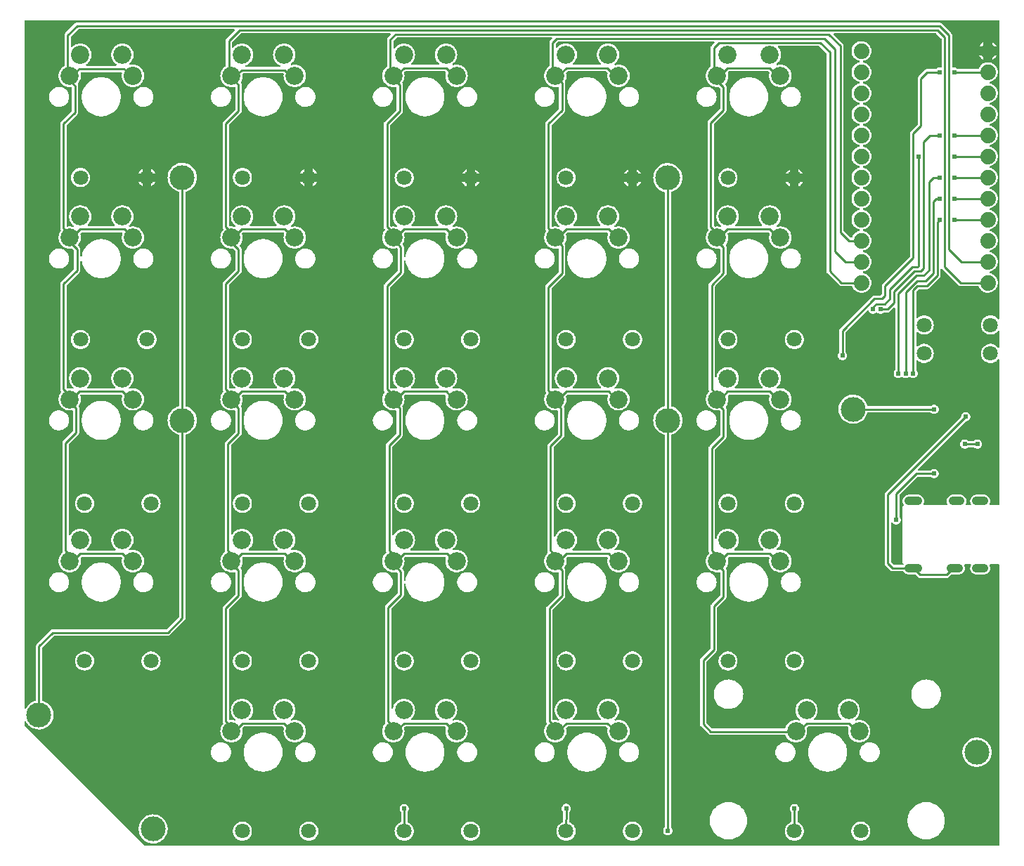
<source format=gtl>
G04 Layer: TopLayer*
G04 EasyEDA v6.4.17, 2021-03-21T20:07:18+01:00*
G04 c47a54ca09f5448bbd9a4779f7b556aa,4df854c6aec24255a39790d4430c752a,10*
G04 Gerber Generator version 0.2*
G04 Scale: 100 percent, Rotated: No, Reflected: No *
G04 Dimensions in millimeters *
G04 leading zeros omitted , absolute positions ,4 integer and 5 decimal *
%FSLAX45Y45*%
%MOMM*%

%ADD10C,0.2540*%
%ADD11C,0.6120*%
%ADD12C,3.0000*%
%ADD13C,2.2000*%
%ADD14C,2.1844*%
%ADD15C,1.8000*%
%ADD16C,1.8796*%
%ADD17C,1.0000*%

%LPD*%
G36*
X2169160Y-1473200D02*
G01*
X2165248Y-1472438D01*
X2161997Y-1470202D01*
X2159762Y-1466951D01*
X2158796Y-1460601D01*
X2158288Y-1459788D01*
X841756Y-143256D01*
X727100Y-27330D01*
X724916Y-24028D01*
X724154Y-20167D01*
X724154Y16408D01*
X725170Y20828D01*
X727964Y24333D01*
X731977Y26314D01*
X736498Y26365D01*
X740562Y24434D01*
X743407Y20980D01*
X747166Y13512D01*
X756869Y-1778D01*
X768096Y-15951D01*
X780694Y-28905D01*
X794562Y-40487D01*
X809599Y-50596D01*
X825550Y-59080D01*
X842314Y-65887D01*
X859637Y-70967D01*
X877468Y-74168D01*
X895502Y-75590D01*
X913536Y-75133D01*
X931468Y-72796D01*
X949096Y-68630D01*
X966165Y-62687D01*
X982522Y-55016D01*
X998067Y-45720D01*
X1012494Y-34848D01*
X1025804Y-22606D01*
X1037742Y-8991D01*
X1048207Y5740D01*
X1057097Y21488D01*
X1064361Y38049D01*
X1069848Y55270D01*
X1073556Y72948D01*
X1075385Y90982D01*
X1075385Y109016D01*
X1073556Y127050D01*
X1069848Y144729D01*
X1064361Y161950D01*
X1057097Y178511D01*
X1048207Y194259D01*
X1037742Y208991D01*
X1025804Y222605D01*
X1012494Y234848D01*
X998067Y245719D01*
X982522Y255016D01*
X966165Y262686D01*
X949096Y268630D01*
X946099Y269341D01*
X942086Y271322D01*
X939292Y274828D01*
X938276Y279247D01*
X938276Y905205D01*
X939037Y909116D01*
X941273Y912418D01*
X1079703Y1050848D01*
X1083005Y1053084D01*
X1086916Y1053846D01*
X2450592Y1053846D01*
X2458567Y1054608D01*
X2465781Y1056792D01*
X2472385Y1060348D01*
X2478582Y1065428D01*
X2651861Y1238707D01*
X2656941Y1244904D01*
X2660497Y1251508D01*
X2662682Y1258722D01*
X2663444Y1266698D01*
X2663444Y3470808D01*
X2664460Y3475177D01*
X2667254Y3478733D01*
X2671267Y3480714D01*
X2674112Y3481374D01*
X2691180Y3487318D01*
X2707538Y3494989D01*
X2723032Y3504285D01*
X2737510Y3515106D01*
X2750769Y3527399D01*
X2762707Y3541014D01*
X2773222Y3555746D01*
X2782112Y3571494D01*
X2789326Y3588054D01*
X2794863Y3605276D01*
X2798572Y3622954D01*
X2800400Y3640937D01*
X2800400Y3659022D01*
X2798572Y3677005D01*
X2794863Y3694734D01*
X2789326Y3711956D01*
X2782112Y3728516D01*
X2773222Y3744264D01*
X2762707Y3758996D01*
X2750769Y3772611D01*
X2737510Y3784854D01*
X2723032Y3795725D01*
X2707538Y3805021D01*
X2691180Y3812692D01*
X2674112Y3818636D01*
X2671165Y3819347D01*
X2667152Y3821328D01*
X2664358Y3824833D01*
X2663342Y3829202D01*
X2663342Y6399377D01*
X2664358Y6403746D01*
X2667152Y6407302D01*
X2671165Y6409283D01*
X2674112Y6409944D01*
X2691180Y6415887D01*
X2707538Y6423558D01*
X2723032Y6432854D01*
X2737510Y6443726D01*
X2750769Y6456019D01*
X2762707Y6469583D01*
X2773222Y6484315D01*
X2782112Y6500063D01*
X2789326Y6516624D01*
X2794863Y6533845D01*
X2798572Y6551574D01*
X2800400Y6569557D01*
X2800400Y6587642D01*
X2798572Y6605625D01*
X2794863Y6623354D01*
X2789326Y6640575D01*
X2782112Y6657136D01*
X2773222Y6672884D01*
X2762707Y6687616D01*
X2750769Y6701180D01*
X2737510Y6713474D01*
X2723032Y6724345D01*
X2707538Y6733641D01*
X2691180Y6741312D01*
X2674112Y6747256D01*
X2656484Y6751370D01*
X2638552Y6753707D01*
X2620467Y6754164D01*
X2602433Y6752793D01*
X2584653Y6749542D01*
X2567279Y6744512D01*
X2550566Y6737654D01*
X2534564Y6729171D01*
X2519578Y6719062D01*
X2505710Y6707479D01*
X2493060Y6694525D01*
X2481834Y6680352D01*
X2472131Y6665112D01*
X2464054Y6648958D01*
X2457653Y6631990D01*
X2453081Y6614515D01*
X2450287Y6596634D01*
X2449372Y6578600D01*
X2450287Y6560515D01*
X2453081Y6542684D01*
X2457653Y6525209D01*
X2464054Y6508242D01*
X2472131Y6492087D01*
X2481834Y6476847D01*
X2493060Y6462674D01*
X2505710Y6449720D01*
X2519578Y6438138D01*
X2534564Y6428028D01*
X2550566Y6419545D01*
X2567279Y6412687D01*
X2579319Y6409232D01*
X2583129Y6407150D01*
X2585720Y6403695D01*
X2586634Y6399479D01*
X2586634Y3829151D01*
X2585720Y3824935D01*
X2583129Y3821429D01*
X2579319Y3819398D01*
X2567279Y3815892D01*
X2550566Y3809085D01*
X2534564Y3800601D01*
X2519578Y3790492D01*
X2505710Y3778910D01*
X2493060Y3765956D01*
X2481834Y3751783D01*
X2472131Y3736492D01*
X2464054Y3720337D01*
X2457704Y3703421D01*
X2453081Y3685946D01*
X2450287Y3668064D01*
X2449372Y3649979D01*
X2450287Y3631946D01*
X2453081Y3614064D01*
X2457704Y3596589D01*
X2464054Y3579672D01*
X2472131Y3563467D01*
X2481834Y3548227D01*
X2493060Y3534054D01*
X2505710Y3521100D01*
X2519578Y3509518D01*
X2534564Y3499408D01*
X2550566Y3490925D01*
X2567279Y3484118D01*
X2579420Y3480562D01*
X2583230Y3478529D01*
X2585821Y3475075D01*
X2586736Y3470808D01*
X2586736Y1286306D01*
X2585974Y1282395D01*
X2583738Y1279093D01*
X2438196Y1133551D01*
X2434894Y1131316D01*
X2430983Y1130554D01*
X1067308Y1130554D01*
X1059332Y1129792D01*
X1052118Y1127607D01*
X1045514Y1124051D01*
X1039317Y1118971D01*
X873150Y952804D01*
X868070Y946607D01*
X864514Y940003D01*
X862330Y932789D01*
X861568Y924814D01*
X861568Y279146D01*
X860653Y274878D01*
X858062Y271424D01*
X854252Y269392D01*
X842314Y265887D01*
X825550Y259079D01*
X809599Y250596D01*
X794562Y240487D01*
X780694Y228904D01*
X768096Y215950D01*
X756869Y201777D01*
X747166Y186486D01*
X743407Y179070D01*
X740562Y175564D01*
X736498Y173685D01*
X731977Y173685D01*
X727964Y175666D01*
X725170Y179222D01*
X724154Y183591D01*
X725678Y8460740D01*
X726440Y8464651D01*
X728675Y8467902D01*
X731926Y8470138D01*
X735838Y8470900D01*
X12461240Y8470900D01*
X12465151Y8470138D01*
X12468402Y8467902D01*
X12470638Y8464651D01*
X12471400Y8460740D01*
X12471400Y7852714D01*
X12470485Y7848600D01*
X12471400Y7844485D01*
X12471400Y7598714D01*
X12470485Y7594600D01*
X12471400Y7590485D01*
X12471400Y7344714D01*
X12470485Y7340600D01*
X12471400Y7336485D01*
X12471400Y7090714D01*
X12470485Y7086600D01*
X12471400Y7082485D01*
X12471400Y6836714D01*
X12470485Y6832600D01*
X12471400Y6828485D01*
X12471400Y6582714D01*
X12470485Y6578600D01*
X12471400Y6574485D01*
X12471400Y6328714D01*
X12470485Y6324600D01*
X12471400Y6320485D01*
X12471400Y6074714D01*
X12470485Y6070600D01*
X12471400Y6066485D01*
X12471400Y5820714D01*
X12470485Y5816600D01*
X12471400Y5812485D01*
X12471400Y5566714D01*
X12470485Y5562600D01*
X12471400Y5558485D01*
X12471400Y5312714D01*
X12470485Y5308600D01*
X12471400Y5304485D01*
X12471400Y4879289D01*
X12470587Y4875276D01*
X12468199Y4871923D01*
X12464694Y4869738D01*
X12460579Y4869180D01*
X12456617Y4870246D01*
X12453416Y4872837D01*
X12447676Y4879746D01*
X12437110Y4889703D01*
X12425375Y4898237D01*
X12412624Y4905248D01*
X12399111Y4910582D01*
X12385040Y4914188D01*
X12370663Y4916017D01*
X12356134Y4916017D01*
X12341707Y4914188D01*
X12327636Y4910582D01*
X12314174Y4905248D01*
X12301423Y4898237D01*
X12289688Y4889703D01*
X12279122Y4879746D01*
X12269825Y4868570D01*
X12262053Y4856327D01*
X12255855Y4843170D01*
X12251385Y4829352D01*
X12248692Y4815078D01*
X12247778Y4800600D01*
X12248692Y4786122D01*
X12251385Y4771847D01*
X12255855Y4758029D01*
X12262053Y4744872D01*
X12269825Y4732629D01*
X12279122Y4721453D01*
X12289688Y4711496D01*
X12301423Y4702962D01*
X12314174Y4695952D01*
X12327636Y4690618D01*
X12341707Y4687011D01*
X12356134Y4685182D01*
X12370663Y4685182D01*
X12385040Y4687011D01*
X12399111Y4690618D01*
X12412624Y4695952D01*
X12425375Y4702962D01*
X12437110Y4711496D01*
X12447676Y4721453D01*
X12453416Y4728362D01*
X12456617Y4730953D01*
X12460579Y4732020D01*
X12464694Y4731461D01*
X12468199Y4729276D01*
X12470587Y4725924D01*
X12471400Y4721910D01*
X12471400Y4536389D01*
X12470587Y4532376D01*
X12468199Y4529023D01*
X12464694Y4526838D01*
X12460579Y4526280D01*
X12456617Y4527346D01*
X12453416Y4529937D01*
X12447676Y4536846D01*
X12437110Y4546803D01*
X12425375Y4555337D01*
X12412624Y4562348D01*
X12399111Y4567682D01*
X12385040Y4571288D01*
X12370663Y4573117D01*
X12356134Y4573117D01*
X12341707Y4571288D01*
X12327636Y4567682D01*
X12314174Y4562348D01*
X12301423Y4555337D01*
X12289688Y4546803D01*
X12279122Y4536846D01*
X12269825Y4525670D01*
X12262053Y4513427D01*
X12255855Y4500270D01*
X12251385Y4486452D01*
X12248692Y4472178D01*
X12247778Y4457700D01*
X12248692Y4443222D01*
X12251385Y4428947D01*
X12255855Y4415129D01*
X12262053Y4401972D01*
X12269825Y4389729D01*
X12279122Y4378553D01*
X12289688Y4368596D01*
X12301423Y4360062D01*
X12314174Y4353052D01*
X12327636Y4347718D01*
X12341707Y4344111D01*
X12356134Y4342282D01*
X12370663Y4342282D01*
X12385040Y4344111D01*
X12399111Y4347718D01*
X12412624Y4353052D01*
X12425375Y4360062D01*
X12437110Y4368596D01*
X12447676Y4378553D01*
X12453416Y4385462D01*
X12456617Y4388053D01*
X12460579Y4389120D01*
X12464694Y4388561D01*
X12468199Y4386376D01*
X12470587Y4383024D01*
X12471400Y4379010D01*
X12471400Y2639314D01*
X12470638Y2635402D01*
X12468402Y2632151D01*
X12465151Y2629916D01*
X12461240Y2629154D01*
X12360249Y2629154D01*
X12356287Y2629966D01*
X12352934Y2632303D01*
X12350750Y2635758D01*
X12350089Y2639771D01*
X12351105Y2643733D01*
X12354407Y2650540D01*
X12357709Y2661361D01*
X12359386Y2672537D01*
X12359386Y2683814D01*
X12357709Y2694990D01*
X12354407Y2705811D01*
X12349480Y2715971D01*
X12343130Y2725318D01*
X12335408Y2733598D01*
X12326569Y2740660D01*
X12316815Y2746298D01*
X12306300Y2750464D01*
X12295276Y2752953D01*
X12283592Y2753817D01*
X12194387Y2753817D01*
X12182703Y2752953D01*
X12171680Y2750464D01*
X12161164Y2746298D01*
X12151410Y2740660D01*
X12142571Y2733598D01*
X12134850Y2725318D01*
X12128500Y2715971D01*
X12123572Y2705811D01*
X12120270Y2694990D01*
X12118594Y2683814D01*
X12118594Y2672537D01*
X12120270Y2661361D01*
X12123572Y2650540D01*
X12126874Y2643733D01*
X12127890Y2639771D01*
X12127230Y2635758D01*
X12125045Y2632303D01*
X12121743Y2629966D01*
X12117730Y2629154D01*
X12075312Y2629154D01*
X12071299Y2629966D01*
X12067946Y2632303D01*
X12065762Y2635758D01*
X12065152Y2639771D01*
X12066117Y2643733D01*
X12069419Y2650540D01*
X12072772Y2661361D01*
X12074448Y2672537D01*
X12074448Y2683814D01*
X12072772Y2694990D01*
X12069419Y2705811D01*
X12064542Y2715971D01*
X12058142Y2725318D01*
X12050471Y2733598D01*
X12041632Y2740660D01*
X12031827Y2746298D01*
X12021312Y2750464D01*
X12010288Y2752953D01*
X11998655Y2753817D01*
X11909399Y2753817D01*
X11897766Y2752953D01*
X11886742Y2750464D01*
X11876227Y2746298D01*
X11866422Y2740660D01*
X11857583Y2733598D01*
X11849912Y2725318D01*
X11843512Y2715971D01*
X11838635Y2705811D01*
X11835282Y2694990D01*
X11833606Y2683814D01*
X11833606Y2672537D01*
X11835282Y2661361D01*
X11838635Y2650540D01*
X11841937Y2643733D01*
X11842902Y2639771D01*
X11842292Y2635758D01*
X11840108Y2632303D01*
X11836755Y2629966D01*
X11832742Y2629154D01*
X11565331Y2629154D01*
X11561318Y2629966D01*
X11557965Y2632303D01*
X11555831Y2635758D01*
X11555171Y2639771D01*
X11556187Y2643733D01*
X11559438Y2650540D01*
X11562791Y2661361D01*
X11564467Y2672537D01*
X11564467Y2683814D01*
X11562791Y2694990D01*
X11559438Y2705811D01*
X11554561Y2715971D01*
X11548211Y2725318D01*
X11540490Y2733598D01*
X11531650Y2740660D01*
X11521897Y2746298D01*
X11511330Y2750464D01*
X11500358Y2752953D01*
X11488674Y2753817D01*
X11379454Y2753817D01*
X11367770Y2752953D01*
X11356797Y2750464D01*
X11346230Y2746298D01*
X11336477Y2740660D01*
X11327638Y2733598D01*
X11319916Y2725318D01*
X11313566Y2715971D01*
X11308689Y2705811D01*
X11305336Y2694990D01*
X11303660Y2683814D01*
X11303660Y2672537D01*
X11305336Y2661361D01*
X11308689Y2650540D01*
X11313566Y2640380D01*
X11315395Y2637739D01*
X11316919Y2634030D01*
X11316970Y2630017D01*
X11315395Y2626309D01*
X11308537Y2619451D01*
X11305489Y2614625D01*
X11303558Y2609189D01*
X11302898Y2602941D01*
X11302898Y2456840D01*
X11301933Y2452522D01*
X11300815Y2451100D01*
X11301933Y2449677D01*
X11302898Y2445359D01*
X11302898Y1943658D01*
X11303558Y1937410D01*
X11305489Y1931974D01*
X11308537Y1927148D01*
X11311534Y1924100D01*
X11313769Y1920849D01*
X11314531Y1916938D01*
X11313769Y1913026D01*
X11311534Y1909775D01*
X11308232Y1907539D01*
X11304371Y1906778D01*
X11207292Y1906778D01*
X11203381Y1907539D01*
X11200079Y1909775D01*
X11166551Y1943303D01*
X11164316Y1946605D01*
X11163554Y1950516D01*
X11163554Y2411577D01*
X11164468Y2415743D01*
X11166957Y2419146D01*
X11170666Y2421280D01*
X11174882Y2421636D01*
X11178946Y2420315D01*
X11182045Y2417419D01*
X11183721Y2414981D01*
X11190681Y2408021D01*
X11198707Y2402433D01*
X11207597Y2398268D01*
X11217046Y2395728D01*
X11226800Y2394864D01*
X11236553Y2395728D01*
X11246002Y2398268D01*
X11254892Y2402433D01*
X11262918Y2408021D01*
X11269878Y2414981D01*
X11275466Y2423007D01*
X11279632Y2431897D01*
X11282172Y2441346D01*
X11282578Y2446274D01*
X11283899Y2450439D01*
X11283899Y2451760D01*
X11282578Y2455926D01*
X11282172Y2460853D01*
X11279632Y2470302D01*
X11275466Y2479192D01*
X11269878Y2487218D01*
X11268151Y2488946D01*
X11265916Y2492248D01*
X11265154Y2496159D01*
X11265154Y2748483D01*
X11265916Y2752394D01*
X11268151Y2755696D01*
X11481003Y2968548D01*
X11484305Y2970784D01*
X11488216Y2971546D01*
X11638940Y2971546D01*
X11642852Y2970784D01*
X11646154Y2968548D01*
X11647881Y2966821D01*
X11655907Y2961233D01*
X11664797Y2957068D01*
X11674246Y2954528D01*
X11684000Y2953664D01*
X11693753Y2954528D01*
X11703202Y2957068D01*
X11712092Y2961233D01*
X11720118Y2966821D01*
X11727078Y2973781D01*
X11732666Y2981807D01*
X11736832Y2990697D01*
X11739372Y3000146D01*
X11740235Y3009900D01*
X11739372Y3019653D01*
X11736832Y3029102D01*
X11732666Y3037992D01*
X11727078Y3046018D01*
X11720118Y3052978D01*
X11712092Y3058566D01*
X11703202Y3062732D01*
X11693753Y3065272D01*
X11684000Y3066135D01*
X11674246Y3065272D01*
X11664797Y3062732D01*
X11655907Y3058566D01*
X11647881Y3052978D01*
X11646154Y3051251D01*
X11642852Y3049016D01*
X11638940Y3048254D01*
X11496344Y3048254D01*
X11492433Y3049016D01*
X11489131Y3051251D01*
X11486946Y3054502D01*
X11486184Y3058414D01*
X11486946Y3062325D01*
X11489131Y3065576D01*
X12060224Y3636670D01*
X12063120Y3638702D01*
X12066524Y3639616D01*
X12074753Y3640328D01*
X12084202Y3642868D01*
X12093092Y3647033D01*
X12101118Y3652621D01*
X12108078Y3659581D01*
X12113666Y3667607D01*
X12117832Y3676497D01*
X12120372Y3685946D01*
X12121235Y3695700D01*
X12120372Y3705453D01*
X12117832Y3714902D01*
X12113666Y3723792D01*
X12108078Y3731818D01*
X12101118Y3738778D01*
X12093092Y3744366D01*
X12084202Y3748532D01*
X12074753Y3751072D01*
X12065000Y3751935D01*
X12055246Y3751072D01*
X12045797Y3748532D01*
X12036907Y3744366D01*
X12028881Y3738778D01*
X12021921Y3731818D01*
X12016333Y3723792D01*
X12012168Y3714902D01*
X12009628Y3705453D01*
X12008916Y3697224D01*
X12008002Y3693820D01*
X12005970Y3690924D01*
X11098428Y2783382D01*
X11093348Y2777185D01*
X11089792Y2770581D01*
X11087608Y2763367D01*
X11086846Y2755392D01*
X11086846Y1930907D01*
X11087608Y1922932D01*
X11089792Y1915718D01*
X11093348Y1909114D01*
X11098428Y1902917D01*
X11159693Y1841652D01*
X11165890Y1836572D01*
X11172494Y1833016D01*
X11179708Y1830832D01*
X11187684Y1830070D01*
X11308588Y1830070D01*
X11311788Y1829562D01*
X11314684Y1827987D01*
X11316970Y1825650D01*
X11319916Y1821281D01*
X11327638Y1813001D01*
X11336477Y1805939D01*
X11346230Y1800301D01*
X11356797Y1796135D01*
X11367770Y1793646D01*
X11379454Y1792782D01*
X11451285Y1792782D01*
X11455146Y1792020D01*
X11458448Y1789785D01*
X11484305Y1763928D01*
X11490502Y1758848D01*
X11497106Y1755292D01*
X11504320Y1753107D01*
X11512296Y1752346D01*
X11835892Y1752346D01*
X11843867Y1753107D01*
X11851081Y1755292D01*
X11857685Y1758848D01*
X11863882Y1763928D01*
X11889740Y1789785D01*
X11893042Y1792020D01*
X11896902Y1792782D01*
X11978538Y1792782D01*
X11990222Y1793646D01*
X12001246Y1796135D01*
X12011761Y1800301D01*
X12021515Y1805939D01*
X12030354Y1813001D01*
X12038076Y1821281D01*
X12044426Y1830628D01*
X12049353Y1840788D01*
X12052655Y1851609D01*
X12054332Y1862785D01*
X12054332Y1874062D01*
X12052655Y1885238D01*
X12049353Y1896059D01*
X12046051Y1902866D01*
X12045035Y1906828D01*
X12045696Y1910842D01*
X12047880Y1914296D01*
X12051233Y1916633D01*
X12055195Y1917446D01*
X12117730Y1917446D01*
X12121743Y1916633D01*
X12125045Y1914296D01*
X12127230Y1910842D01*
X12127890Y1906828D01*
X12126874Y1902866D01*
X12123572Y1896059D01*
X12120270Y1885238D01*
X12118594Y1874062D01*
X12118594Y1862785D01*
X12120270Y1851609D01*
X12123572Y1840788D01*
X12128500Y1830628D01*
X12134850Y1821281D01*
X12142571Y1813001D01*
X12151410Y1805939D01*
X12161164Y1800301D01*
X12171680Y1796135D01*
X12182703Y1793646D01*
X12194387Y1792782D01*
X12283592Y1792782D01*
X12295276Y1793646D01*
X12306300Y1796135D01*
X12316815Y1800301D01*
X12326569Y1805939D01*
X12335408Y1813001D01*
X12343130Y1821281D01*
X12349480Y1830628D01*
X12354407Y1840788D01*
X12357709Y1851609D01*
X12359386Y1862785D01*
X12359386Y1874062D01*
X12357709Y1885238D01*
X12354407Y1896059D01*
X12351105Y1902866D01*
X12350089Y1906828D01*
X12350750Y1910842D01*
X12352934Y1914296D01*
X12356287Y1916633D01*
X12360249Y1917446D01*
X12461240Y1917446D01*
X12465151Y1916684D01*
X12468402Y1914448D01*
X12470638Y1911197D01*
X12471400Y1907286D01*
X12471400Y-1463040D01*
X12470638Y-1466951D01*
X12468402Y-1470202D01*
X12465151Y-1472438D01*
X12461240Y-1473200D01*
G37*

%LPC*%
G36*
X2270455Y-1450594D02*
G01*
X2288540Y-1450136D01*
X2306472Y-1447800D01*
X2324100Y-1443634D01*
X2341168Y-1437690D01*
X2357526Y-1430020D01*
X2373071Y-1420723D01*
X2387498Y-1409852D01*
X2400808Y-1397609D01*
X2412746Y-1383995D01*
X2423210Y-1369263D01*
X2432100Y-1353515D01*
X2439365Y-1336954D01*
X2444851Y-1319733D01*
X2448560Y-1302054D01*
X2450388Y-1284020D01*
X2450388Y-1265936D01*
X2448560Y-1247952D01*
X2444851Y-1230274D01*
X2439365Y-1213053D01*
X2432100Y-1196492D01*
X2423210Y-1180744D01*
X2412746Y-1166012D01*
X2400808Y-1152398D01*
X2387498Y-1140155D01*
X2373071Y-1129284D01*
X2357526Y-1119987D01*
X2341168Y-1112316D01*
X2324100Y-1106373D01*
X2306472Y-1102207D01*
X2288540Y-1099870D01*
X2270455Y-1099413D01*
X2252472Y-1100836D01*
X2234641Y-1104036D01*
X2217318Y-1109116D01*
X2200554Y-1115923D01*
X2184603Y-1124407D01*
X2169566Y-1134516D01*
X2155698Y-1146098D01*
X2143048Y-1159052D01*
X2131822Y-1173226D01*
X2122119Y-1188466D01*
X2114042Y-1204671D01*
X2107692Y-1221587D01*
X2103069Y-1239062D01*
X2100275Y-1256944D01*
X2099360Y-1274978D01*
X2100275Y-1293063D01*
X2103069Y-1310944D01*
X2107692Y-1328420D01*
X2114042Y-1345336D01*
X2122119Y-1361490D01*
X2131822Y-1376781D01*
X2143048Y-1390954D01*
X2155698Y-1403908D01*
X2169566Y-1415491D01*
X2184603Y-1425600D01*
X2200554Y-1434084D01*
X2217318Y-1440891D01*
X2234641Y-1445920D01*
X2252472Y-1449171D01*
G37*
G36*
X4142740Y-1415389D02*
G01*
X4157268Y-1415389D01*
X4171645Y-1413560D01*
X4185716Y-1409954D01*
X4199229Y-1404620D01*
X4211929Y-1397609D01*
X4223715Y-1389075D01*
X4234281Y-1379169D01*
X4243527Y-1367993D01*
X4251299Y-1355699D01*
X4257497Y-1342542D01*
X4261967Y-1328775D01*
X4264710Y-1314500D01*
X4265625Y-1300022D01*
X4264710Y-1285494D01*
X4261967Y-1271219D01*
X4257497Y-1257452D01*
X4251299Y-1244295D01*
X4243527Y-1232052D01*
X4234281Y-1220825D01*
X4223715Y-1210919D01*
X4211929Y-1202385D01*
X4199229Y-1195374D01*
X4185716Y-1190040D01*
X4171645Y-1186434D01*
X4157268Y-1184605D01*
X4142740Y-1184605D01*
X4128312Y-1186434D01*
X4114241Y-1190040D01*
X4100779Y-1195374D01*
X4088028Y-1202385D01*
X4076293Y-1210919D01*
X4065676Y-1220825D01*
X4056430Y-1232052D01*
X4048658Y-1244295D01*
X4042460Y-1257452D01*
X4037990Y-1271219D01*
X4035247Y-1285494D01*
X4034332Y-1300022D01*
X4035247Y-1314500D01*
X4037990Y-1328775D01*
X4042460Y-1342542D01*
X4048658Y-1355699D01*
X4056430Y-1367993D01*
X4065676Y-1379169D01*
X4076293Y-1389075D01*
X4088028Y-1397609D01*
X4100779Y-1404620D01*
X4114241Y-1409954D01*
X4128312Y-1413560D01*
G37*
G36*
X8042706Y-1415389D02*
G01*
X8057235Y-1415389D01*
X8071662Y-1413560D01*
X8085734Y-1409954D01*
X8099247Y-1404620D01*
X8111947Y-1397609D01*
X8123681Y-1389075D01*
X8134299Y-1379169D01*
X8143544Y-1367993D01*
X8151317Y-1355699D01*
X8157514Y-1342542D01*
X8161985Y-1328775D01*
X8164728Y-1314500D01*
X8165642Y-1300022D01*
X8164728Y-1285494D01*
X8161985Y-1271219D01*
X8157514Y-1257452D01*
X8151317Y-1244295D01*
X8143544Y-1232052D01*
X8134299Y-1220825D01*
X8123681Y-1210919D01*
X8111947Y-1202385D01*
X8099247Y-1195374D01*
X8085734Y-1190040D01*
X8071662Y-1186434D01*
X8057235Y-1184605D01*
X8042706Y-1184605D01*
X8028330Y-1186434D01*
X8014258Y-1190040D01*
X8000746Y-1195374D01*
X7988046Y-1202385D01*
X7976260Y-1210919D01*
X7965694Y-1220825D01*
X7956448Y-1232052D01*
X7948675Y-1244295D01*
X7942478Y-1257452D01*
X7938008Y-1271219D01*
X7935264Y-1285494D01*
X7934350Y-1300022D01*
X7935264Y-1314500D01*
X7938008Y-1328775D01*
X7942478Y-1342542D01*
X7948675Y-1355699D01*
X7956448Y-1367993D01*
X7965694Y-1379169D01*
X7976260Y-1389075D01*
X7988046Y-1397609D01*
X8000746Y-1404620D01*
X8014258Y-1409954D01*
X8028330Y-1413560D01*
G37*
G36*
X6092748Y-1415389D02*
G01*
X6107226Y-1415389D01*
X6121654Y-1413560D01*
X6135725Y-1409954D01*
X6149238Y-1404620D01*
X6161938Y-1397609D01*
X6173673Y-1389075D01*
X6184290Y-1379169D01*
X6193536Y-1367993D01*
X6201308Y-1355699D01*
X6207506Y-1342542D01*
X6211976Y-1328775D01*
X6214719Y-1314500D01*
X6215634Y-1300022D01*
X6214719Y-1285494D01*
X6211976Y-1271219D01*
X6207506Y-1257452D01*
X6201308Y-1244295D01*
X6193536Y-1232052D01*
X6184290Y-1220825D01*
X6173673Y-1210919D01*
X6161938Y-1202385D01*
X6149238Y-1195374D01*
X6135725Y-1190040D01*
X6121654Y-1186434D01*
X6107226Y-1184605D01*
X6092748Y-1184605D01*
X6078321Y-1186434D01*
X6064250Y-1190040D01*
X6050737Y-1195374D01*
X6038037Y-1202385D01*
X6026302Y-1210919D01*
X6015685Y-1220825D01*
X6006439Y-1232052D01*
X5998667Y-1244295D01*
X5992469Y-1257452D01*
X5987999Y-1271219D01*
X5985256Y-1285494D01*
X5984341Y-1300022D01*
X5985256Y-1314500D01*
X5987999Y-1328775D01*
X5992469Y-1342542D01*
X5998667Y-1355699D01*
X6006439Y-1367993D01*
X6015685Y-1379169D01*
X6026302Y-1389075D01*
X6038037Y-1397609D01*
X6050737Y-1404620D01*
X6064250Y-1409954D01*
X6078321Y-1413560D01*
G37*
G36*
X3342741Y-1415389D02*
G01*
X3357270Y-1415389D01*
X3371697Y-1413560D01*
X3385718Y-1409954D01*
X3399231Y-1404620D01*
X3411982Y-1397609D01*
X3423716Y-1389075D01*
X3434283Y-1379169D01*
X3443579Y-1367993D01*
X3451351Y-1355699D01*
X3457498Y-1342542D01*
X3462020Y-1328775D01*
X3464712Y-1314500D01*
X3465626Y-1300022D01*
X3464712Y-1285494D01*
X3462020Y-1271219D01*
X3457498Y-1257452D01*
X3451351Y-1244295D01*
X3443579Y-1232052D01*
X3434283Y-1220825D01*
X3423716Y-1210919D01*
X3411982Y-1202385D01*
X3399231Y-1195374D01*
X3385718Y-1190040D01*
X3371697Y-1186434D01*
X3357270Y-1184605D01*
X3342741Y-1184605D01*
X3328365Y-1186434D01*
X3314293Y-1190040D01*
X3300780Y-1195374D01*
X3288029Y-1202385D01*
X3276295Y-1210919D01*
X3265728Y-1220825D01*
X3256483Y-1232052D01*
X3248660Y-1244295D01*
X3242513Y-1257452D01*
X3237992Y-1271219D01*
X3235299Y-1285494D01*
X3234385Y-1300022D01*
X3235299Y-1314500D01*
X3237992Y-1328775D01*
X3242513Y-1342542D01*
X3248660Y-1355699D01*
X3256483Y-1367993D01*
X3265728Y-1379169D01*
X3276295Y-1389075D01*
X3288029Y-1397609D01*
X3300780Y-1404620D01*
X3314293Y-1409954D01*
X3328365Y-1413560D01*
G37*
G36*
X10792714Y-1415389D02*
G01*
X10807242Y-1415389D01*
X10821670Y-1413560D01*
X10835741Y-1409954D01*
X10849203Y-1404620D01*
X10861954Y-1397609D01*
X10873689Y-1389075D01*
X10884306Y-1379169D01*
X10893552Y-1367993D01*
X10901324Y-1355699D01*
X10907522Y-1342542D01*
X10911992Y-1328775D01*
X10914735Y-1314500D01*
X10915650Y-1300022D01*
X10914735Y-1285494D01*
X10911992Y-1271219D01*
X10907522Y-1257452D01*
X10901324Y-1244295D01*
X10893552Y-1232052D01*
X10884306Y-1220825D01*
X10873689Y-1210919D01*
X10861954Y-1202385D01*
X10849203Y-1195374D01*
X10835741Y-1190040D01*
X10821670Y-1186434D01*
X10807242Y-1184605D01*
X10792714Y-1184605D01*
X10778337Y-1186434D01*
X10764266Y-1190040D01*
X10750753Y-1195374D01*
X10738053Y-1202385D01*
X10726267Y-1210919D01*
X10715701Y-1220825D01*
X10706455Y-1232052D01*
X10698683Y-1244295D01*
X10692485Y-1257452D01*
X10688015Y-1271219D01*
X10685272Y-1285494D01*
X10684357Y-1300022D01*
X10685272Y-1314500D01*
X10688015Y-1328775D01*
X10692485Y-1342542D01*
X10698683Y-1355699D01*
X10706455Y-1367993D01*
X10715701Y-1379169D01*
X10726267Y-1389075D01*
X10738053Y-1397609D01*
X10750753Y-1404620D01*
X10764266Y-1409954D01*
X10778337Y-1413560D01*
G37*
G36*
X9992766Y-1415389D02*
G01*
X10007244Y-1415389D01*
X10021671Y-1413560D01*
X10035743Y-1409954D01*
X10049256Y-1404620D01*
X10061956Y-1397609D01*
X10073690Y-1389075D01*
X10084308Y-1379169D01*
X10093553Y-1367993D01*
X10101326Y-1355699D01*
X10107523Y-1342542D01*
X10111994Y-1328775D01*
X10114737Y-1314500D01*
X10115651Y-1300022D01*
X10114737Y-1285494D01*
X10111994Y-1271219D01*
X10107523Y-1257452D01*
X10101326Y-1244295D01*
X10093553Y-1232052D01*
X10084308Y-1220825D01*
X10073690Y-1210919D01*
X10061956Y-1202385D01*
X10049256Y-1195374D01*
X10044785Y-1193596D01*
X10041382Y-1191412D01*
X10039146Y-1188110D01*
X10038334Y-1184148D01*
X10038334Y-1073759D01*
X10039146Y-1069848D01*
X10041331Y-1066596D01*
X10043058Y-1064818D01*
X10048697Y-1056792D01*
X10052812Y-1047902D01*
X10055352Y-1038453D01*
X10056215Y-1028700D01*
X10055352Y-1018946D01*
X10052812Y-1009497D01*
X10048697Y-1000607D01*
X10043058Y-992581D01*
X10036149Y-985621D01*
X10028123Y-980033D01*
X10019233Y-975868D01*
X10009784Y-973328D01*
X10000030Y-972464D01*
X9990226Y-973328D01*
X9980777Y-975868D01*
X9971887Y-980033D01*
X9963861Y-985621D01*
X9956952Y-992581D01*
X9951313Y-1000607D01*
X9947198Y-1009497D01*
X9944658Y-1018946D01*
X9943795Y-1028700D01*
X9944658Y-1038453D01*
X9947198Y-1047902D01*
X9951313Y-1056792D01*
X9956952Y-1064818D01*
X9958679Y-1066546D01*
X9960864Y-1069848D01*
X9961626Y-1073759D01*
X9961626Y-1184148D01*
X9960864Y-1188110D01*
X9958578Y-1191412D01*
X9955225Y-1193596D01*
X9950754Y-1195374D01*
X9938054Y-1202385D01*
X9926320Y-1210919D01*
X9915702Y-1220825D01*
X9906457Y-1232052D01*
X9898684Y-1244295D01*
X9892487Y-1257452D01*
X9888016Y-1271219D01*
X9885273Y-1285494D01*
X9884359Y-1300022D01*
X9885273Y-1314500D01*
X9888016Y-1328775D01*
X9892487Y-1342542D01*
X9898684Y-1355699D01*
X9906457Y-1367993D01*
X9915702Y-1379169D01*
X9926320Y-1389075D01*
X9938054Y-1397609D01*
X9950754Y-1404620D01*
X9964267Y-1409954D01*
X9978339Y-1413560D01*
G37*
G36*
X5292750Y-1415389D02*
G01*
X5307279Y-1415389D01*
X5321655Y-1413560D01*
X5335727Y-1409954D01*
X5349240Y-1404620D01*
X5361990Y-1397609D01*
X5373725Y-1389075D01*
X5384292Y-1379169D01*
X5393537Y-1367993D01*
X5401360Y-1355699D01*
X5407507Y-1342542D01*
X5412028Y-1328775D01*
X5414721Y-1314500D01*
X5415635Y-1300022D01*
X5414721Y-1285494D01*
X5412028Y-1271219D01*
X5407507Y-1257452D01*
X5401360Y-1244295D01*
X5393537Y-1232052D01*
X5384292Y-1220825D01*
X5373725Y-1210919D01*
X5361990Y-1202385D01*
X5349240Y-1195374D01*
X5344769Y-1193596D01*
X5341416Y-1191412D01*
X5339130Y-1188110D01*
X5338368Y-1184148D01*
X5338368Y-1073759D01*
X5339130Y-1069848D01*
X5341315Y-1066546D01*
X5343042Y-1064818D01*
X5348681Y-1056792D01*
X5352796Y-1047902D01*
X5355336Y-1038453D01*
X5356199Y-1028700D01*
X5355336Y-1018946D01*
X5352796Y-1009497D01*
X5348681Y-1000607D01*
X5343042Y-992581D01*
X5336133Y-985621D01*
X5328107Y-980033D01*
X5319217Y-975868D01*
X5309768Y-973328D01*
X5300014Y-972464D01*
X5290210Y-973328D01*
X5280761Y-975868D01*
X5271871Y-980033D01*
X5263845Y-985621D01*
X5256936Y-992581D01*
X5251297Y-1000607D01*
X5247182Y-1009497D01*
X5244642Y-1018946D01*
X5243779Y-1028700D01*
X5244642Y-1038453D01*
X5247182Y-1047902D01*
X5251297Y-1056792D01*
X5256936Y-1064818D01*
X5258663Y-1066546D01*
X5260848Y-1069848D01*
X5261660Y-1073759D01*
X5261660Y-1184148D01*
X5260848Y-1188110D01*
X5258562Y-1191412D01*
X5255209Y-1193596D01*
X5250789Y-1195374D01*
X5238038Y-1202385D01*
X5226304Y-1210919D01*
X5215737Y-1220825D01*
X5206441Y-1232052D01*
X5198668Y-1244295D01*
X5192471Y-1257452D01*
X5188000Y-1271219D01*
X5185308Y-1285494D01*
X5184394Y-1300022D01*
X5185308Y-1314500D01*
X5188000Y-1328775D01*
X5192471Y-1342542D01*
X5198668Y-1355699D01*
X5206441Y-1367993D01*
X5215737Y-1379169D01*
X5226304Y-1389075D01*
X5238038Y-1397609D01*
X5250789Y-1404620D01*
X5264251Y-1409954D01*
X5278323Y-1413560D01*
G37*
G36*
X7242759Y-1415389D02*
G01*
X7257288Y-1415389D01*
X7271664Y-1413560D01*
X7285736Y-1409954D01*
X7299248Y-1404620D01*
X7311948Y-1397609D01*
X7323734Y-1389075D01*
X7334300Y-1379169D01*
X7343546Y-1367993D01*
X7351318Y-1355699D01*
X7357516Y-1342542D01*
X7361986Y-1328775D01*
X7364730Y-1314500D01*
X7365644Y-1300022D01*
X7364730Y-1285494D01*
X7361986Y-1271219D01*
X7357516Y-1257452D01*
X7351318Y-1244295D01*
X7343546Y-1232052D01*
X7334300Y-1220825D01*
X7323734Y-1210919D01*
X7311948Y-1202385D01*
X7299248Y-1195374D01*
X7295438Y-1193850D01*
X7292086Y-1191666D01*
X7289800Y-1188313D01*
X7289038Y-1184351D01*
X7289749Y-1071676D01*
X7290562Y-1067816D01*
X7292746Y-1064564D01*
X7294778Y-1062532D01*
X7300366Y-1054506D01*
X7304531Y-1045616D01*
X7307072Y-1036167D01*
X7307935Y-1026414D01*
X7307072Y-1016609D01*
X7304531Y-1007160D01*
X7300366Y-998270D01*
X7294778Y-990244D01*
X7287818Y-983335D01*
X7279792Y-977696D01*
X7270902Y-973582D01*
X7261453Y-971042D01*
X7251700Y-970178D01*
X7241946Y-971042D01*
X7232497Y-973582D01*
X7223607Y-977696D01*
X7215581Y-983335D01*
X7208621Y-990244D01*
X7203033Y-998270D01*
X7198868Y-1007160D01*
X7196328Y-1016609D01*
X7195464Y-1026414D01*
X7196328Y-1036167D01*
X7198868Y-1045616D01*
X7203033Y-1054506D01*
X7208621Y-1062532D01*
X7210094Y-1063955D01*
X7212279Y-1067308D01*
X7213041Y-1071219D01*
X7212330Y-1183944D01*
X7211517Y-1187856D01*
X7209231Y-1191158D01*
X7205878Y-1193342D01*
X7200798Y-1195374D01*
X7188047Y-1202385D01*
X7176312Y-1210919D01*
X7165695Y-1220825D01*
X7156450Y-1232052D01*
X7148677Y-1244295D01*
X7142480Y-1257452D01*
X7138009Y-1271219D01*
X7135266Y-1285494D01*
X7134352Y-1300022D01*
X7135266Y-1314500D01*
X7138009Y-1328775D01*
X7142480Y-1342542D01*
X7148677Y-1355699D01*
X7156450Y-1367993D01*
X7165695Y-1379169D01*
X7176312Y-1389075D01*
X7188047Y-1397609D01*
X7200798Y-1404620D01*
X7214260Y-1409954D01*
X7228331Y-1413560D01*
G37*
G36*
X9206230Y-1400556D02*
G01*
X9227007Y-1399590D01*
X9247581Y-1396695D01*
X9267799Y-1391970D01*
X9287510Y-1385366D01*
X9306560Y-1376934D01*
X9324695Y-1366824D01*
X9341866Y-1355090D01*
X9357817Y-1341831D01*
X9372549Y-1327099D01*
X9385808Y-1311148D01*
X9397542Y-1293977D01*
X9407652Y-1275842D01*
X9416084Y-1256792D01*
X9422688Y-1237081D01*
X9427413Y-1216863D01*
X9430308Y-1196289D01*
X9431274Y-1175512D01*
X9430308Y-1154734D01*
X9427413Y-1134160D01*
X9422688Y-1113942D01*
X9416084Y-1094232D01*
X9407652Y-1075182D01*
X9397542Y-1057046D01*
X9385808Y-1039876D01*
X9372549Y-1023924D01*
X9357817Y-1009192D01*
X9341866Y-995934D01*
X9324695Y-984199D01*
X9306560Y-974090D01*
X9287510Y-965657D01*
X9267799Y-959053D01*
X9247581Y-954328D01*
X9227007Y-951433D01*
X9206230Y-950468D01*
X9185452Y-951433D01*
X9164878Y-954328D01*
X9144660Y-959053D01*
X9124950Y-965657D01*
X9105900Y-974090D01*
X9087764Y-984199D01*
X9070594Y-995934D01*
X9054642Y-1009192D01*
X9039910Y-1023924D01*
X9026652Y-1039876D01*
X9014917Y-1057046D01*
X9004808Y-1075182D01*
X8996375Y-1094232D01*
X8989771Y-1113942D01*
X8985046Y-1134160D01*
X8982151Y-1154734D01*
X8981186Y-1175512D01*
X8982151Y-1196289D01*
X8985046Y-1216863D01*
X8989771Y-1237081D01*
X8996375Y-1256792D01*
X9004808Y-1275842D01*
X9014917Y-1293977D01*
X9026652Y-1311148D01*
X9039910Y-1327099D01*
X9054642Y-1341831D01*
X9070594Y-1355090D01*
X9087764Y-1366824D01*
X9105900Y-1376934D01*
X9124950Y-1385366D01*
X9144660Y-1391970D01*
X9164878Y-1396695D01*
X9185452Y-1399590D01*
G37*
G36*
X11587734Y-1400556D02*
G01*
X11608511Y-1399590D01*
X11629085Y-1396695D01*
X11649303Y-1391970D01*
X11669014Y-1385366D01*
X11688064Y-1376934D01*
X11706199Y-1366824D01*
X11723370Y-1355090D01*
X11739321Y-1341831D01*
X11754053Y-1327099D01*
X11767312Y-1311148D01*
X11779046Y-1293977D01*
X11789156Y-1275842D01*
X11797588Y-1256792D01*
X11804192Y-1237081D01*
X11808917Y-1216863D01*
X11811812Y-1196289D01*
X11812778Y-1175512D01*
X11811812Y-1154734D01*
X11808917Y-1134160D01*
X11804192Y-1113942D01*
X11797588Y-1094232D01*
X11789156Y-1075182D01*
X11779046Y-1057046D01*
X11767312Y-1039876D01*
X11754053Y-1023924D01*
X11739321Y-1009192D01*
X11723370Y-995934D01*
X11706199Y-984199D01*
X11688064Y-974090D01*
X11669014Y-965657D01*
X11649303Y-959053D01*
X11629085Y-954328D01*
X11608511Y-951433D01*
X11587734Y-950468D01*
X11566956Y-951433D01*
X11546382Y-954328D01*
X11526164Y-959053D01*
X11506454Y-965657D01*
X11487404Y-974090D01*
X11469268Y-984199D01*
X11452098Y-995934D01*
X11436146Y-1009192D01*
X11421414Y-1023924D01*
X11408156Y-1039876D01*
X11396421Y-1057046D01*
X11386312Y-1075182D01*
X11377879Y-1094232D01*
X11371275Y-1113942D01*
X11366550Y-1134160D01*
X11363655Y-1154734D01*
X11362690Y-1175512D01*
X11363655Y-1196289D01*
X11366550Y-1216863D01*
X11371275Y-1237081D01*
X11377879Y-1256792D01*
X11386312Y-1275842D01*
X11396421Y-1293977D01*
X11408156Y-1311148D01*
X11421414Y-1327099D01*
X11436146Y-1341831D01*
X11452098Y-1355090D01*
X11469268Y-1366824D01*
X11487404Y-1376934D01*
X11506454Y-1385366D01*
X11526164Y-1391970D01*
X11546382Y-1396695D01*
X11566956Y-1399590D01*
G37*
G36*
X8475014Y-1351635D02*
G01*
X8484768Y-1350772D01*
X8494217Y-1348232D01*
X8503107Y-1344066D01*
X8511133Y-1338478D01*
X8518042Y-1331518D01*
X8523681Y-1323492D01*
X8527796Y-1314602D01*
X8530336Y-1305153D01*
X8531199Y-1295400D01*
X8530336Y-1285646D01*
X8527796Y-1276197D01*
X8523681Y-1267307D01*
X8518042Y-1259281D01*
X8516315Y-1257554D01*
X8514130Y-1254252D01*
X8513368Y-1250340D01*
X8513368Y3470757D01*
X8514334Y3475177D01*
X8517128Y3478682D01*
X8521192Y3480663D01*
X8524087Y3481374D01*
X8541156Y3487318D01*
X8557564Y3494989D01*
X8573058Y3504285D01*
X8587536Y3515106D01*
X8600795Y3527399D01*
X8612733Y3541014D01*
X8623198Y3555746D01*
X8632088Y3571494D01*
X8639352Y3588054D01*
X8644839Y3605276D01*
X8648547Y3622954D01*
X8650427Y3640937D01*
X8650427Y3659022D01*
X8648547Y3677005D01*
X8644839Y3694734D01*
X8639352Y3711956D01*
X8632088Y3728516D01*
X8623198Y3744264D01*
X8612733Y3758996D01*
X8600795Y3772611D01*
X8587536Y3784854D01*
X8573058Y3795725D01*
X8557564Y3805021D01*
X8541156Y3812692D01*
X8524087Y3818636D01*
X8521192Y3819347D01*
X8517128Y3821328D01*
X8514334Y3824833D01*
X8513368Y3829202D01*
X8513368Y6395770D01*
X8514334Y6400190D01*
X8517128Y6403695D01*
X8521192Y6405676D01*
X8524087Y6406337D01*
X8541156Y6412280D01*
X8557564Y6419951D01*
X8573058Y6429298D01*
X8587536Y6440119D01*
X8600795Y6452412D01*
X8612733Y6465976D01*
X8623198Y6480759D01*
X8632088Y6496456D01*
X8639352Y6513068D01*
X8644839Y6530289D01*
X8648547Y6547967D01*
X8650427Y6565950D01*
X8650427Y6584035D01*
X8648547Y6602018D01*
X8644839Y6619748D01*
X8639352Y6636969D01*
X8632088Y6653530D01*
X8623198Y6669278D01*
X8612733Y6684009D01*
X8600795Y6697573D01*
X8587536Y6709867D01*
X8573058Y6720738D01*
X8557564Y6730034D01*
X8541156Y6737705D01*
X8524087Y6743649D01*
X8506510Y6747814D01*
X8488578Y6750100D01*
X8470493Y6750558D01*
X8452459Y6749186D01*
X8434679Y6745935D01*
X8417306Y6740906D01*
X8400542Y6734098D01*
X8384590Y6725564D01*
X8369553Y6715506D01*
X8355685Y6703923D01*
X8343087Y6690969D01*
X8331860Y6676745D01*
X8322157Y6661505D01*
X8314080Y6645351D01*
X8307679Y6628434D01*
X8303056Y6610908D01*
X8300313Y6593078D01*
X8299348Y6574993D01*
X8300313Y6556959D01*
X8303056Y6539077D01*
X8307679Y6521602D01*
X8314080Y6504685D01*
X8322157Y6488480D01*
X8331860Y6473240D01*
X8343087Y6459067D01*
X8355685Y6446113D01*
X8369553Y6434531D01*
X8384590Y6424422D01*
X8400542Y6415938D01*
X8417306Y6409131D01*
X8429294Y6405626D01*
X8433104Y6403543D01*
X8435695Y6400088D01*
X8436660Y6395872D01*
X8436660Y3829151D01*
X8435695Y3824935D01*
X8433104Y3821480D01*
X8429294Y3819398D01*
X8417306Y3815892D01*
X8400542Y3809085D01*
X8384590Y3800601D01*
X8369553Y3790492D01*
X8355685Y3778910D01*
X8343087Y3765956D01*
X8331860Y3751783D01*
X8322157Y3736492D01*
X8314080Y3720337D01*
X8307679Y3703421D01*
X8303056Y3685946D01*
X8300313Y3668064D01*
X8299348Y3649979D01*
X8300313Y3631946D01*
X8303056Y3614064D01*
X8307679Y3596589D01*
X8314080Y3579672D01*
X8322157Y3563467D01*
X8331860Y3548227D01*
X8343087Y3534054D01*
X8355685Y3521100D01*
X8369553Y3509518D01*
X8384590Y3499408D01*
X8400542Y3490925D01*
X8417306Y3484118D01*
X8429294Y3480612D01*
X8433104Y3478529D01*
X8435695Y3475075D01*
X8436660Y3470859D01*
X8436660Y-1250340D01*
X8435848Y-1254252D01*
X8433663Y-1257554D01*
X8431936Y-1259281D01*
X8426297Y-1267307D01*
X8422182Y-1276197D01*
X8419642Y-1285646D01*
X8418779Y-1295400D01*
X8419642Y-1305153D01*
X8422182Y-1314602D01*
X8426297Y-1323492D01*
X8431936Y-1331518D01*
X8438845Y-1338478D01*
X8446871Y-1344066D01*
X8455761Y-1348232D01*
X8465210Y-1350772D01*
G37*
G36*
X10389463Y-584962D02*
G01*
X10410596Y-584962D01*
X10431576Y-583082D01*
X10452354Y-579323D01*
X10472724Y-573684D01*
X10492486Y-566267D01*
X10511485Y-557123D01*
X10529620Y-546303D01*
X10546689Y-533908D01*
X10562539Y-519988D01*
X10577169Y-504748D01*
X10590326Y-488238D01*
X10601909Y-470662D01*
X10611916Y-452069D01*
X10620248Y-432663D01*
X10626750Y-412597D01*
X10631424Y-392023D01*
X10634268Y-371094D01*
X10635234Y-350012D01*
X10634268Y-328930D01*
X10631424Y-308000D01*
X10626750Y-287426D01*
X10620248Y-267360D01*
X10611916Y-247954D01*
X10601909Y-229362D01*
X10590326Y-211785D01*
X10577169Y-195275D01*
X10562539Y-180035D01*
X10546689Y-166116D01*
X10529620Y-153720D01*
X10511485Y-142900D01*
X10492486Y-133756D01*
X10472724Y-126339D01*
X10452354Y-120700D01*
X10431576Y-116941D01*
X10410596Y-115062D01*
X10389463Y-115062D01*
X10368483Y-116941D01*
X10347706Y-120700D01*
X10327335Y-126339D01*
X10307574Y-133756D01*
X10288574Y-142900D01*
X10270439Y-153720D01*
X10253370Y-166116D01*
X10237520Y-180035D01*
X10222890Y-195275D01*
X10209733Y-211785D01*
X10198150Y-229362D01*
X10188143Y-247954D01*
X10179812Y-267360D01*
X10173309Y-287426D01*
X10168636Y-308000D01*
X10165791Y-328930D01*
X10164826Y-350012D01*
X10165791Y-371094D01*
X10168636Y-392023D01*
X10173309Y-412597D01*
X10179812Y-432663D01*
X10188143Y-452069D01*
X10198150Y-470662D01*
X10209733Y-488238D01*
X10222890Y-504748D01*
X10237520Y-519988D01*
X10253370Y-533908D01*
X10270439Y-546303D01*
X10288574Y-557123D01*
X10307574Y-566267D01*
X10327335Y-573684D01*
X10347706Y-579323D01*
X10368483Y-583082D01*
G37*
G36*
X7489545Y-584962D02*
G01*
X7510678Y-584962D01*
X7531658Y-583082D01*
X7552436Y-579323D01*
X7572806Y-573684D01*
X7592568Y-566267D01*
X7611567Y-557123D01*
X7629702Y-546303D01*
X7646771Y-533908D01*
X7662621Y-519988D01*
X7677251Y-504748D01*
X7690408Y-488238D01*
X7701991Y-470662D01*
X7711998Y-452069D01*
X7720330Y-432663D01*
X7726832Y-412597D01*
X7731506Y-392023D01*
X7734350Y-371094D01*
X7735316Y-350012D01*
X7734350Y-328930D01*
X7731506Y-308000D01*
X7726832Y-287426D01*
X7720330Y-267360D01*
X7711998Y-247954D01*
X7701991Y-229362D01*
X7690408Y-211785D01*
X7677251Y-195275D01*
X7662621Y-180035D01*
X7646771Y-166116D01*
X7629702Y-153720D01*
X7611567Y-142900D01*
X7592568Y-133756D01*
X7572806Y-126339D01*
X7552436Y-120700D01*
X7531658Y-116941D01*
X7510678Y-115062D01*
X7489545Y-115062D01*
X7468565Y-116941D01*
X7447788Y-120700D01*
X7427417Y-126339D01*
X7407656Y-133756D01*
X7388656Y-142900D01*
X7370521Y-153720D01*
X7353452Y-166116D01*
X7337602Y-180035D01*
X7322972Y-195275D01*
X7309815Y-211785D01*
X7298232Y-229362D01*
X7288225Y-247954D01*
X7279894Y-267360D01*
X7273391Y-287426D01*
X7268718Y-308000D01*
X7265873Y-328930D01*
X7264908Y-350012D01*
X7265873Y-371094D01*
X7268718Y-392023D01*
X7273391Y-412597D01*
X7279894Y-432663D01*
X7288225Y-452069D01*
X7298232Y-470662D01*
X7309815Y-488238D01*
X7322972Y-504748D01*
X7337602Y-519988D01*
X7353452Y-533908D01*
X7370521Y-546303D01*
X7388656Y-557123D01*
X7407656Y-566267D01*
X7427417Y-573684D01*
X7447788Y-579323D01*
X7468565Y-583082D01*
G37*
G36*
X3589375Y-584962D02*
G01*
X3610508Y-584962D01*
X3631488Y-583082D01*
X3652265Y-579323D01*
X3672636Y-573684D01*
X3692398Y-566267D01*
X3711397Y-557123D01*
X3729532Y-546303D01*
X3746601Y-533908D01*
X3762451Y-519988D01*
X3777081Y-504748D01*
X3790238Y-488238D01*
X3801821Y-470662D01*
X3811828Y-452069D01*
X3820160Y-432663D01*
X3826662Y-412597D01*
X3831336Y-392023D01*
X3834180Y-371094D01*
X3835146Y-350012D01*
X3834180Y-328930D01*
X3831336Y-308000D01*
X3826662Y-287426D01*
X3820160Y-267360D01*
X3811828Y-247954D01*
X3801821Y-229362D01*
X3790238Y-211785D01*
X3777081Y-195275D01*
X3762451Y-180035D01*
X3746601Y-166116D01*
X3729532Y-153720D01*
X3711397Y-142900D01*
X3692398Y-133756D01*
X3672636Y-126339D01*
X3652265Y-120700D01*
X3631488Y-116941D01*
X3610508Y-115062D01*
X3589375Y-115062D01*
X3568395Y-116941D01*
X3547618Y-120700D01*
X3527247Y-126339D01*
X3507486Y-133756D01*
X3488486Y-142900D01*
X3470351Y-153720D01*
X3453282Y-166116D01*
X3437432Y-180035D01*
X3422802Y-195275D01*
X3409645Y-211785D01*
X3398062Y-229362D01*
X3388055Y-247954D01*
X3379724Y-267360D01*
X3373221Y-287426D01*
X3368548Y-308000D01*
X3365703Y-328930D01*
X3364737Y-350012D01*
X3365703Y-371094D01*
X3368548Y-392023D01*
X3373221Y-412597D01*
X3379724Y-432663D01*
X3388055Y-452069D01*
X3398062Y-470662D01*
X3409645Y-488238D01*
X3422802Y-504748D01*
X3437432Y-519988D01*
X3453282Y-533908D01*
X3470351Y-546303D01*
X3488486Y-557123D01*
X3507486Y-566267D01*
X3527247Y-573684D01*
X3547618Y-579323D01*
X3568395Y-583082D01*
G37*
G36*
X5539333Y-584962D02*
G01*
X5560466Y-584962D01*
X5581446Y-583082D01*
X5602224Y-579323D01*
X5622594Y-573684D01*
X5642356Y-566267D01*
X5661355Y-557123D01*
X5679490Y-546303D01*
X5696559Y-533908D01*
X5712409Y-519988D01*
X5727039Y-504748D01*
X5740196Y-488238D01*
X5751779Y-470662D01*
X5761786Y-452069D01*
X5770118Y-432663D01*
X5776620Y-412597D01*
X5781294Y-392023D01*
X5784138Y-371094D01*
X5785104Y-350012D01*
X5784138Y-328930D01*
X5781294Y-308000D01*
X5776620Y-287426D01*
X5770118Y-267360D01*
X5761786Y-247954D01*
X5751779Y-229362D01*
X5740196Y-211785D01*
X5727039Y-195275D01*
X5712409Y-180035D01*
X5696559Y-166116D01*
X5679490Y-153720D01*
X5661355Y-142900D01*
X5642356Y-133756D01*
X5622594Y-126339D01*
X5602224Y-120700D01*
X5581446Y-116941D01*
X5560466Y-115062D01*
X5539333Y-115062D01*
X5518353Y-116941D01*
X5497576Y-120700D01*
X5477205Y-126339D01*
X5457444Y-133756D01*
X5438444Y-142900D01*
X5420309Y-153720D01*
X5403240Y-166116D01*
X5387390Y-180035D01*
X5372760Y-195275D01*
X5359603Y-211785D01*
X5348020Y-229362D01*
X5338013Y-247954D01*
X5329682Y-267360D01*
X5323179Y-287426D01*
X5318506Y-308000D01*
X5315661Y-328930D01*
X5314696Y-350012D01*
X5315661Y-371094D01*
X5318506Y-392023D01*
X5323179Y-412597D01*
X5329682Y-432663D01*
X5338013Y-452069D01*
X5348020Y-470662D01*
X5359603Y-488238D01*
X5372760Y-504748D01*
X5387390Y-519988D01*
X5403240Y-533908D01*
X5420309Y-546303D01*
X5438444Y-557123D01*
X5457444Y-566267D01*
X5477205Y-573684D01*
X5497576Y-579323D01*
X5518353Y-583082D01*
G37*
G36*
X12195454Y-525576D02*
G01*
X12213539Y-525119D01*
X12231471Y-522782D01*
X12249099Y-518617D01*
X12266168Y-512724D01*
X12282525Y-505053D01*
X12298070Y-495706D01*
X12312497Y-484885D01*
X12325807Y-472592D01*
X12337745Y-459028D01*
X12348210Y-444246D01*
X12357100Y-428548D01*
X12364364Y-411937D01*
X12369850Y-394716D01*
X12373559Y-377037D01*
X12375388Y-359054D01*
X12375388Y-340969D01*
X12373559Y-322986D01*
X12369850Y-305257D01*
X12364364Y-288036D01*
X12357100Y-271475D01*
X12348210Y-255727D01*
X12337745Y-240995D01*
X12325807Y-227431D01*
X12312497Y-215138D01*
X12298070Y-204266D01*
X12282525Y-194970D01*
X12266168Y-187299D01*
X12249099Y-181356D01*
X12231471Y-177190D01*
X12213539Y-174904D01*
X12195454Y-174396D01*
X12177471Y-175818D01*
X12159640Y-179070D01*
X12142317Y-184099D01*
X12125553Y-190906D01*
X12109602Y-199440D01*
X12094565Y-209499D01*
X12080697Y-221081D01*
X12068048Y-234035D01*
X12056872Y-248208D01*
X12047118Y-263499D01*
X12039041Y-279654D01*
X12032691Y-296570D01*
X12028068Y-314096D01*
X12025274Y-331927D01*
X12024360Y-350012D01*
X12025274Y-368046D01*
X12028068Y-385927D01*
X12032691Y-403402D01*
X12039041Y-420319D01*
X12047118Y-436524D01*
X12056872Y-451764D01*
X12068048Y-465937D01*
X12080697Y-478891D01*
X12094565Y-490474D01*
X12109602Y-500583D01*
X12125553Y-509066D01*
X12142317Y-515874D01*
X12159640Y-520954D01*
X12177471Y-524205D01*
G37*
G36*
X4104233Y-470814D02*
G01*
X4119118Y-470357D01*
X4133799Y-468122D01*
X4148124Y-464007D01*
X4161840Y-458216D01*
X4174693Y-450799D01*
X4186580Y-441807D01*
X4197299Y-431444D01*
X4206595Y-419862D01*
X4214418Y-407212D01*
X4220667Y-393700D01*
X4225188Y-379476D01*
X4227931Y-364845D01*
X4228846Y-350012D01*
X4227931Y-335178D01*
X4225188Y-320548D01*
X4220667Y-306324D01*
X4214418Y-292811D01*
X4206595Y-280162D01*
X4197299Y-268579D01*
X4186580Y-258216D01*
X4174693Y-249224D01*
X4161840Y-241808D01*
X4148124Y-236016D01*
X4133799Y-231902D01*
X4119118Y-229666D01*
X4104233Y-229209D01*
X4089400Y-230581D01*
X4074871Y-233730D01*
X4060799Y-238709D01*
X4047490Y-245313D01*
X4035094Y-253542D01*
X4023766Y-263245D01*
X4013758Y-274218D01*
X4005173Y-286359D01*
X3998112Y-299466D01*
X3992727Y-313385D01*
X3989120Y-327812D01*
X3987292Y-342595D01*
X3987292Y-357428D01*
X3989120Y-372211D01*
X3992727Y-386638D01*
X3998112Y-400558D01*
X4005173Y-413664D01*
X4013758Y-425805D01*
X4023766Y-436778D01*
X4035094Y-446481D01*
X4047490Y-454710D01*
X4060799Y-461314D01*
X4074871Y-466293D01*
X4089400Y-469442D01*
G37*
G36*
X9888321Y-470814D02*
G01*
X9903206Y-470357D01*
X9917887Y-468122D01*
X9932212Y-464007D01*
X9945928Y-458216D01*
X9958781Y-450799D01*
X9970668Y-441807D01*
X9981387Y-431444D01*
X9990683Y-419862D01*
X9998506Y-407212D01*
X10004755Y-393700D01*
X10009276Y-379476D01*
X10012019Y-364845D01*
X10012934Y-350012D01*
X10012019Y-335178D01*
X10009276Y-320548D01*
X10004755Y-306324D01*
X9998506Y-292811D01*
X9990683Y-280162D01*
X9981387Y-268579D01*
X9970668Y-258216D01*
X9958781Y-249224D01*
X9945928Y-241808D01*
X9932212Y-236016D01*
X9917887Y-231902D01*
X9903206Y-229666D01*
X9888321Y-229209D01*
X9873488Y-230581D01*
X9858959Y-233730D01*
X9844887Y-238709D01*
X9831578Y-245313D01*
X9819182Y-253542D01*
X9807854Y-263245D01*
X9797846Y-274218D01*
X9789261Y-286359D01*
X9782200Y-299466D01*
X9776815Y-313385D01*
X9773208Y-327812D01*
X9771380Y-342595D01*
X9771380Y-357428D01*
X9773208Y-372211D01*
X9776815Y-386638D01*
X9782200Y-400558D01*
X9789261Y-413664D01*
X9797846Y-425805D01*
X9807854Y-436778D01*
X9819182Y-446481D01*
X9831578Y-454710D01*
X9844887Y-461314D01*
X9858959Y-466293D01*
X9873488Y-469442D01*
G37*
G36*
X8004403Y-470814D02*
G01*
X8019288Y-470357D01*
X8033969Y-468122D01*
X8048294Y-464007D01*
X8062010Y-458216D01*
X8074863Y-450799D01*
X8086750Y-441807D01*
X8097469Y-431444D01*
X8106765Y-419862D01*
X8114588Y-407212D01*
X8120837Y-393700D01*
X8125358Y-379476D01*
X8128101Y-364845D01*
X8129016Y-350012D01*
X8128101Y-335178D01*
X8125358Y-320548D01*
X8120837Y-306324D01*
X8114588Y-292811D01*
X8106765Y-280162D01*
X8097469Y-268579D01*
X8086750Y-258216D01*
X8074863Y-249224D01*
X8062010Y-241808D01*
X8048294Y-236016D01*
X8033969Y-231902D01*
X8019288Y-229666D01*
X8004403Y-229209D01*
X7989570Y-230581D01*
X7975041Y-233730D01*
X7960969Y-238709D01*
X7947659Y-245313D01*
X7935264Y-253542D01*
X7923936Y-263245D01*
X7913928Y-274218D01*
X7905343Y-286359D01*
X7898282Y-299466D01*
X7892897Y-313385D01*
X7889290Y-327812D01*
X7887462Y-342595D01*
X7887462Y-357428D01*
X7889290Y-372211D01*
X7892897Y-386638D01*
X7898282Y-400558D01*
X7905343Y-413664D01*
X7913928Y-425805D01*
X7923936Y-436778D01*
X7935264Y-446481D01*
X7947659Y-454710D01*
X7960969Y-461314D01*
X7975041Y-466293D01*
X7989570Y-469442D01*
G37*
G36*
X5038191Y-470814D02*
G01*
X5053076Y-470357D01*
X5067757Y-468122D01*
X5082082Y-464007D01*
X5095798Y-458216D01*
X5108651Y-450799D01*
X5120538Y-441807D01*
X5131257Y-431444D01*
X5140553Y-419862D01*
X5148376Y-407212D01*
X5154625Y-393700D01*
X5159146Y-379476D01*
X5161889Y-364845D01*
X5162804Y-350012D01*
X5161889Y-335178D01*
X5159146Y-320548D01*
X5154625Y-306324D01*
X5148376Y-292811D01*
X5140553Y-280162D01*
X5131257Y-268579D01*
X5120538Y-258216D01*
X5108651Y-249224D01*
X5095798Y-241808D01*
X5082082Y-236016D01*
X5067757Y-231902D01*
X5053076Y-229666D01*
X5038191Y-229209D01*
X5023358Y-230581D01*
X5008829Y-233730D01*
X4994757Y-238709D01*
X4981448Y-245313D01*
X4969052Y-253542D01*
X4957724Y-263245D01*
X4947716Y-274218D01*
X4939131Y-286359D01*
X4932070Y-299466D01*
X4926685Y-313385D01*
X4923078Y-327812D01*
X4921250Y-342595D01*
X4921250Y-357428D01*
X4923078Y-372211D01*
X4926685Y-386638D01*
X4932070Y-400558D01*
X4939131Y-413664D01*
X4947716Y-425805D01*
X4957724Y-436778D01*
X4969052Y-446481D01*
X4981448Y-454710D01*
X4994757Y-461314D01*
X5008829Y-466293D01*
X5023358Y-469442D01*
G37*
G36*
X6054191Y-470814D02*
G01*
X6069076Y-470357D01*
X6083757Y-468122D01*
X6098082Y-464007D01*
X6111798Y-458216D01*
X6124651Y-450799D01*
X6136538Y-441807D01*
X6147257Y-431444D01*
X6156553Y-419862D01*
X6164376Y-407212D01*
X6170625Y-393700D01*
X6175146Y-379476D01*
X6177889Y-364845D01*
X6178804Y-350012D01*
X6177889Y-335178D01*
X6175146Y-320548D01*
X6170625Y-306324D01*
X6164376Y-292811D01*
X6156553Y-280162D01*
X6147257Y-268579D01*
X6136538Y-258216D01*
X6124651Y-249224D01*
X6111798Y-241808D01*
X6098082Y-236016D01*
X6083757Y-231902D01*
X6069076Y-229666D01*
X6054191Y-229209D01*
X6039358Y-230581D01*
X6024829Y-233730D01*
X6010757Y-238709D01*
X5997448Y-245313D01*
X5985052Y-253542D01*
X5973724Y-263245D01*
X5963716Y-274218D01*
X5955131Y-286359D01*
X5948070Y-299466D01*
X5942685Y-313385D01*
X5939078Y-327812D01*
X5937250Y-342595D01*
X5937250Y-357428D01*
X5939078Y-372211D01*
X5942685Y-386638D01*
X5948070Y-400558D01*
X5955131Y-413664D01*
X5963716Y-425805D01*
X5973724Y-436778D01*
X5985052Y-446481D01*
X5997448Y-454710D01*
X6010757Y-461314D01*
X6024829Y-466293D01*
X6039358Y-469442D01*
G37*
G36*
X6988403Y-470814D02*
G01*
X7003288Y-470357D01*
X7017969Y-468122D01*
X7032294Y-464007D01*
X7046010Y-458216D01*
X7058863Y-450799D01*
X7070750Y-441807D01*
X7081469Y-431444D01*
X7090765Y-419862D01*
X7098588Y-407212D01*
X7104837Y-393700D01*
X7109358Y-379476D01*
X7112101Y-364845D01*
X7113016Y-350012D01*
X7112101Y-335178D01*
X7109358Y-320548D01*
X7104837Y-306324D01*
X7098588Y-292811D01*
X7090765Y-280162D01*
X7081469Y-268579D01*
X7070750Y-258216D01*
X7058863Y-249224D01*
X7046010Y-241808D01*
X7032294Y-236016D01*
X7017969Y-231902D01*
X7003288Y-229666D01*
X6988403Y-229209D01*
X6973570Y-230581D01*
X6959041Y-233730D01*
X6944969Y-238709D01*
X6931659Y-245313D01*
X6919264Y-253542D01*
X6907936Y-263245D01*
X6897928Y-274218D01*
X6889343Y-286359D01*
X6882282Y-299466D01*
X6876897Y-313385D01*
X6873290Y-327812D01*
X6871462Y-342595D01*
X6871462Y-357428D01*
X6873290Y-372211D01*
X6876897Y-386638D01*
X6882282Y-400558D01*
X6889343Y-413664D01*
X6897928Y-425805D01*
X6907936Y-436778D01*
X6919264Y-446481D01*
X6931659Y-454710D01*
X6944969Y-461314D01*
X6959041Y-466293D01*
X6973570Y-469442D01*
G37*
G36*
X10904321Y-470814D02*
G01*
X10919206Y-470357D01*
X10933887Y-468122D01*
X10948212Y-464007D01*
X10961928Y-458216D01*
X10974781Y-450799D01*
X10986668Y-441807D01*
X10997387Y-431444D01*
X11006683Y-419862D01*
X11014506Y-407212D01*
X11020755Y-393700D01*
X11025276Y-379476D01*
X11028019Y-364845D01*
X11028934Y-350012D01*
X11028019Y-335178D01*
X11025276Y-320548D01*
X11020755Y-306324D01*
X11014506Y-292811D01*
X11006683Y-280162D01*
X10997387Y-268579D01*
X10986668Y-258216D01*
X10974781Y-249224D01*
X10961928Y-241808D01*
X10948212Y-236016D01*
X10933887Y-231902D01*
X10919206Y-229666D01*
X10904321Y-229209D01*
X10889488Y-230581D01*
X10874959Y-233730D01*
X10860887Y-238709D01*
X10847578Y-245313D01*
X10835182Y-253542D01*
X10823854Y-263245D01*
X10813846Y-274218D01*
X10805261Y-286359D01*
X10798200Y-299466D01*
X10792815Y-313385D01*
X10789208Y-327812D01*
X10787380Y-342595D01*
X10787380Y-357428D01*
X10789208Y-372211D01*
X10792815Y-386638D01*
X10798200Y-400558D01*
X10805261Y-413664D01*
X10813846Y-425805D01*
X10823854Y-436778D01*
X10835182Y-446481D01*
X10847578Y-454710D01*
X10860887Y-461314D01*
X10874959Y-466293D01*
X10889488Y-469442D01*
G37*
G36*
X3088233Y-470814D02*
G01*
X3103118Y-470357D01*
X3117799Y-468122D01*
X3132124Y-464007D01*
X3145840Y-458216D01*
X3158693Y-450799D01*
X3170580Y-441807D01*
X3181299Y-431444D01*
X3190595Y-419862D01*
X3198418Y-407212D01*
X3204667Y-393700D01*
X3209188Y-379476D01*
X3211931Y-364845D01*
X3212846Y-350012D01*
X3211931Y-335178D01*
X3209188Y-320548D01*
X3204667Y-306324D01*
X3198418Y-292811D01*
X3190595Y-280162D01*
X3181299Y-268579D01*
X3170580Y-258216D01*
X3158693Y-249224D01*
X3145840Y-241808D01*
X3132124Y-236016D01*
X3117799Y-231902D01*
X3103118Y-229666D01*
X3088233Y-229209D01*
X3073400Y-230581D01*
X3058871Y-233730D01*
X3044799Y-238709D01*
X3031490Y-245313D01*
X3019094Y-253542D01*
X3007766Y-263245D01*
X2997758Y-274218D01*
X2989173Y-286359D01*
X2982112Y-299466D01*
X2976727Y-313385D01*
X2973120Y-327812D01*
X2971292Y-342595D01*
X2971292Y-357428D01*
X2973120Y-372211D01*
X2976727Y-386638D01*
X2982112Y-400558D01*
X2989173Y-413664D01*
X2997758Y-425805D01*
X3007766Y-436778D01*
X3019094Y-446481D01*
X3031490Y-454710D01*
X3044799Y-461314D01*
X3058871Y-466293D01*
X3073400Y-469442D01*
G37*
G36*
X3211118Y-230632D02*
G01*
X3226765Y-230632D01*
X3242360Y-228803D01*
X3257600Y-225196D01*
X3272332Y-219862D01*
X3286353Y-212801D01*
X3299460Y-204165D01*
X3311499Y-194106D01*
X3322269Y-182676D01*
X3331616Y-170129D01*
X3339439Y-156514D01*
X3345687Y-142138D01*
X3350158Y-127101D01*
X3352901Y-111658D01*
X3353815Y-96012D01*
X3352901Y-80365D01*
X3350056Y-64516D01*
X3349650Y-60960D01*
X3350514Y-57404D01*
X3352596Y-54457D01*
X3365703Y-41351D01*
X3369005Y-39116D01*
X3372916Y-38354D01*
X3827983Y-38354D01*
X3831894Y-39116D01*
X3835196Y-41351D01*
X3847541Y-53644D01*
X3849573Y-56641D01*
X3850487Y-60147D01*
X3846982Y-80365D01*
X3846068Y-96012D01*
X3846982Y-111658D01*
X3849725Y-127101D01*
X3854196Y-142138D01*
X3860444Y-156514D01*
X3868267Y-170129D01*
X3877614Y-182676D01*
X3888384Y-194106D01*
X3900424Y-204165D01*
X3913530Y-212801D01*
X3927551Y-219862D01*
X3942283Y-225196D01*
X3957523Y-228803D01*
X3973118Y-230632D01*
X3988765Y-230632D01*
X4004360Y-228803D01*
X4019600Y-225196D01*
X4034332Y-219862D01*
X4048353Y-212801D01*
X4061460Y-204165D01*
X4073499Y-194106D01*
X4084269Y-182676D01*
X4093616Y-170129D01*
X4101439Y-156514D01*
X4107687Y-142138D01*
X4112158Y-127101D01*
X4114901Y-111658D01*
X4115815Y-96012D01*
X4114901Y-80365D01*
X4112158Y-64922D01*
X4107687Y-49885D01*
X4101439Y-35509D01*
X4093616Y-21894D01*
X4084269Y-9347D01*
X4073499Y2082D01*
X4061460Y12141D01*
X4048353Y20777D01*
X4034332Y27838D01*
X4019600Y33172D01*
X4004360Y36779D01*
X3988765Y38608D01*
X3973118Y38608D01*
X3957523Y36779D01*
X3945483Y33934D01*
X3941013Y33883D01*
X3936898Y35814D01*
X3934053Y39268D01*
X3932986Y43637D01*
X3933901Y48056D01*
X3936593Y51612D01*
X3946499Y59893D01*
X3957269Y71323D01*
X3966616Y83870D01*
X3974439Y97485D01*
X3980687Y111861D01*
X3985158Y126898D01*
X3987901Y142341D01*
X3988815Y157988D01*
X3987901Y173634D01*
X3985158Y189077D01*
X3980687Y204114D01*
X3974439Y218490D01*
X3966616Y232105D01*
X3957269Y244652D01*
X3946499Y256082D01*
X3934460Y266141D01*
X3921353Y274777D01*
X3907332Y281838D01*
X3892600Y287172D01*
X3877360Y290779D01*
X3861765Y292608D01*
X3846118Y292608D01*
X3830523Y290779D01*
X3815283Y287172D01*
X3800551Y281838D01*
X3786530Y274777D01*
X3773424Y266141D01*
X3761384Y256082D01*
X3750614Y244652D01*
X3741267Y232105D01*
X3733444Y218490D01*
X3727196Y204114D01*
X3722725Y189077D01*
X3719982Y173634D01*
X3719068Y157988D01*
X3719982Y142341D01*
X3722725Y126898D01*
X3727196Y111861D01*
X3733444Y97485D01*
X3741267Y83870D01*
X3750614Y71323D01*
X3761384Y59893D01*
X3765702Y56286D01*
X3768242Y53086D01*
X3769309Y49123D01*
X3768699Y45059D01*
X3766565Y41554D01*
X3763162Y39166D01*
X3759149Y38354D01*
X3440734Y38354D01*
X3436721Y39166D01*
X3433318Y41554D01*
X3431184Y45059D01*
X3430574Y49123D01*
X3431641Y53086D01*
X3434181Y56286D01*
X3438499Y59893D01*
X3449269Y71323D01*
X3458616Y83870D01*
X3466439Y97485D01*
X3472687Y111861D01*
X3477158Y126898D01*
X3479901Y142341D01*
X3480815Y157988D01*
X3479901Y173634D01*
X3477158Y189077D01*
X3472687Y204114D01*
X3466439Y218490D01*
X3458616Y232105D01*
X3449269Y244652D01*
X3438499Y256082D01*
X3426460Y266141D01*
X3413353Y274777D01*
X3399332Y281838D01*
X3384600Y287172D01*
X3369360Y290779D01*
X3353765Y292608D01*
X3338118Y292608D01*
X3322523Y290779D01*
X3307283Y287172D01*
X3292551Y281838D01*
X3278530Y274777D01*
X3265424Y266141D01*
X3253384Y256082D01*
X3242614Y244652D01*
X3233267Y232105D01*
X3225444Y218490D01*
X3219196Y204114D01*
X3214725Y189077D01*
X3211982Y173634D01*
X3211068Y157988D01*
X3211982Y142341D01*
X3214725Y126898D01*
X3219196Y111861D01*
X3225444Y97485D01*
X3233267Y83870D01*
X3242614Y71323D01*
X3253384Y59893D01*
X3263290Y51612D01*
X3265982Y48056D01*
X3266897Y43637D01*
X3265830Y39268D01*
X3262985Y35814D01*
X3258870Y33883D01*
X3254400Y33934D01*
X3242360Y36779D01*
X3226765Y38608D01*
X3211118Y38608D01*
X3199282Y37236D01*
X3195066Y37642D01*
X3191357Y39725D01*
X3188868Y43180D01*
X3187954Y47345D01*
X3187954Y1364183D01*
X3188716Y1368094D01*
X3190951Y1371396D01*
X3328771Y1509217D01*
X3333851Y1515414D01*
X3337407Y1522018D01*
X3339592Y1529232D01*
X3340354Y1537208D01*
X3340354Y1840992D01*
X3339592Y1848967D01*
X3337407Y1856181D01*
X3333851Y1862785D01*
X3331006Y1866239D01*
X3329025Y1870202D01*
X3328924Y1874672D01*
X3330752Y1878736D01*
X3331616Y1879904D01*
X3339439Y1893519D01*
X3345687Y1907895D01*
X3350158Y1922932D01*
X3352901Y1938375D01*
X3353815Y1954022D01*
X3352901Y1969668D01*
X3350158Y1985111D01*
X3348329Y1991156D01*
X3347974Y1994763D01*
X3348837Y1998268D01*
X3350920Y2001266D01*
X3353003Y2003348D01*
X3356305Y2005584D01*
X3360216Y2006346D01*
X3840683Y2006346D01*
X3844594Y2005584D01*
X3847896Y2003348D01*
X3851300Y1999081D01*
X3852164Y1995525D01*
X3851757Y1991969D01*
X3849725Y1985111D01*
X3846982Y1969668D01*
X3846068Y1954022D01*
X3846982Y1938375D01*
X3849725Y1922932D01*
X3854196Y1907895D01*
X3860444Y1893519D01*
X3868267Y1879904D01*
X3877614Y1867357D01*
X3888384Y1855927D01*
X3900424Y1845868D01*
X3913530Y1837232D01*
X3927551Y1830171D01*
X3942283Y1824837D01*
X3957523Y1821230D01*
X3973118Y1819402D01*
X3988765Y1819402D01*
X4004360Y1821230D01*
X4019600Y1824837D01*
X4034332Y1830171D01*
X4048353Y1837232D01*
X4061460Y1845868D01*
X4073499Y1855927D01*
X4084269Y1867357D01*
X4093616Y1879904D01*
X4101439Y1893519D01*
X4107687Y1907895D01*
X4112158Y1922932D01*
X4114901Y1938375D01*
X4115815Y1954022D01*
X4114901Y1969668D01*
X4112158Y1985111D01*
X4107687Y2000148D01*
X4101439Y2014524D01*
X4093616Y2028139D01*
X4084269Y2040686D01*
X4073499Y2052116D01*
X4061460Y2062175D01*
X4048353Y2070811D01*
X4034332Y2077872D01*
X4019600Y2083206D01*
X4004360Y2086813D01*
X3988765Y2088642D01*
X3973118Y2088642D01*
X3957523Y2086813D01*
X3945483Y2083968D01*
X3941013Y2083917D01*
X3936898Y2085848D01*
X3934053Y2089302D01*
X3932986Y2093671D01*
X3933901Y2098090D01*
X3936593Y2101646D01*
X3946499Y2109927D01*
X3957269Y2121357D01*
X3966616Y2133904D01*
X3974439Y2147519D01*
X3980687Y2161895D01*
X3985158Y2176932D01*
X3987901Y2192375D01*
X3988815Y2208022D01*
X3987901Y2223668D01*
X3985158Y2239111D01*
X3980687Y2254148D01*
X3974439Y2268524D01*
X3966616Y2282139D01*
X3957269Y2294686D01*
X3946499Y2306116D01*
X3934460Y2316175D01*
X3921353Y2324811D01*
X3907332Y2331872D01*
X3892600Y2337206D01*
X3877360Y2340813D01*
X3861765Y2342642D01*
X3846118Y2342642D01*
X3830523Y2340813D01*
X3815283Y2337206D01*
X3800551Y2331872D01*
X3786530Y2324811D01*
X3773424Y2316175D01*
X3761384Y2306116D01*
X3750614Y2294686D01*
X3741267Y2282139D01*
X3733444Y2268524D01*
X3727196Y2254148D01*
X3722725Y2239111D01*
X3719982Y2223668D01*
X3719068Y2208022D01*
X3719982Y2192375D01*
X3722725Y2176932D01*
X3727196Y2161895D01*
X3733444Y2147519D01*
X3741267Y2133904D01*
X3750614Y2121357D01*
X3761384Y2109927D01*
X3772052Y2100986D01*
X3774592Y2097786D01*
X3775659Y2093823D01*
X3775049Y2089759D01*
X3772915Y2086254D01*
X3769563Y2083866D01*
X3765499Y2083054D01*
X3434384Y2083054D01*
X3430371Y2083866D01*
X3426968Y2086254D01*
X3424834Y2089759D01*
X3424224Y2093823D01*
X3425291Y2097786D01*
X3427831Y2100986D01*
X3438499Y2109927D01*
X3449269Y2121357D01*
X3458616Y2133904D01*
X3466439Y2147519D01*
X3472687Y2161895D01*
X3477158Y2176932D01*
X3479901Y2192375D01*
X3480815Y2208022D01*
X3479901Y2223668D01*
X3477158Y2239111D01*
X3472687Y2254148D01*
X3466439Y2268524D01*
X3458616Y2282139D01*
X3449269Y2294686D01*
X3438499Y2306116D01*
X3426460Y2316175D01*
X3413353Y2324811D01*
X3399332Y2331872D01*
X3384600Y2337206D01*
X3369360Y2340813D01*
X3353765Y2342642D01*
X3338118Y2342642D01*
X3322523Y2340813D01*
X3307283Y2337206D01*
X3292551Y2331872D01*
X3278530Y2324811D01*
X3265424Y2316175D01*
X3253384Y2306116D01*
X3242614Y2294686D01*
X3233267Y2282139D01*
X3232302Y2280462D01*
X3229356Y2277211D01*
X3225292Y2275535D01*
X3220872Y2275738D01*
X3216960Y2277770D01*
X3214319Y2281275D01*
X3213354Y2285542D01*
X3213354Y3345383D01*
X3214116Y3349294D01*
X3216351Y3352596D01*
X3328771Y3465017D01*
X3333851Y3471214D01*
X3337407Y3477818D01*
X3339592Y3485032D01*
X3340354Y3493008D01*
X3340354Y3796792D01*
X3339592Y3804767D01*
X3337407Y3811981D01*
X3331260Y3823004D01*
X3330956Y3827068D01*
X3332226Y3830929D01*
X3339439Y3843477D01*
X3345687Y3857853D01*
X3350158Y3872890D01*
X3352901Y3888333D01*
X3353815Y3903979D01*
X3352901Y3919626D01*
X3350158Y3935069D01*
X3347008Y3945636D01*
X3346602Y3949242D01*
X3347516Y3952748D01*
X3349548Y3955694D01*
X3353003Y3959148D01*
X3356305Y3961384D01*
X3360216Y3962146D01*
X3840683Y3962146D01*
X3844594Y3961384D01*
X3847896Y3959148D01*
X3850538Y3956507D01*
X3852621Y3953510D01*
X3853535Y3950004D01*
X3853129Y3946398D01*
X3849725Y3935069D01*
X3846982Y3919626D01*
X3846068Y3903979D01*
X3846982Y3888333D01*
X3849725Y3872890D01*
X3854196Y3857853D01*
X3860444Y3843477D01*
X3868267Y3829862D01*
X3877614Y3817315D01*
X3888384Y3805885D01*
X3900424Y3795826D01*
X3913530Y3787190D01*
X3927551Y3780129D01*
X3942283Y3774795D01*
X3957523Y3771188D01*
X3973118Y3769360D01*
X3988765Y3769360D01*
X4004360Y3771188D01*
X4019600Y3774795D01*
X4034332Y3780129D01*
X4048353Y3787190D01*
X4061460Y3795826D01*
X4073499Y3805885D01*
X4084269Y3817315D01*
X4093616Y3829862D01*
X4101439Y3843477D01*
X4107687Y3857853D01*
X4112158Y3872890D01*
X4114901Y3888333D01*
X4115815Y3903979D01*
X4114901Y3919626D01*
X4112158Y3935069D01*
X4107687Y3950106D01*
X4101439Y3964482D01*
X4093616Y3978097D01*
X4084269Y3990644D01*
X4073499Y4002074D01*
X4061460Y4012133D01*
X4048353Y4020769D01*
X4034332Y4027830D01*
X4019600Y4033164D01*
X4004360Y4036771D01*
X3988765Y4038600D01*
X3973118Y4038600D01*
X3957523Y4036771D01*
X3945483Y4033926D01*
X3941013Y4033875D01*
X3936898Y4035806D01*
X3934053Y4039260D01*
X3932986Y4043629D01*
X3933901Y4048048D01*
X3936593Y4051604D01*
X3946499Y4059885D01*
X3957269Y4071315D01*
X3966616Y4083862D01*
X3974439Y4097477D01*
X3980687Y4111853D01*
X3985158Y4126890D01*
X3987901Y4142333D01*
X3988815Y4157979D01*
X3987901Y4173626D01*
X3985158Y4189069D01*
X3980687Y4204106D01*
X3974439Y4218482D01*
X3966616Y4232097D01*
X3957269Y4244644D01*
X3946499Y4256074D01*
X3934460Y4266133D01*
X3921353Y4274769D01*
X3907332Y4281830D01*
X3892600Y4287164D01*
X3877360Y4290771D01*
X3861765Y4292600D01*
X3846118Y4292600D01*
X3830523Y4290771D01*
X3815283Y4287164D01*
X3800551Y4281830D01*
X3786530Y4274769D01*
X3773424Y4266133D01*
X3761384Y4256074D01*
X3750614Y4244644D01*
X3741267Y4232097D01*
X3733444Y4218482D01*
X3727196Y4204106D01*
X3722725Y4189069D01*
X3719982Y4173626D01*
X3719068Y4157979D01*
X3719982Y4142333D01*
X3722725Y4126890D01*
X3727196Y4111853D01*
X3733444Y4097477D01*
X3741267Y4083862D01*
X3750614Y4071315D01*
X3761384Y4059885D01*
X3765092Y4056786D01*
X3767632Y4053586D01*
X3768699Y4049623D01*
X3768090Y4045559D01*
X3765956Y4042054D01*
X3762552Y4039666D01*
X3758539Y4038854D01*
X3441344Y4038854D01*
X3437331Y4039666D01*
X3433927Y4042054D01*
X3431794Y4045559D01*
X3431184Y4049623D01*
X3432251Y4053586D01*
X3434791Y4056786D01*
X3438499Y4059885D01*
X3449269Y4071315D01*
X3458616Y4083862D01*
X3466439Y4097477D01*
X3472687Y4111853D01*
X3477158Y4126890D01*
X3479901Y4142333D01*
X3480815Y4157979D01*
X3479901Y4173626D01*
X3477158Y4189069D01*
X3472687Y4204106D01*
X3466439Y4218482D01*
X3458616Y4232097D01*
X3449269Y4244644D01*
X3438499Y4256074D01*
X3426460Y4266133D01*
X3413353Y4274769D01*
X3399332Y4281830D01*
X3384600Y4287164D01*
X3369360Y4290771D01*
X3353765Y4292600D01*
X3338118Y4292600D01*
X3322523Y4290771D01*
X3307283Y4287164D01*
X3292551Y4281830D01*
X3278530Y4274769D01*
X3265424Y4266133D01*
X3253384Y4256074D01*
X3242614Y4244644D01*
X3233267Y4232097D01*
X3225444Y4218482D01*
X3219196Y4204106D01*
X3214725Y4189069D01*
X3211982Y4173626D01*
X3211068Y4157979D01*
X3211982Y4142333D01*
X3214725Y4126890D01*
X3219196Y4111853D01*
X3225444Y4097477D01*
X3233267Y4083862D01*
X3242614Y4071315D01*
X3253384Y4059885D01*
X3263290Y4051604D01*
X3265982Y4048048D01*
X3266897Y4043629D01*
X3265830Y4039260D01*
X3262985Y4035806D01*
X3258870Y4033875D01*
X3254400Y4033926D01*
X3242360Y4036771D01*
X3226765Y4038600D01*
X3211118Y4038600D01*
X3199282Y4037228D01*
X3195066Y4037634D01*
X3191357Y4039717D01*
X3188868Y4043172D01*
X3187954Y4047337D01*
X3187954Y5275783D01*
X3188716Y5279694D01*
X3190951Y5282996D01*
X3328771Y5420817D01*
X3333851Y5427014D01*
X3337407Y5433618D01*
X3339592Y5440832D01*
X3340354Y5448808D01*
X3340354Y5714492D01*
X3339592Y5722467D01*
X3337407Y5729681D01*
X3333851Y5736285D01*
X3328771Y5742482D01*
X3320338Y5750864D01*
X3318205Y5754116D01*
X3317392Y5757926D01*
X3318052Y5761736D01*
X3320135Y5765038D01*
X3322269Y5767273D01*
X3331616Y5779820D01*
X3339439Y5793435D01*
X3345687Y5807811D01*
X3350158Y5822848D01*
X3352901Y5838291D01*
X3353815Y5853938D01*
X3352901Y5869584D01*
X3350158Y5885027D01*
X3345687Y5900064D01*
X3345281Y5903671D01*
X3346145Y5907176D01*
X3348228Y5910173D01*
X3353003Y5914948D01*
X3356305Y5917184D01*
X3360216Y5917946D01*
X3840683Y5917946D01*
X3844594Y5917184D01*
X3847896Y5914948D01*
X3851910Y5910935D01*
X3853992Y5907938D01*
X3854856Y5904433D01*
X3854450Y5900826D01*
X3849725Y5885027D01*
X3846982Y5869584D01*
X3846068Y5853938D01*
X3846982Y5838291D01*
X3849725Y5822848D01*
X3854196Y5807811D01*
X3860444Y5793435D01*
X3868267Y5779820D01*
X3877614Y5767273D01*
X3888384Y5755843D01*
X3900424Y5745784D01*
X3913530Y5737148D01*
X3927551Y5730087D01*
X3942283Y5724753D01*
X3957523Y5721146D01*
X3973118Y5719318D01*
X3988765Y5719318D01*
X4004360Y5721146D01*
X4019600Y5724753D01*
X4034332Y5730087D01*
X4048353Y5737148D01*
X4061460Y5745784D01*
X4073499Y5755843D01*
X4084269Y5767273D01*
X4093616Y5779820D01*
X4101439Y5793435D01*
X4107687Y5807811D01*
X4112158Y5822848D01*
X4114901Y5838291D01*
X4115815Y5853938D01*
X4114901Y5869584D01*
X4112158Y5885027D01*
X4107687Y5900064D01*
X4101439Y5914440D01*
X4093616Y5928055D01*
X4084269Y5940602D01*
X4073499Y5952032D01*
X4061460Y5962091D01*
X4048353Y5970727D01*
X4034332Y5977788D01*
X4019600Y5983122D01*
X4004360Y5986729D01*
X3988765Y5988558D01*
X3973118Y5988558D01*
X3957523Y5986729D01*
X3945483Y5983884D01*
X3941013Y5983833D01*
X3936898Y5985764D01*
X3934053Y5989218D01*
X3932986Y5993587D01*
X3933901Y5998006D01*
X3936593Y6001562D01*
X3946499Y6009843D01*
X3957269Y6021273D01*
X3966616Y6033820D01*
X3974439Y6047435D01*
X3980687Y6061811D01*
X3985158Y6076848D01*
X3987901Y6092291D01*
X3988815Y6107938D01*
X3987901Y6123584D01*
X3985158Y6139027D01*
X3980687Y6154064D01*
X3974439Y6168440D01*
X3966616Y6182055D01*
X3957269Y6194602D01*
X3946499Y6206032D01*
X3934460Y6216091D01*
X3921353Y6224727D01*
X3907332Y6231788D01*
X3892600Y6237122D01*
X3877360Y6240729D01*
X3861765Y6242558D01*
X3846118Y6242558D01*
X3830523Y6240729D01*
X3815283Y6237122D01*
X3800551Y6231788D01*
X3786530Y6224727D01*
X3773424Y6216091D01*
X3761384Y6206032D01*
X3750614Y6194602D01*
X3741267Y6182055D01*
X3733444Y6168440D01*
X3727196Y6154064D01*
X3722725Y6139027D01*
X3719982Y6123584D01*
X3719068Y6107938D01*
X3719982Y6092291D01*
X3722725Y6076848D01*
X3727196Y6061811D01*
X3733444Y6047435D01*
X3741267Y6033820D01*
X3750614Y6021273D01*
X3759555Y6011773D01*
X3761638Y6008471D01*
X3762349Y6004610D01*
X3761486Y6000800D01*
X3759301Y5997549D01*
X3755999Y5995416D01*
X3752189Y5994654D01*
X3447694Y5994654D01*
X3443884Y5995416D01*
X3440582Y5997549D01*
X3438398Y6000800D01*
X3437534Y6004610D01*
X3438245Y6008471D01*
X3440328Y6011773D01*
X3449269Y6021273D01*
X3458616Y6033820D01*
X3466439Y6047435D01*
X3472687Y6061811D01*
X3477158Y6076848D01*
X3479901Y6092291D01*
X3480815Y6107938D01*
X3479901Y6123584D01*
X3477158Y6139027D01*
X3472687Y6154064D01*
X3466439Y6168440D01*
X3458616Y6182055D01*
X3449269Y6194602D01*
X3438499Y6206032D01*
X3426460Y6216091D01*
X3413353Y6224727D01*
X3399332Y6231788D01*
X3384600Y6237122D01*
X3369360Y6240729D01*
X3353765Y6242558D01*
X3338118Y6242558D01*
X3322523Y6240729D01*
X3307283Y6237122D01*
X3292551Y6231788D01*
X3278530Y6224727D01*
X3265424Y6216091D01*
X3253384Y6206032D01*
X3242614Y6194602D01*
X3233267Y6182055D01*
X3225444Y6168440D01*
X3219196Y6154064D01*
X3214725Y6139027D01*
X3211982Y6123584D01*
X3211068Y6107938D01*
X3211982Y6092291D01*
X3214725Y6076848D01*
X3219196Y6061811D01*
X3225444Y6047435D01*
X3233267Y6033820D01*
X3242614Y6021273D01*
X3253384Y6009843D01*
X3263290Y6001562D01*
X3265982Y5998006D01*
X3266897Y5993587D01*
X3265830Y5989218D01*
X3262985Y5985764D01*
X3258870Y5983833D01*
X3254400Y5983884D01*
X3242360Y5986729D01*
X3226765Y5988558D01*
X3211118Y5988558D01*
X3203346Y5987643D01*
X3200298Y5987745D01*
X3197402Y5988761D01*
X3194964Y5990590D01*
X3190951Y5994603D01*
X3188716Y5997905D01*
X3187954Y6001816D01*
X3187954Y7206183D01*
X3188716Y7210094D01*
X3190951Y7213396D01*
X3328771Y7351217D01*
X3333851Y7357414D01*
X3337407Y7364018D01*
X3339592Y7371232D01*
X3340354Y7379208D01*
X3340252Y7698638D01*
X3339033Y7706055D01*
X3336493Y7712964D01*
X3332124Y7719923D01*
X3330803Y7723276D01*
X3330701Y7726934D01*
X3331972Y7730388D01*
X3339439Y7743393D01*
X3345687Y7757769D01*
X3350158Y7772806D01*
X3352901Y7788249D01*
X3353815Y7803896D01*
X3352901Y7819542D01*
X3352139Y7823708D01*
X3352342Y7828127D01*
X3354374Y7832039D01*
X3357879Y7834680D01*
X3362147Y7835646D01*
X3837736Y7835646D01*
X3842004Y7834680D01*
X3845509Y7832039D01*
X3847541Y7828127D01*
X3847744Y7823708D01*
X3846982Y7819542D01*
X3846068Y7803896D01*
X3846982Y7788249D01*
X3849725Y7772806D01*
X3854196Y7757769D01*
X3860444Y7743393D01*
X3868267Y7729778D01*
X3877614Y7717231D01*
X3888384Y7705801D01*
X3900424Y7695742D01*
X3913530Y7687106D01*
X3927551Y7680045D01*
X3942283Y7674711D01*
X3957523Y7671104D01*
X3973118Y7669275D01*
X3988765Y7669275D01*
X4004360Y7671104D01*
X4019600Y7674711D01*
X4034332Y7680045D01*
X4048353Y7687106D01*
X4061460Y7695742D01*
X4073499Y7705801D01*
X4084269Y7717231D01*
X4093616Y7729778D01*
X4101439Y7743393D01*
X4107687Y7757769D01*
X4112158Y7772806D01*
X4114901Y7788249D01*
X4115815Y7803896D01*
X4114901Y7819542D01*
X4112158Y7834985D01*
X4107687Y7850022D01*
X4101439Y7864398D01*
X4093616Y7878013D01*
X4084269Y7890560D01*
X4073499Y7901990D01*
X4061460Y7912049D01*
X4048353Y7920685D01*
X4034332Y7927746D01*
X4019600Y7933080D01*
X4004360Y7936687D01*
X3988765Y7938516D01*
X3973118Y7938516D01*
X3957523Y7936687D01*
X3945483Y7933842D01*
X3941013Y7933791D01*
X3936898Y7935722D01*
X3934053Y7939176D01*
X3932986Y7943545D01*
X3933901Y7947964D01*
X3936593Y7951520D01*
X3946499Y7959801D01*
X3957269Y7971231D01*
X3966616Y7983778D01*
X3974439Y7997393D01*
X3980687Y8011769D01*
X3985158Y8026806D01*
X3987901Y8042249D01*
X3988815Y8057896D01*
X3987901Y8073542D01*
X3985158Y8088985D01*
X3980687Y8104022D01*
X3974439Y8118398D01*
X3966616Y8132013D01*
X3957269Y8144560D01*
X3946499Y8155990D01*
X3934460Y8166049D01*
X3921353Y8174685D01*
X3907332Y8181746D01*
X3892600Y8187080D01*
X3877360Y8190687D01*
X3861765Y8192516D01*
X3846118Y8192516D01*
X3830523Y8190687D01*
X3815283Y8187080D01*
X3800551Y8181746D01*
X3786530Y8174685D01*
X3773424Y8166049D01*
X3761384Y8155990D01*
X3750614Y8144560D01*
X3741267Y8132013D01*
X3733444Y8118398D01*
X3727196Y8104022D01*
X3722725Y8088985D01*
X3719982Y8073542D01*
X3719068Y8057896D01*
X3719982Y8042249D01*
X3722725Y8026806D01*
X3727196Y8011769D01*
X3733444Y7997393D01*
X3741267Y7983778D01*
X3750614Y7971231D01*
X3761384Y7959801D01*
X3773424Y7949742D01*
X3786530Y7941106D01*
X3800551Y7934045D01*
X3806037Y7932064D01*
X3809492Y7929981D01*
X3811828Y7926679D01*
X3812743Y7922768D01*
X3812032Y7918805D01*
X3809847Y7915402D01*
X3806494Y7913166D01*
X3802583Y7912353D01*
X3397300Y7912353D01*
X3393389Y7913166D01*
X3390036Y7915402D01*
X3387851Y7918805D01*
X3387140Y7922768D01*
X3388055Y7926679D01*
X3390392Y7929981D01*
X3393846Y7932064D01*
X3399332Y7934045D01*
X3413353Y7941106D01*
X3426460Y7949742D01*
X3438499Y7959801D01*
X3449269Y7971231D01*
X3458616Y7983778D01*
X3466439Y7997393D01*
X3472687Y8011769D01*
X3477158Y8026806D01*
X3479901Y8042249D01*
X3480815Y8057896D01*
X3479901Y8073542D01*
X3477158Y8088985D01*
X3472687Y8104022D01*
X3466439Y8118398D01*
X3458616Y8132013D01*
X3449269Y8144560D01*
X3438499Y8155990D01*
X3426460Y8166049D01*
X3413353Y8174685D01*
X3399332Y8181746D01*
X3384600Y8187080D01*
X3369360Y8190687D01*
X3353765Y8192516D01*
X3338118Y8192516D01*
X3322523Y8190687D01*
X3307283Y8187080D01*
X3292551Y8181746D01*
X3278530Y8174685D01*
X3265424Y8166049D01*
X3253384Y8155990D01*
X3243580Y8145627D01*
X3240328Y8143290D01*
X3236417Y8142427D01*
X3232454Y8143138D01*
X3229102Y8145322D01*
X3226866Y8148624D01*
X3226054Y8152587D01*
X3226054Y8209483D01*
X3226816Y8213394D01*
X3229051Y8216696D01*
X3327603Y8315248D01*
X3330905Y8317484D01*
X3334816Y8318246D01*
X5127955Y8318246D01*
X5131866Y8317484D01*
X5135168Y8315248D01*
X5137353Y8311997D01*
X5138115Y8308086D01*
X5137353Y8304174D01*
X5135168Y8300923D01*
X5104028Y8269782D01*
X5098948Y8263585D01*
X5095392Y8256981D01*
X5093208Y8249767D01*
X5092446Y8241792D01*
X5092446Y7920228D01*
X5091480Y7915909D01*
X5088839Y7912455D01*
X5076342Y7901990D01*
X5065572Y7890560D01*
X5056225Y7878013D01*
X5048402Y7864398D01*
X5042154Y7850022D01*
X5037683Y7834985D01*
X5034940Y7819542D01*
X5034026Y7803896D01*
X5034940Y7788249D01*
X5037683Y7772806D01*
X5042154Y7757769D01*
X5048402Y7743393D01*
X5056225Y7729778D01*
X5065572Y7717231D01*
X5076342Y7705801D01*
X5088382Y7695742D01*
X5101488Y7687106D01*
X5115509Y7680045D01*
X5130241Y7674711D01*
X5145481Y7671104D01*
X5161076Y7669275D01*
X5176723Y7669275D01*
X5192318Y7671104D01*
X5194249Y7671562D01*
X5197906Y7671714D01*
X5201361Y7670647D01*
X5204206Y7668361D01*
X5206085Y7665262D01*
X5206746Y7661656D01*
X5206746Y7398816D01*
X5205984Y7394905D01*
X5203748Y7391603D01*
X5065928Y7253782D01*
X5060848Y7247585D01*
X5057292Y7240981D01*
X5055108Y7233767D01*
X5054346Y7225792D01*
X5054346Y5982208D01*
X5055108Y5974232D01*
X5057292Y5967018D01*
X5060848Y5960414D01*
X5066080Y5954064D01*
X5068062Y5950051D01*
X5068163Y5945581D01*
X5066334Y5941517D01*
X5056225Y5928004D01*
X5048402Y5914440D01*
X5042154Y5900064D01*
X5037683Y5885027D01*
X5034940Y5869584D01*
X5034026Y5853938D01*
X5034940Y5838291D01*
X5037683Y5822848D01*
X5042154Y5807811D01*
X5048402Y5793435D01*
X5056225Y5779820D01*
X5065572Y5767273D01*
X5076342Y5755843D01*
X5088382Y5745784D01*
X5101488Y5737148D01*
X5115509Y5730087D01*
X5130241Y5724753D01*
X5145481Y5721146D01*
X5161076Y5719318D01*
X5176723Y5719318D01*
X5192318Y5721146D01*
X5206949Y5724601D01*
X5210606Y5724804D01*
X5214061Y5723686D01*
X5216906Y5721400D01*
X5218785Y5718302D01*
X5219446Y5714695D01*
X5219446Y5455716D01*
X5218684Y5451805D01*
X5216448Y5448503D01*
X5065928Y5297982D01*
X5060848Y5291785D01*
X5057292Y5285181D01*
X5055108Y5277967D01*
X5054346Y5269992D01*
X5054346Y4026408D01*
X5055108Y4018432D01*
X5057292Y4011218D01*
X5060848Y4004614D01*
X5063744Y4001109D01*
X5065725Y3997096D01*
X5065877Y3992676D01*
X5064048Y3988562D01*
X5056225Y3978097D01*
X5048402Y3964482D01*
X5042154Y3950106D01*
X5037683Y3935069D01*
X5034940Y3919626D01*
X5034026Y3903979D01*
X5034940Y3888333D01*
X5037683Y3872890D01*
X5042154Y3857853D01*
X5048402Y3843477D01*
X5056225Y3829862D01*
X5065572Y3817315D01*
X5076342Y3805885D01*
X5088382Y3795826D01*
X5101488Y3787190D01*
X5115509Y3780129D01*
X5130241Y3774795D01*
X5145481Y3771188D01*
X5161076Y3769360D01*
X5176723Y3769360D01*
X5192318Y3771188D01*
X5194249Y3771646D01*
X5197906Y3771798D01*
X5201361Y3770731D01*
X5204206Y3768445D01*
X5206085Y3765346D01*
X5206746Y3761740D01*
X5206746Y3499916D01*
X5205984Y3496005D01*
X5203748Y3492703D01*
X5091328Y3380282D01*
X5086248Y3374085D01*
X5082692Y3367481D01*
X5080508Y3360267D01*
X5079746Y3352292D01*
X5079746Y2083307D01*
X5080508Y2075332D01*
X5083860Y2064766D01*
X5083810Y2061311D01*
X5082590Y2058111D01*
X5080355Y2055469D01*
X5076342Y2052116D01*
X5065572Y2040686D01*
X5056225Y2028139D01*
X5048402Y2014524D01*
X5042154Y2000148D01*
X5037683Y1985111D01*
X5034940Y1969668D01*
X5034026Y1954022D01*
X5034940Y1938375D01*
X5037683Y1922932D01*
X5042154Y1907895D01*
X5048402Y1893519D01*
X5056225Y1879904D01*
X5065572Y1867357D01*
X5076342Y1855927D01*
X5088382Y1845868D01*
X5101488Y1837232D01*
X5115509Y1830171D01*
X5130241Y1824837D01*
X5145481Y1821230D01*
X5161076Y1819402D01*
X5176723Y1819402D01*
X5192318Y1821230D01*
X5202021Y1823516D01*
X5205425Y1823720D01*
X5208727Y1822805D01*
X5211572Y1820824D01*
X5216448Y1815896D01*
X5218684Y1812594D01*
X5219446Y1808683D01*
X5219446Y1569516D01*
X5218684Y1565605D01*
X5216448Y1562303D01*
X5078628Y1424482D01*
X5073548Y1418285D01*
X5069992Y1411681D01*
X5067808Y1404467D01*
X5067046Y1396492D01*
X5067046Y25908D01*
X5067808Y17932D01*
X5069992Y10718D01*
X5071821Y7366D01*
X5072989Y3352D01*
X5072430Y-812D01*
X5070246Y-4419D01*
X5065572Y-9347D01*
X5056225Y-21894D01*
X5048402Y-35509D01*
X5042154Y-49885D01*
X5037683Y-64922D01*
X5034940Y-80365D01*
X5034026Y-96012D01*
X5034940Y-111658D01*
X5037683Y-127101D01*
X5042154Y-142138D01*
X5048402Y-156514D01*
X5056225Y-170129D01*
X5065572Y-182676D01*
X5076342Y-194106D01*
X5088382Y-204165D01*
X5101488Y-212801D01*
X5115509Y-219862D01*
X5130241Y-225196D01*
X5145481Y-228803D01*
X5161076Y-230632D01*
X5176723Y-230632D01*
X5192318Y-228803D01*
X5207558Y-225196D01*
X5222290Y-219862D01*
X5236311Y-212801D01*
X5249418Y-204165D01*
X5261457Y-194106D01*
X5272227Y-182676D01*
X5281574Y-170129D01*
X5289397Y-156514D01*
X5295646Y-142138D01*
X5300116Y-127101D01*
X5302859Y-111658D01*
X5303774Y-96012D01*
X5302859Y-80365D01*
X5300116Y-64922D01*
X5298440Y-59283D01*
X5298033Y-55676D01*
X5298897Y-52120D01*
X5300980Y-49174D01*
X5308803Y-41351D01*
X5312105Y-39116D01*
X5316016Y-38354D01*
X5783783Y-38354D01*
X5787694Y-39116D01*
X5790996Y-41351D01*
X5798820Y-49174D01*
X5800902Y-52120D01*
X5801766Y-55676D01*
X5801360Y-59283D01*
X5799683Y-64922D01*
X5796940Y-80365D01*
X5796026Y-96012D01*
X5796940Y-111658D01*
X5799683Y-127101D01*
X5804154Y-142138D01*
X5810402Y-156514D01*
X5818225Y-170129D01*
X5827572Y-182676D01*
X5838342Y-194106D01*
X5850382Y-204165D01*
X5863488Y-212801D01*
X5877509Y-219862D01*
X5892241Y-225196D01*
X5907481Y-228803D01*
X5923076Y-230632D01*
X5938723Y-230632D01*
X5954318Y-228803D01*
X5969558Y-225196D01*
X5984290Y-219862D01*
X5998311Y-212801D01*
X6011418Y-204165D01*
X6023457Y-194106D01*
X6034227Y-182676D01*
X6043574Y-170129D01*
X6051397Y-156514D01*
X6057646Y-142138D01*
X6062116Y-127101D01*
X6064859Y-111658D01*
X6065774Y-96012D01*
X6064859Y-80365D01*
X6062116Y-64922D01*
X6057646Y-49885D01*
X6051397Y-35509D01*
X6043574Y-21894D01*
X6034227Y-9347D01*
X6023457Y2082D01*
X6011418Y12141D01*
X5998311Y20777D01*
X5984290Y27838D01*
X5969558Y33172D01*
X5954318Y36779D01*
X5938723Y38608D01*
X5923076Y38608D01*
X5907481Y36779D01*
X5895441Y33934D01*
X5890971Y33883D01*
X5886856Y35814D01*
X5884011Y39268D01*
X5882944Y43637D01*
X5883859Y48056D01*
X5886551Y51612D01*
X5896457Y59893D01*
X5907227Y71323D01*
X5916574Y83870D01*
X5924397Y97485D01*
X5930646Y111861D01*
X5935116Y126898D01*
X5937859Y142341D01*
X5938774Y157988D01*
X5937859Y173634D01*
X5935116Y189077D01*
X5930646Y204114D01*
X5924397Y218490D01*
X5916574Y232105D01*
X5907227Y244652D01*
X5896457Y256082D01*
X5884418Y266141D01*
X5871311Y274777D01*
X5857290Y281838D01*
X5842558Y287172D01*
X5827318Y290779D01*
X5811723Y292608D01*
X5796076Y292608D01*
X5780481Y290779D01*
X5765241Y287172D01*
X5750509Y281838D01*
X5736488Y274777D01*
X5723382Y266141D01*
X5711342Y256082D01*
X5700572Y244652D01*
X5691225Y232105D01*
X5683402Y218490D01*
X5677154Y204114D01*
X5672683Y189077D01*
X5669940Y173634D01*
X5669026Y157988D01*
X5669940Y142341D01*
X5672683Y126898D01*
X5677154Y111861D01*
X5683402Y97485D01*
X5691225Y83870D01*
X5700572Y71323D01*
X5711342Y59893D01*
X5715660Y56286D01*
X5718200Y53086D01*
X5719267Y49123D01*
X5718657Y45059D01*
X5716524Y41554D01*
X5713120Y39166D01*
X5709107Y38354D01*
X5390692Y38354D01*
X5386679Y39166D01*
X5383276Y41554D01*
X5381142Y45059D01*
X5380532Y49123D01*
X5381599Y53086D01*
X5384139Y56286D01*
X5388457Y59893D01*
X5399227Y71323D01*
X5408574Y83870D01*
X5416397Y97485D01*
X5422646Y111861D01*
X5427116Y126898D01*
X5429859Y142341D01*
X5430774Y157988D01*
X5429859Y173634D01*
X5427116Y189077D01*
X5422646Y204114D01*
X5416397Y218490D01*
X5408574Y232105D01*
X5399227Y244652D01*
X5388457Y256082D01*
X5376418Y266141D01*
X5363311Y274777D01*
X5349290Y281838D01*
X5334558Y287172D01*
X5319318Y290779D01*
X5303723Y292608D01*
X5288076Y292608D01*
X5272481Y290779D01*
X5257241Y287172D01*
X5242509Y281838D01*
X5228488Y274777D01*
X5215382Y266141D01*
X5203342Y256082D01*
X5192572Y244652D01*
X5183225Y232105D01*
X5175402Y218490D01*
X5169154Y204114D01*
X5164683Y189077D01*
X5163921Y184810D01*
X5162296Y180848D01*
X5159197Y177901D01*
X5155184Y176479D01*
X5150916Y176834D01*
X5147208Y178917D01*
X5144668Y182372D01*
X5143754Y186537D01*
X5143754Y1376883D01*
X5144516Y1380794D01*
X5146751Y1384096D01*
X5284571Y1521917D01*
X5289651Y1528114D01*
X5293207Y1534718D01*
X5295392Y1541932D01*
X5296154Y1549908D01*
X5296154Y1672183D01*
X5297068Y1676400D01*
X5299659Y1679905D01*
X5303469Y1681937D01*
X5307787Y1682242D01*
X5311851Y1680718D01*
X5314899Y1677619D01*
X5316372Y1673555D01*
X5318506Y1658010D01*
X5323179Y1637436D01*
X5329682Y1617370D01*
X5338013Y1597964D01*
X5348020Y1579372D01*
X5359603Y1561795D01*
X5372760Y1545285D01*
X5387390Y1530045D01*
X5403240Y1516126D01*
X5420309Y1503730D01*
X5438444Y1492910D01*
X5457444Y1483766D01*
X5477205Y1476349D01*
X5497576Y1470710D01*
X5518353Y1466951D01*
X5539333Y1465072D01*
X5560466Y1465072D01*
X5581446Y1466951D01*
X5602224Y1470710D01*
X5622594Y1476349D01*
X5642356Y1483766D01*
X5661355Y1492910D01*
X5679490Y1503730D01*
X5696559Y1516126D01*
X5712409Y1530045D01*
X5727039Y1545285D01*
X5740196Y1561795D01*
X5751779Y1579372D01*
X5761786Y1597964D01*
X5770118Y1617370D01*
X5776620Y1637436D01*
X5781294Y1658010D01*
X5784138Y1678939D01*
X5785104Y1700022D01*
X5784138Y1721104D01*
X5781294Y1742033D01*
X5776620Y1762607D01*
X5770118Y1782673D01*
X5761786Y1802079D01*
X5751779Y1820672D01*
X5740196Y1838248D01*
X5727039Y1854758D01*
X5712409Y1869998D01*
X5696559Y1883918D01*
X5679490Y1896313D01*
X5661355Y1907133D01*
X5642356Y1916277D01*
X5622594Y1923694D01*
X5602224Y1929333D01*
X5581446Y1933092D01*
X5560466Y1934972D01*
X5539333Y1934972D01*
X5518353Y1933092D01*
X5497576Y1929333D01*
X5477205Y1923694D01*
X5457444Y1916277D01*
X5438444Y1907133D01*
X5420309Y1896313D01*
X5403240Y1883918D01*
X5387390Y1869998D01*
X5372760Y1854758D01*
X5359603Y1838248D01*
X5348020Y1820672D01*
X5338013Y1802079D01*
X5329682Y1782673D01*
X5323179Y1762607D01*
X5318506Y1742033D01*
X5316372Y1726488D01*
X5314899Y1722424D01*
X5311851Y1719325D01*
X5307787Y1717802D01*
X5303469Y1718106D01*
X5299659Y1720138D01*
X5297068Y1723593D01*
X5296154Y1727860D01*
X5296154Y1828292D01*
X5295392Y1836267D01*
X5293207Y1843481D01*
X5289651Y1850085D01*
X5284571Y1856282D01*
X5278983Y1861870D01*
X5276900Y1864817D01*
X5276037Y1868322D01*
X5276392Y1871878D01*
X5278018Y1875129D01*
X5281574Y1879904D01*
X5289397Y1893519D01*
X5295646Y1907895D01*
X5300116Y1922932D01*
X5302859Y1938375D01*
X5303774Y1954022D01*
X5302859Y1969668D01*
X5299252Y1990293D01*
X5300167Y1993798D01*
X5302199Y1996744D01*
X5308803Y2003348D01*
X5312105Y2005584D01*
X5316016Y2006346D01*
X5792368Y2006346D01*
X5796076Y2005634D01*
X5799277Y2003653D01*
X5801512Y2000656D01*
X5802528Y1996998D01*
X5802122Y1993290D01*
X5799683Y1985111D01*
X5796940Y1969668D01*
X5796026Y1954022D01*
X5796940Y1938375D01*
X5799683Y1922932D01*
X5804154Y1907895D01*
X5810402Y1893519D01*
X5818225Y1879904D01*
X5827572Y1867357D01*
X5838342Y1855927D01*
X5850382Y1845868D01*
X5863488Y1837232D01*
X5877509Y1830171D01*
X5892241Y1824837D01*
X5907481Y1821230D01*
X5923076Y1819402D01*
X5938723Y1819402D01*
X5954318Y1821230D01*
X5969558Y1824837D01*
X5984290Y1830171D01*
X5998311Y1837232D01*
X6011418Y1845868D01*
X6023457Y1855927D01*
X6034227Y1867357D01*
X6043574Y1879904D01*
X6051397Y1893519D01*
X6057646Y1907895D01*
X6062116Y1922932D01*
X6064859Y1938375D01*
X6065774Y1954022D01*
X6064859Y1969668D01*
X6062116Y1985111D01*
X6057646Y2000148D01*
X6051397Y2014524D01*
X6043574Y2028139D01*
X6034227Y2040686D01*
X6023457Y2052116D01*
X6011418Y2062175D01*
X5998311Y2070811D01*
X5984290Y2077872D01*
X5969558Y2083206D01*
X5954318Y2086813D01*
X5938723Y2088642D01*
X5923076Y2088642D01*
X5907481Y2086813D01*
X5895441Y2083968D01*
X5890971Y2083917D01*
X5886856Y2085848D01*
X5884011Y2089302D01*
X5882944Y2093671D01*
X5883859Y2098090D01*
X5886551Y2101646D01*
X5896457Y2109927D01*
X5907227Y2121357D01*
X5916574Y2133904D01*
X5924397Y2147519D01*
X5930646Y2161895D01*
X5935116Y2176932D01*
X5937859Y2192375D01*
X5938774Y2208022D01*
X5937859Y2223668D01*
X5935116Y2239111D01*
X5930646Y2254148D01*
X5924397Y2268524D01*
X5916574Y2282139D01*
X5907227Y2294686D01*
X5896457Y2306116D01*
X5884418Y2316175D01*
X5871311Y2324811D01*
X5857290Y2331872D01*
X5842558Y2337206D01*
X5827318Y2340813D01*
X5811723Y2342642D01*
X5796076Y2342642D01*
X5780481Y2340813D01*
X5765241Y2337206D01*
X5750509Y2331872D01*
X5736488Y2324811D01*
X5723382Y2316175D01*
X5711342Y2306116D01*
X5700572Y2294686D01*
X5691225Y2282139D01*
X5683402Y2268524D01*
X5677154Y2254148D01*
X5672683Y2239111D01*
X5669940Y2223668D01*
X5669026Y2208022D01*
X5669940Y2192375D01*
X5672683Y2176932D01*
X5677154Y2161895D01*
X5683402Y2147519D01*
X5691225Y2133904D01*
X5700572Y2121357D01*
X5711342Y2109927D01*
X5722010Y2100986D01*
X5724550Y2097786D01*
X5725617Y2093823D01*
X5725007Y2089759D01*
X5722874Y2086254D01*
X5719521Y2083866D01*
X5715457Y2083054D01*
X5384342Y2083054D01*
X5380329Y2083866D01*
X5376926Y2086254D01*
X5374792Y2089759D01*
X5374182Y2093823D01*
X5375249Y2097786D01*
X5377789Y2100986D01*
X5388457Y2109927D01*
X5399227Y2121357D01*
X5408574Y2133904D01*
X5416397Y2147519D01*
X5422646Y2161895D01*
X5427116Y2176932D01*
X5429859Y2192375D01*
X5430774Y2208022D01*
X5429859Y2223668D01*
X5427116Y2239111D01*
X5422646Y2254148D01*
X5416397Y2268524D01*
X5408574Y2282139D01*
X5399227Y2294686D01*
X5388457Y2306116D01*
X5376418Y2316175D01*
X5363311Y2324811D01*
X5349290Y2331872D01*
X5334558Y2337206D01*
X5319318Y2340813D01*
X5303723Y2342642D01*
X5288076Y2342642D01*
X5272481Y2340813D01*
X5257241Y2337206D01*
X5242509Y2331872D01*
X5228488Y2324811D01*
X5215382Y2316175D01*
X5203342Y2306116D01*
X5192572Y2294686D01*
X5183225Y2282139D01*
X5175402Y2268575D01*
X5172456Y2265324D01*
X5168392Y2263648D01*
X5163972Y2263851D01*
X5160060Y2265883D01*
X5157419Y2269388D01*
X5156454Y2273655D01*
X5156454Y3332683D01*
X5157216Y3336594D01*
X5159451Y3339896D01*
X5271871Y3452317D01*
X5276951Y3458514D01*
X5280507Y3465118D01*
X5282692Y3472332D01*
X5283454Y3480308D01*
X5283454Y3796792D01*
X5282692Y3804767D01*
X5280507Y3811981D01*
X5278424Y3815842D01*
X5277256Y3819499D01*
X5277561Y3823309D01*
X5279237Y3826713D01*
X5281574Y3829862D01*
X5289397Y3843477D01*
X5295646Y3857853D01*
X5300116Y3872890D01*
X5302859Y3888333D01*
X5303774Y3903979D01*
X5302859Y3919626D01*
X5300116Y3935069D01*
X5298287Y3941114D01*
X5297932Y3944721D01*
X5298795Y3948226D01*
X5300878Y3951224D01*
X5308803Y3959148D01*
X5312105Y3961384D01*
X5316016Y3962146D01*
X5783783Y3962146D01*
X5787694Y3961384D01*
X5790996Y3959148D01*
X5798921Y3951224D01*
X5801004Y3948226D01*
X5801868Y3944721D01*
X5801512Y3941114D01*
X5799683Y3935069D01*
X5796940Y3919626D01*
X5796026Y3903979D01*
X5796940Y3888333D01*
X5799683Y3872890D01*
X5804154Y3857853D01*
X5810402Y3843477D01*
X5818225Y3829862D01*
X5827572Y3817315D01*
X5838342Y3805885D01*
X5850382Y3795826D01*
X5863488Y3787190D01*
X5877509Y3780129D01*
X5892241Y3774795D01*
X5907481Y3771188D01*
X5923076Y3769360D01*
X5938723Y3769360D01*
X5954318Y3771188D01*
X5969558Y3774795D01*
X5984290Y3780129D01*
X5998311Y3787190D01*
X6011418Y3795826D01*
X6023457Y3805885D01*
X6034227Y3817315D01*
X6043574Y3829862D01*
X6051397Y3843477D01*
X6057646Y3857853D01*
X6062116Y3872890D01*
X6064859Y3888333D01*
X6065774Y3903979D01*
X6064859Y3919626D01*
X6062116Y3935069D01*
X6057646Y3950106D01*
X6051397Y3964482D01*
X6043574Y3978097D01*
X6034227Y3990644D01*
X6023457Y4002074D01*
X6011418Y4012133D01*
X5998311Y4020769D01*
X5984290Y4027830D01*
X5969558Y4033164D01*
X5954318Y4036771D01*
X5938723Y4038600D01*
X5923076Y4038600D01*
X5907481Y4036771D01*
X5895441Y4033926D01*
X5890971Y4033875D01*
X5886856Y4035806D01*
X5884011Y4039260D01*
X5882944Y4043629D01*
X5883859Y4048048D01*
X5886551Y4051604D01*
X5896457Y4059885D01*
X5907227Y4071315D01*
X5916574Y4083862D01*
X5924397Y4097477D01*
X5930646Y4111853D01*
X5935116Y4126890D01*
X5937859Y4142333D01*
X5938774Y4157979D01*
X5937859Y4173626D01*
X5935116Y4189069D01*
X5930646Y4204106D01*
X5924397Y4218482D01*
X5916574Y4232097D01*
X5907227Y4244644D01*
X5896457Y4256074D01*
X5884418Y4266133D01*
X5871311Y4274769D01*
X5857290Y4281830D01*
X5842558Y4287164D01*
X5827318Y4290771D01*
X5811723Y4292600D01*
X5796076Y4292600D01*
X5780481Y4290771D01*
X5765241Y4287164D01*
X5750509Y4281830D01*
X5736488Y4274769D01*
X5723382Y4266133D01*
X5711342Y4256074D01*
X5700572Y4244644D01*
X5691225Y4232097D01*
X5683402Y4218482D01*
X5677154Y4204106D01*
X5672683Y4189069D01*
X5669940Y4173626D01*
X5669026Y4157979D01*
X5669940Y4142333D01*
X5672683Y4126890D01*
X5677154Y4111853D01*
X5683402Y4097477D01*
X5691225Y4083862D01*
X5700572Y4071315D01*
X5711342Y4059885D01*
X5715050Y4056786D01*
X5717590Y4053586D01*
X5718657Y4049623D01*
X5718048Y4045559D01*
X5715914Y4042054D01*
X5712510Y4039666D01*
X5708497Y4038854D01*
X5391302Y4038854D01*
X5387289Y4039666D01*
X5383885Y4042054D01*
X5381752Y4045559D01*
X5381142Y4049623D01*
X5382209Y4053586D01*
X5384749Y4056786D01*
X5388457Y4059885D01*
X5399227Y4071315D01*
X5408574Y4083862D01*
X5416397Y4097477D01*
X5422646Y4111853D01*
X5427116Y4126890D01*
X5429859Y4142333D01*
X5430774Y4157979D01*
X5429859Y4173626D01*
X5427116Y4189069D01*
X5422646Y4204106D01*
X5416397Y4218482D01*
X5408574Y4232097D01*
X5399227Y4244644D01*
X5388457Y4256074D01*
X5376418Y4266133D01*
X5363311Y4274769D01*
X5349290Y4281830D01*
X5334558Y4287164D01*
X5319318Y4290771D01*
X5303723Y4292600D01*
X5288076Y4292600D01*
X5272481Y4290771D01*
X5257241Y4287164D01*
X5242509Y4281830D01*
X5228488Y4274769D01*
X5215382Y4266133D01*
X5203342Y4256074D01*
X5192572Y4244644D01*
X5183225Y4232097D01*
X5175402Y4218482D01*
X5169154Y4204106D01*
X5164683Y4189069D01*
X5161940Y4173626D01*
X5161026Y4157979D01*
X5161940Y4142333D01*
X5164683Y4126890D01*
X5169154Y4111853D01*
X5175402Y4097477D01*
X5183225Y4083862D01*
X5192572Y4071315D01*
X5203342Y4059885D01*
X5213248Y4051604D01*
X5215940Y4048048D01*
X5216855Y4043629D01*
X5215788Y4039260D01*
X5212943Y4035806D01*
X5208828Y4033875D01*
X5204358Y4033926D01*
X5192318Y4036771D01*
X5176723Y4038600D01*
X5161076Y4038600D01*
X5145481Y4036771D01*
X5143550Y4036314D01*
X5139893Y4036161D01*
X5136438Y4037228D01*
X5133594Y4039514D01*
X5131714Y4042613D01*
X5131054Y4046220D01*
X5131054Y5250383D01*
X5131816Y5254294D01*
X5134051Y5257596D01*
X5284571Y5408117D01*
X5289651Y5414314D01*
X5293207Y5420918D01*
X5295392Y5428132D01*
X5296154Y5436108D01*
X5296154Y5572099D01*
X5297068Y5576316D01*
X5299659Y5579821D01*
X5303469Y5581853D01*
X5307787Y5582158D01*
X5311851Y5580634D01*
X5314899Y5577535D01*
X5316372Y5573471D01*
X5318506Y5557926D01*
X5323179Y5537352D01*
X5329682Y5517286D01*
X5338013Y5497880D01*
X5348020Y5479288D01*
X5359603Y5461711D01*
X5372760Y5445201D01*
X5387390Y5429961D01*
X5403240Y5416042D01*
X5420309Y5403646D01*
X5438444Y5392826D01*
X5457444Y5383682D01*
X5477205Y5376265D01*
X5497576Y5370626D01*
X5518353Y5366867D01*
X5539333Y5364988D01*
X5560466Y5364988D01*
X5581446Y5366867D01*
X5602224Y5370626D01*
X5622594Y5376265D01*
X5642356Y5383682D01*
X5661355Y5392826D01*
X5679490Y5403646D01*
X5696559Y5416042D01*
X5712409Y5429961D01*
X5727039Y5445201D01*
X5740196Y5461711D01*
X5751779Y5479288D01*
X5761786Y5497880D01*
X5770118Y5517286D01*
X5776620Y5537352D01*
X5781294Y5557926D01*
X5784138Y5578856D01*
X5785104Y5599938D01*
X5784138Y5621020D01*
X5781294Y5641949D01*
X5776620Y5662523D01*
X5770118Y5682589D01*
X5761786Y5701995D01*
X5751779Y5720588D01*
X5740196Y5738164D01*
X5727039Y5754674D01*
X5712409Y5769914D01*
X5696559Y5783834D01*
X5679490Y5796229D01*
X5661355Y5807049D01*
X5642356Y5816193D01*
X5622594Y5823610D01*
X5602224Y5829249D01*
X5581446Y5833008D01*
X5560466Y5834888D01*
X5539333Y5834888D01*
X5518353Y5833008D01*
X5497576Y5829249D01*
X5477205Y5823610D01*
X5457444Y5816193D01*
X5438444Y5807049D01*
X5420309Y5796229D01*
X5403240Y5783834D01*
X5387390Y5769914D01*
X5372760Y5754674D01*
X5359603Y5738164D01*
X5348020Y5720588D01*
X5338013Y5701995D01*
X5329682Y5682589D01*
X5323179Y5662523D01*
X5318506Y5641949D01*
X5316372Y5626404D01*
X5314899Y5622340D01*
X5311851Y5619242D01*
X5307787Y5617718D01*
X5303469Y5618022D01*
X5299659Y5620054D01*
X5297068Y5623509D01*
X5296154Y5627776D01*
X5296154Y5739892D01*
X5295392Y5747867D01*
X5293207Y5755081D01*
X5289651Y5761685D01*
X5283809Y5768644D01*
X5281422Y5772353D01*
X5280863Y5776722D01*
X5282184Y5780887D01*
X5289397Y5793435D01*
X5295646Y5807811D01*
X5300116Y5822848D01*
X5302859Y5838291D01*
X5303774Y5853938D01*
X5302859Y5869584D01*
X5300116Y5885027D01*
X5296966Y5895594D01*
X5296560Y5899200D01*
X5297474Y5902706D01*
X5299506Y5905652D01*
X5308803Y5914948D01*
X5312105Y5917184D01*
X5316016Y5917946D01*
X5783783Y5917946D01*
X5787694Y5917184D01*
X5790996Y5914948D01*
X5800293Y5905652D01*
X5802325Y5902706D01*
X5803239Y5899200D01*
X5802833Y5895594D01*
X5799683Y5885027D01*
X5796940Y5869584D01*
X5796026Y5853938D01*
X5796940Y5838291D01*
X5799683Y5822848D01*
X5804154Y5807811D01*
X5810402Y5793435D01*
X5818225Y5779820D01*
X5827572Y5767273D01*
X5838342Y5755843D01*
X5850382Y5745784D01*
X5863488Y5737148D01*
X5877509Y5730087D01*
X5892241Y5724753D01*
X5907481Y5721146D01*
X5923076Y5719318D01*
X5938723Y5719318D01*
X5954318Y5721146D01*
X5969558Y5724753D01*
X5984290Y5730087D01*
X5998311Y5737148D01*
X6011418Y5745784D01*
X6023457Y5755843D01*
X6034227Y5767273D01*
X6043574Y5779820D01*
X6051397Y5793435D01*
X6057646Y5807811D01*
X6062116Y5822848D01*
X6064859Y5838291D01*
X6065774Y5853938D01*
X6064859Y5869584D01*
X6062116Y5885027D01*
X6057646Y5900064D01*
X6051397Y5914440D01*
X6043574Y5928055D01*
X6034227Y5940602D01*
X6023457Y5952032D01*
X6011418Y5962091D01*
X5998311Y5970727D01*
X5984290Y5977788D01*
X5969558Y5983122D01*
X5954318Y5986729D01*
X5938723Y5988558D01*
X5923076Y5988558D01*
X5907481Y5986729D01*
X5895441Y5983884D01*
X5890971Y5983833D01*
X5886856Y5985764D01*
X5884011Y5989218D01*
X5882944Y5993587D01*
X5883859Y5998006D01*
X5886551Y6001562D01*
X5896457Y6009843D01*
X5907227Y6021273D01*
X5916574Y6033820D01*
X5924397Y6047435D01*
X5930646Y6061811D01*
X5935116Y6076848D01*
X5937859Y6092291D01*
X5938774Y6107938D01*
X5937859Y6123584D01*
X5935116Y6139027D01*
X5930646Y6154064D01*
X5924397Y6168440D01*
X5916574Y6182055D01*
X5907227Y6194602D01*
X5896457Y6206032D01*
X5884418Y6216091D01*
X5871311Y6224727D01*
X5857290Y6231788D01*
X5842558Y6237122D01*
X5827318Y6240729D01*
X5811723Y6242558D01*
X5796076Y6242558D01*
X5780481Y6240729D01*
X5765241Y6237122D01*
X5750509Y6231788D01*
X5736488Y6224727D01*
X5723382Y6216091D01*
X5711342Y6206032D01*
X5700572Y6194602D01*
X5691225Y6182055D01*
X5683402Y6168440D01*
X5677154Y6154064D01*
X5672683Y6139027D01*
X5669940Y6123584D01*
X5669026Y6107938D01*
X5669940Y6092291D01*
X5672683Y6076848D01*
X5677154Y6061811D01*
X5683402Y6047435D01*
X5691225Y6033820D01*
X5700572Y6021273D01*
X5709513Y6011773D01*
X5711596Y6008471D01*
X5712307Y6004610D01*
X5711444Y6000800D01*
X5709259Y5997549D01*
X5705957Y5995416D01*
X5702147Y5994654D01*
X5397652Y5994654D01*
X5393842Y5995416D01*
X5390540Y5997549D01*
X5388356Y6000800D01*
X5387492Y6004610D01*
X5388203Y6008471D01*
X5390286Y6011773D01*
X5399227Y6021273D01*
X5408574Y6033820D01*
X5416397Y6047435D01*
X5422646Y6061811D01*
X5427116Y6076848D01*
X5429859Y6092291D01*
X5430774Y6107938D01*
X5429859Y6123584D01*
X5427116Y6139027D01*
X5422646Y6154064D01*
X5416397Y6168440D01*
X5408574Y6182055D01*
X5399227Y6194602D01*
X5388457Y6206032D01*
X5376418Y6216091D01*
X5363311Y6224727D01*
X5349290Y6231788D01*
X5334558Y6237122D01*
X5319318Y6240729D01*
X5303723Y6242558D01*
X5288076Y6242558D01*
X5272481Y6240729D01*
X5257241Y6237122D01*
X5242509Y6231788D01*
X5228488Y6224727D01*
X5215382Y6216091D01*
X5203342Y6206032D01*
X5192572Y6194602D01*
X5183225Y6182055D01*
X5175402Y6168440D01*
X5169154Y6154064D01*
X5164683Y6139027D01*
X5161940Y6123584D01*
X5161026Y6107938D01*
X5161940Y6092291D01*
X5164683Y6076848D01*
X5169154Y6061811D01*
X5175402Y6047435D01*
X5183225Y6033820D01*
X5192572Y6021273D01*
X5203342Y6009843D01*
X5213248Y6001562D01*
X5215940Y5998006D01*
X5216855Y5993587D01*
X5215788Y5989218D01*
X5212943Y5985764D01*
X5208828Y5983833D01*
X5204358Y5983884D01*
X5192318Y5986729D01*
X5176723Y5988558D01*
X5161076Y5988558D01*
X5147157Y5986932D01*
X5144109Y5987034D01*
X5141264Y5988050D01*
X5138775Y5989828D01*
X5134051Y5994603D01*
X5131816Y5997905D01*
X5131054Y6001816D01*
X5131054Y7206183D01*
X5131816Y7210094D01*
X5134051Y7213396D01*
X5271871Y7351217D01*
X5276951Y7357414D01*
X5280507Y7364018D01*
X5282692Y7371232D01*
X5283454Y7379208D01*
X5283454Y7695692D01*
X5282692Y7703667D01*
X5280507Y7710881D01*
X5278069Y7715351D01*
X5276951Y7718958D01*
X5277256Y7722768D01*
X5278882Y7726222D01*
X5281574Y7729778D01*
X5289397Y7743393D01*
X5295646Y7757769D01*
X5300116Y7772806D01*
X5302859Y7788249D01*
X5303774Y7803896D01*
X5302859Y7819542D01*
X5300116Y7834985D01*
X5298541Y7840268D01*
X5298135Y7843875D01*
X5299049Y7847380D01*
X5301081Y7850378D01*
X5308803Y7858048D01*
X5312105Y7860284D01*
X5316016Y7861046D01*
X5783783Y7861046D01*
X5787694Y7860284D01*
X5790996Y7858048D01*
X5798718Y7850378D01*
X5800750Y7847380D01*
X5801664Y7843875D01*
X5801258Y7840268D01*
X5799683Y7834985D01*
X5796940Y7819542D01*
X5796026Y7803896D01*
X5796940Y7788249D01*
X5799683Y7772806D01*
X5804154Y7757769D01*
X5810402Y7743393D01*
X5818225Y7729778D01*
X5827572Y7717231D01*
X5838342Y7705801D01*
X5850382Y7695742D01*
X5863488Y7687106D01*
X5877509Y7680045D01*
X5892241Y7674711D01*
X5907481Y7671104D01*
X5923076Y7669275D01*
X5938723Y7669275D01*
X5954318Y7671104D01*
X5969558Y7674711D01*
X5984290Y7680045D01*
X5998311Y7687106D01*
X6011418Y7695742D01*
X6023457Y7705801D01*
X6034227Y7717231D01*
X6043574Y7729778D01*
X6051397Y7743393D01*
X6057646Y7757769D01*
X6062116Y7772806D01*
X6064859Y7788249D01*
X6065774Y7803896D01*
X6064859Y7819542D01*
X6062116Y7834985D01*
X6057646Y7850022D01*
X6051397Y7864398D01*
X6043574Y7878013D01*
X6034227Y7890560D01*
X6023457Y7901990D01*
X6011418Y7912049D01*
X5998311Y7920685D01*
X5984290Y7927746D01*
X5969558Y7933080D01*
X5954318Y7936687D01*
X5938723Y7938516D01*
X5923076Y7938516D01*
X5907481Y7936687D01*
X5895441Y7933842D01*
X5890971Y7933791D01*
X5886856Y7935722D01*
X5884011Y7939176D01*
X5882944Y7943545D01*
X5883859Y7947964D01*
X5886551Y7951520D01*
X5896457Y7959801D01*
X5907227Y7971231D01*
X5916574Y7983778D01*
X5924397Y7997393D01*
X5930646Y8011769D01*
X5935116Y8026806D01*
X5937859Y8042249D01*
X5938774Y8057896D01*
X5937859Y8073542D01*
X5935116Y8088985D01*
X5930646Y8104022D01*
X5924397Y8118398D01*
X5916574Y8132013D01*
X5907227Y8144560D01*
X5896457Y8155990D01*
X5884418Y8166049D01*
X5871311Y8174685D01*
X5857290Y8181746D01*
X5842558Y8187080D01*
X5827318Y8190687D01*
X5811723Y8192516D01*
X5796076Y8192516D01*
X5780481Y8190687D01*
X5765241Y8187080D01*
X5750509Y8181746D01*
X5736488Y8174685D01*
X5723382Y8166049D01*
X5711342Y8155990D01*
X5700572Y8144560D01*
X5691225Y8132013D01*
X5683402Y8118398D01*
X5677154Y8104022D01*
X5672683Y8088985D01*
X5669940Y8073542D01*
X5669026Y8057896D01*
X5669940Y8042249D01*
X5672683Y8026806D01*
X5677154Y8011769D01*
X5683402Y7997393D01*
X5691225Y7983778D01*
X5700572Y7971231D01*
X5711342Y7959801D01*
X5716270Y7955686D01*
X5718810Y7952486D01*
X5719876Y7948523D01*
X5719267Y7944459D01*
X5717133Y7940954D01*
X5713730Y7938566D01*
X5709716Y7937753D01*
X5390083Y7937753D01*
X5386070Y7938566D01*
X5382666Y7940954D01*
X5380532Y7944459D01*
X5379923Y7948523D01*
X5380990Y7952486D01*
X5383530Y7955686D01*
X5388457Y7959801D01*
X5399227Y7971231D01*
X5408574Y7983778D01*
X5416397Y7997393D01*
X5422646Y8011769D01*
X5427116Y8026806D01*
X5429859Y8042249D01*
X5430774Y8057896D01*
X5429859Y8073542D01*
X5427116Y8088985D01*
X5422646Y8104022D01*
X5416397Y8118398D01*
X5408574Y8132013D01*
X5399227Y8144560D01*
X5388457Y8155990D01*
X5376418Y8166049D01*
X5363311Y8174685D01*
X5349290Y8181746D01*
X5334558Y8187080D01*
X5319318Y8190687D01*
X5303723Y8192516D01*
X5288076Y8192516D01*
X5272481Y8190687D01*
X5257241Y8187080D01*
X5242509Y8181746D01*
X5228488Y8174685D01*
X5215382Y8166049D01*
X5203342Y8155990D01*
X5192572Y8144560D01*
X5187442Y8137702D01*
X5184292Y8134908D01*
X5180279Y8133638D01*
X5176113Y8134096D01*
X5172506Y8136229D01*
X5170017Y8139633D01*
X5169154Y8143748D01*
X5169154Y8222183D01*
X5169916Y8226094D01*
X5172151Y8229396D01*
X5207203Y8264448D01*
X5210505Y8266684D01*
X5214416Y8267446D01*
X7071055Y8267446D01*
X7074966Y8266684D01*
X7078268Y8264448D01*
X7080453Y8261197D01*
X7081215Y8257286D01*
X7080453Y8253374D01*
X7078268Y8250123D01*
X7059828Y8231682D01*
X7054748Y8225485D01*
X7051192Y8218881D01*
X7049008Y8211667D01*
X7048246Y8203692D01*
X7048246Y7923885D01*
X7047687Y7920634D01*
X7046112Y7917688D01*
X7043674Y7915402D01*
X7038594Y7912049D01*
X7026554Y7901990D01*
X7015784Y7890560D01*
X7006437Y7878013D01*
X6998614Y7864398D01*
X6992366Y7850022D01*
X6987895Y7834985D01*
X6985152Y7819542D01*
X6984238Y7803896D01*
X6985152Y7788249D01*
X6987895Y7772806D01*
X6992366Y7757769D01*
X6998614Y7743393D01*
X7006437Y7729778D01*
X7015784Y7717231D01*
X7026554Y7705801D01*
X7038594Y7695742D01*
X7051700Y7687106D01*
X7065721Y7680045D01*
X7080453Y7674711D01*
X7095693Y7671104D01*
X7111288Y7669275D01*
X7126935Y7669275D01*
X7142530Y7671104D01*
X7150049Y7672882D01*
X7153706Y7673035D01*
X7157161Y7671968D01*
X7160006Y7669682D01*
X7161885Y7666583D01*
X7162546Y7662976D01*
X7162546Y7411516D01*
X7161784Y7407605D01*
X7159548Y7404303D01*
X7009028Y7253782D01*
X7003948Y7247585D01*
X7000392Y7240981D01*
X6998208Y7233767D01*
X6997446Y7225792D01*
X6997446Y5969508D01*
X6998208Y5961532D01*
X7000392Y5954318D01*
X7003948Y5947714D01*
X7007910Y5942888D01*
X7009892Y5938926D01*
X7009993Y5934456D01*
X7008215Y5930392D01*
X7006437Y5928055D01*
X6998614Y5914440D01*
X6992366Y5900064D01*
X6987895Y5885027D01*
X6985152Y5869584D01*
X6984238Y5853938D01*
X6985152Y5838291D01*
X6987895Y5822848D01*
X6992366Y5807811D01*
X6998614Y5793435D01*
X7006437Y5779820D01*
X7015784Y5767273D01*
X7026554Y5755843D01*
X7038594Y5745784D01*
X7051700Y5737148D01*
X7065721Y5730087D01*
X7080453Y5724753D01*
X7095693Y5721146D01*
X7111288Y5719318D01*
X7126935Y5719318D01*
X7142530Y5721146D01*
X7150049Y5722924D01*
X7153706Y5723077D01*
X7157161Y5722010D01*
X7160006Y5719724D01*
X7161885Y5716625D01*
X7162546Y5713018D01*
X7162546Y5443016D01*
X7161784Y5439105D01*
X7159548Y5435803D01*
X7009028Y5285282D01*
X7003948Y5279085D01*
X7000392Y5272481D01*
X6998208Y5265267D01*
X6997446Y5257292D01*
X6997446Y4013708D01*
X6998208Y4005732D01*
X7000392Y3998518D01*
X7003948Y3991914D01*
X7005624Y3989882D01*
X7007555Y3986276D01*
X7007859Y3982212D01*
X7006590Y3978351D01*
X6998614Y3964482D01*
X6992366Y3950106D01*
X6987895Y3935069D01*
X6985152Y3919626D01*
X6984238Y3903979D01*
X6985152Y3888333D01*
X6987895Y3872890D01*
X6992366Y3857853D01*
X6998614Y3843477D01*
X7006437Y3829862D01*
X7015784Y3817315D01*
X7026554Y3805885D01*
X7038594Y3795826D01*
X7051700Y3787190D01*
X7065721Y3780129D01*
X7080453Y3774795D01*
X7095693Y3771188D01*
X7111288Y3769360D01*
X7126935Y3769360D01*
X7138517Y3770680D01*
X7142734Y3770325D01*
X7146442Y3768191D01*
X7148931Y3764787D01*
X7149846Y3760622D01*
X7149846Y3487216D01*
X7149084Y3483305D01*
X7146848Y3480003D01*
X7034428Y3367582D01*
X7029348Y3361385D01*
X7025792Y3354781D01*
X7023608Y3347567D01*
X7022846Y3339592D01*
X7022846Y2083307D01*
X7023608Y2075332D01*
X7025792Y2068118D01*
X7028129Y2063851D01*
X7029297Y2059838D01*
X7028738Y2055672D01*
X7026554Y2052066D01*
X7015784Y2040686D01*
X7006437Y2028139D01*
X6998614Y2014524D01*
X6992366Y2000148D01*
X6987895Y1985111D01*
X6985152Y1969668D01*
X6984238Y1954022D01*
X6985152Y1938375D01*
X6987895Y1922932D01*
X6992366Y1907895D01*
X6998614Y1893519D01*
X7006437Y1879904D01*
X7015784Y1867357D01*
X7026554Y1855927D01*
X7038594Y1845868D01*
X7051700Y1837232D01*
X7065721Y1830171D01*
X7080453Y1824837D01*
X7095693Y1821230D01*
X7111288Y1819402D01*
X7126935Y1819402D01*
X7142530Y1821230D01*
X7150049Y1823008D01*
X7153706Y1823161D01*
X7157161Y1822094D01*
X7160006Y1819808D01*
X7161885Y1816709D01*
X7162546Y1813102D01*
X7162546Y1556816D01*
X7161784Y1552905D01*
X7159548Y1549603D01*
X7021728Y1411782D01*
X7016648Y1405585D01*
X7013092Y1398981D01*
X7010908Y1391767D01*
X7010146Y1383792D01*
X7010146Y25908D01*
X7010908Y17932D01*
X7013092Y10718D01*
X7017105Y3251D01*
X7018172Y304D01*
X7018070Y-4013D01*
X7017461Y-6553D01*
X7016140Y-8839D01*
X7006437Y-21894D01*
X6998614Y-35509D01*
X6992366Y-49885D01*
X6987895Y-64922D01*
X6985152Y-80365D01*
X6984238Y-96012D01*
X6985152Y-111658D01*
X6987895Y-127101D01*
X6992366Y-142138D01*
X6998614Y-156514D01*
X7006437Y-170129D01*
X7015784Y-182676D01*
X7026554Y-194106D01*
X7038594Y-204165D01*
X7051700Y-212801D01*
X7065721Y-219862D01*
X7080453Y-225196D01*
X7095693Y-228803D01*
X7111288Y-230632D01*
X7126935Y-230632D01*
X7142530Y-228803D01*
X7157770Y-225196D01*
X7172502Y-219862D01*
X7186523Y-212801D01*
X7199630Y-204165D01*
X7211669Y-194106D01*
X7222439Y-182676D01*
X7231786Y-170129D01*
X7239609Y-156514D01*
X7245858Y-142138D01*
X7250328Y-127101D01*
X7253071Y-111658D01*
X7253986Y-96012D01*
X7253071Y-80365D01*
X7249515Y-59943D01*
X7250430Y-56438D01*
X7252462Y-53441D01*
X7264603Y-41351D01*
X7267905Y-39116D01*
X7271816Y-38354D01*
X7726883Y-38354D01*
X7730794Y-39116D01*
X7734096Y-41351D01*
X7747406Y-54660D01*
X7749438Y-57607D01*
X7750352Y-61112D01*
X7749895Y-64922D01*
X7747152Y-80365D01*
X7746238Y-96012D01*
X7747152Y-111658D01*
X7749895Y-127101D01*
X7754366Y-142138D01*
X7760614Y-156514D01*
X7768437Y-170129D01*
X7777784Y-182676D01*
X7788554Y-194106D01*
X7800594Y-204165D01*
X7813700Y-212801D01*
X7827721Y-219862D01*
X7842453Y-225196D01*
X7857693Y-228803D01*
X7873288Y-230632D01*
X7888935Y-230632D01*
X7904530Y-228803D01*
X7919770Y-225196D01*
X7934502Y-219862D01*
X7948523Y-212801D01*
X7961630Y-204165D01*
X7973669Y-194106D01*
X7984439Y-182676D01*
X7993786Y-170129D01*
X8001609Y-156514D01*
X8007858Y-142138D01*
X8012328Y-127101D01*
X8015071Y-111658D01*
X8015986Y-96012D01*
X8015071Y-80365D01*
X8012328Y-64922D01*
X8007858Y-49885D01*
X8001609Y-35509D01*
X7993786Y-21894D01*
X7984439Y-9347D01*
X7973669Y2082D01*
X7961630Y12141D01*
X7948523Y20777D01*
X7934502Y27838D01*
X7919770Y33172D01*
X7904530Y36779D01*
X7888935Y38608D01*
X7873288Y38608D01*
X7857693Y36779D01*
X7845653Y33934D01*
X7841183Y33883D01*
X7837068Y35814D01*
X7834223Y39268D01*
X7833156Y43637D01*
X7834071Y48056D01*
X7836763Y51612D01*
X7846669Y59893D01*
X7857439Y71323D01*
X7866786Y83870D01*
X7874609Y97485D01*
X7880858Y111861D01*
X7885328Y126898D01*
X7888071Y142341D01*
X7888986Y157988D01*
X7888071Y173634D01*
X7885328Y189077D01*
X7880858Y204114D01*
X7874609Y218490D01*
X7866786Y232105D01*
X7857439Y244652D01*
X7846669Y256082D01*
X7834630Y266141D01*
X7821523Y274777D01*
X7807502Y281838D01*
X7792770Y287172D01*
X7777530Y290779D01*
X7761935Y292608D01*
X7746288Y292608D01*
X7730693Y290779D01*
X7715453Y287172D01*
X7700721Y281838D01*
X7686700Y274777D01*
X7673594Y266141D01*
X7661554Y256082D01*
X7650784Y244652D01*
X7641437Y232105D01*
X7633614Y218490D01*
X7627366Y204114D01*
X7622895Y189077D01*
X7620152Y173634D01*
X7619238Y157988D01*
X7620152Y142341D01*
X7622895Y126898D01*
X7627366Y111861D01*
X7633614Y97485D01*
X7641437Y83870D01*
X7650784Y71323D01*
X7661554Y59893D01*
X7665872Y56286D01*
X7668412Y53086D01*
X7669479Y49123D01*
X7668869Y45059D01*
X7666736Y41554D01*
X7663332Y39166D01*
X7659319Y38354D01*
X7340904Y38354D01*
X7336891Y39166D01*
X7333488Y41554D01*
X7331354Y45059D01*
X7330744Y49123D01*
X7331811Y53086D01*
X7334351Y56286D01*
X7338669Y59893D01*
X7349439Y71323D01*
X7358786Y83870D01*
X7366609Y97485D01*
X7372858Y111861D01*
X7377328Y126898D01*
X7380071Y142341D01*
X7380986Y157988D01*
X7380071Y173634D01*
X7377328Y189077D01*
X7372858Y204114D01*
X7366609Y218490D01*
X7358786Y232105D01*
X7349439Y244652D01*
X7338669Y256082D01*
X7326630Y266141D01*
X7313523Y274777D01*
X7299502Y281838D01*
X7284770Y287172D01*
X7269530Y290779D01*
X7253935Y292608D01*
X7238288Y292608D01*
X7222693Y290779D01*
X7207453Y287172D01*
X7192721Y281838D01*
X7178700Y274777D01*
X7165594Y266141D01*
X7153554Y256082D01*
X7142784Y244652D01*
X7133437Y232105D01*
X7125614Y218490D01*
X7119366Y204114D01*
X7114895Y189077D01*
X7112152Y173634D01*
X7111238Y157988D01*
X7112152Y142341D01*
X7114895Y126898D01*
X7119366Y111861D01*
X7125614Y97485D01*
X7133437Y83870D01*
X7142784Y71323D01*
X7153554Y59893D01*
X7163460Y51612D01*
X7166152Y48056D01*
X7167067Y43637D01*
X7166000Y39268D01*
X7163155Y35814D01*
X7159040Y33883D01*
X7154570Y33934D01*
X7142530Y36779D01*
X7126935Y38608D01*
X7111288Y38608D01*
X7098182Y37084D01*
X7093966Y37490D01*
X7090257Y39573D01*
X7087768Y43027D01*
X7086853Y47193D01*
X7086853Y1364183D01*
X7087616Y1368094D01*
X7089851Y1371396D01*
X7227671Y1509217D01*
X7232751Y1515414D01*
X7236307Y1522018D01*
X7238492Y1529232D01*
X7239253Y1537208D01*
X7239253Y1840992D01*
X7238492Y1848967D01*
X7236307Y1856181D01*
X7232751Y1862785D01*
X7230618Y1865426D01*
X7228586Y1869389D01*
X7228484Y1873859D01*
X7230313Y1877923D01*
X7231786Y1879904D01*
X7239609Y1893519D01*
X7245858Y1907895D01*
X7250328Y1922932D01*
X7253071Y1938375D01*
X7253986Y1954022D01*
X7253071Y1969668D01*
X7250633Y1983282D01*
X7250633Y1986534D01*
X7251598Y1989632D01*
X7253478Y1992223D01*
X7264603Y2003348D01*
X7267905Y2005584D01*
X7271816Y2006346D01*
X7739583Y2006346D01*
X7743494Y2005584D01*
X7746796Y2003348D01*
X7749082Y2001062D01*
X7751165Y1998065D01*
X7752029Y1994560D01*
X7751622Y1990953D01*
X7749895Y1985111D01*
X7747152Y1969668D01*
X7746238Y1954022D01*
X7747152Y1938375D01*
X7749895Y1922932D01*
X7754366Y1907895D01*
X7760614Y1893519D01*
X7768437Y1879904D01*
X7777784Y1867357D01*
X7788554Y1855927D01*
X7800594Y1845868D01*
X7813700Y1837232D01*
X7827721Y1830171D01*
X7842453Y1824837D01*
X7857693Y1821230D01*
X7873288Y1819402D01*
X7888935Y1819402D01*
X7904530Y1821230D01*
X7919770Y1824837D01*
X7934502Y1830171D01*
X7948523Y1837232D01*
X7961630Y1845868D01*
X7973669Y1855927D01*
X7984439Y1867357D01*
X7993786Y1879904D01*
X8001609Y1893519D01*
X8007858Y1907895D01*
X8012328Y1922932D01*
X8015071Y1938375D01*
X8015986Y1954022D01*
X8015071Y1969668D01*
X8012328Y1985111D01*
X8007858Y2000148D01*
X8001609Y2014524D01*
X7993786Y2028139D01*
X7984439Y2040686D01*
X7973669Y2052116D01*
X7961630Y2062175D01*
X7948523Y2070811D01*
X7934502Y2077872D01*
X7919770Y2083206D01*
X7904530Y2086813D01*
X7888935Y2088642D01*
X7873288Y2088642D01*
X7857693Y2086813D01*
X7845653Y2083968D01*
X7841183Y2083917D01*
X7837068Y2085848D01*
X7834223Y2089302D01*
X7833156Y2093671D01*
X7834071Y2098090D01*
X7836763Y2101646D01*
X7846669Y2109927D01*
X7857439Y2121357D01*
X7866786Y2133904D01*
X7874609Y2147519D01*
X7880858Y2161895D01*
X7885328Y2176932D01*
X7888071Y2192375D01*
X7888986Y2208022D01*
X7888071Y2223668D01*
X7885328Y2239111D01*
X7880858Y2254148D01*
X7874609Y2268524D01*
X7866786Y2282139D01*
X7857439Y2294686D01*
X7846669Y2306116D01*
X7834630Y2316175D01*
X7821523Y2324811D01*
X7807502Y2331872D01*
X7792770Y2337206D01*
X7777530Y2340813D01*
X7761935Y2342642D01*
X7746288Y2342642D01*
X7730693Y2340813D01*
X7715453Y2337206D01*
X7700721Y2331872D01*
X7686700Y2324811D01*
X7673594Y2316175D01*
X7661554Y2306116D01*
X7650784Y2294686D01*
X7641437Y2282139D01*
X7633614Y2268524D01*
X7627366Y2254148D01*
X7622895Y2239111D01*
X7620152Y2223668D01*
X7619238Y2208022D01*
X7620152Y2192375D01*
X7622895Y2176932D01*
X7627366Y2161895D01*
X7633614Y2147519D01*
X7641437Y2133904D01*
X7650784Y2121357D01*
X7661554Y2109927D01*
X7672222Y2100986D01*
X7674762Y2097786D01*
X7675829Y2093823D01*
X7675219Y2089759D01*
X7673086Y2086254D01*
X7669733Y2083866D01*
X7665669Y2083054D01*
X7334554Y2083054D01*
X7330541Y2083866D01*
X7327138Y2086254D01*
X7325004Y2089759D01*
X7324394Y2093823D01*
X7325461Y2097786D01*
X7328001Y2100986D01*
X7338669Y2109927D01*
X7349439Y2121357D01*
X7358786Y2133904D01*
X7366609Y2147519D01*
X7372858Y2161895D01*
X7377328Y2176932D01*
X7380071Y2192375D01*
X7380986Y2208022D01*
X7380071Y2223668D01*
X7377328Y2239111D01*
X7372858Y2254148D01*
X7366609Y2268524D01*
X7358786Y2282139D01*
X7349439Y2294686D01*
X7338669Y2306116D01*
X7326630Y2316175D01*
X7313523Y2324811D01*
X7299502Y2331872D01*
X7284770Y2337206D01*
X7269530Y2340813D01*
X7253935Y2342642D01*
X7238288Y2342642D01*
X7222693Y2340813D01*
X7207453Y2337206D01*
X7192721Y2331872D01*
X7178700Y2324811D01*
X7165594Y2316175D01*
X7153554Y2306116D01*
X7142784Y2294686D01*
X7133437Y2282139D01*
X7125614Y2268575D01*
X7119061Y2253234D01*
X7116825Y2249982D01*
X7113524Y2247849D01*
X7109663Y2247087D01*
X7105802Y2247900D01*
X7102500Y2250084D01*
X7100316Y2253386D01*
X7099553Y2257247D01*
X7099553Y3319983D01*
X7100316Y3323894D01*
X7102551Y3327196D01*
X7214971Y3439617D01*
X7220051Y3445814D01*
X7223607Y3452418D01*
X7225792Y3459632D01*
X7226553Y3467608D01*
X7226553Y3796792D01*
X7225792Y3804767D01*
X7223607Y3811981D01*
X7223150Y3815079D01*
X7223709Y3818178D01*
X7225182Y3820972D01*
X7231786Y3829862D01*
X7239609Y3843477D01*
X7245858Y3857853D01*
X7250328Y3872890D01*
X7253071Y3888333D01*
X7253986Y3903979D01*
X7253071Y3919626D01*
X7249414Y3940403D01*
X7250277Y3943959D01*
X7252360Y3946906D01*
X7264603Y3959148D01*
X7267905Y3961384D01*
X7271816Y3962146D01*
X7739583Y3962146D01*
X7743494Y3961384D01*
X7746796Y3959148D01*
X7750454Y3955542D01*
X7752486Y3952544D01*
X7753400Y3949039D01*
X7752994Y3945432D01*
X7749895Y3935069D01*
X7747152Y3919626D01*
X7746238Y3903979D01*
X7747152Y3888333D01*
X7749895Y3872890D01*
X7754366Y3857853D01*
X7760614Y3843477D01*
X7768437Y3829862D01*
X7777784Y3817315D01*
X7788554Y3805885D01*
X7800594Y3795826D01*
X7813700Y3787190D01*
X7827721Y3780129D01*
X7842453Y3774795D01*
X7857693Y3771188D01*
X7873288Y3769360D01*
X7888935Y3769360D01*
X7904530Y3771188D01*
X7919770Y3774795D01*
X7934502Y3780129D01*
X7948523Y3787190D01*
X7961630Y3795826D01*
X7973669Y3805885D01*
X7984439Y3817315D01*
X7993786Y3829862D01*
X8001609Y3843477D01*
X8007858Y3857853D01*
X8012328Y3872890D01*
X8015071Y3888333D01*
X8015986Y3903979D01*
X8015071Y3919626D01*
X8012328Y3935069D01*
X8007858Y3950106D01*
X8001609Y3964482D01*
X7993786Y3978097D01*
X7984439Y3990644D01*
X7973669Y4002074D01*
X7961630Y4012133D01*
X7948523Y4020769D01*
X7934502Y4027830D01*
X7919770Y4033164D01*
X7904530Y4036771D01*
X7888935Y4038600D01*
X7873288Y4038600D01*
X7857693Y4036771D01*
X7845653Y4033926D01*
X7841183Y4033875D01*
X7837068Y4035806D01*
X7834223Y4039260D01*
X7833156Y4043629D01*
X7834071Y4048048D01*
X7836763Y4051604D01*
X7846669Y4059885D01*
X7857439Y4071315D01*
X7866786Y4083862D01*
X7874609Y4097477D01*
X7880858Y4111853D01*
X7885328Y4126890D01*
X7888071Y4142333D01*
X7888986Y4157979D01*
X7888071Y4173626D01*
X7885328Y4189069D01*
X7880858Y4204106D01*
X7874609Y4218482D01*
X7866786Y4232097D01*
X7857439Y4244644D01*
X7846669Y4256074D01*
X7834630Y4266133D01*
X7821523Y4274769D01*
X7807502Y4281830D01*
X7792770Y4287164D01*
X7777530Y4290771D01*
X7761935Y4292600D01*
X7746288Y4292600D01*
X7730693Y4290771D01*
X7715453Y4287164D01*
X7700721Y4281830D01*
X7686700Y4274769D01*
X7673594Y4266133D01*
X7661554Y4256074D01*
X7650784Y4244644D01*
X7641437Y4232097D01*
X7633614Y4218482D01*
X7627366Y4204106D01*
X7622895Y4189069D01*
X7620152Y4173626D01*
X7619238Y4157979D01*
X7620152Y4142333D01*
X7622895Y4126890D01*
X7627366Y4111853D01*
X7633614Y4097477D01*
X7641437Y4083862D01*
X7650784Y4071315D01*
X7661554Y4059885D01*
X7665262Y4056786D01*
X7667802Y4053586D01*
X7668869Y4049623D01*
X7668259Y4045559D01*
X7666126Y4042054D01*
X7662722Y4039666D01*
X7658709Y4038854D01*
X7341514Y4038854D01*
X7337501Y4039666D01*
X7334097Y4042054D01*
X7331964Y4045559D01*
X7331354Y4049623D01*
X7332421Y4053586D01*
X7334961Y4056786D01*
X7338669Y4059885D01*
X7349439Y4071315D01*
X7358786Y4083862D01*
X7366609Y4097477D01*
X7372858Y4111853D01*
X7377328Y4126890D01*
X7380071Y4142333D01*
X7380986Y4157979D01*
X7380071Y4173626D01*
X7377328Y4189069D01*
X7372858Y4204106D01*
X7366609Y4218482D01*
X7358786Y4232097D01*
X7349439Y4244644D01*
X7338669Y4256074D01*
X7326630Y4266133D01*
X7313523Y4274769D01*
X7299502Y4281830D01*
X7284770Y4287164D01*
X7269530Y4290771D01*
X7253935Y4292600D01*
X7238288Y4292600D01*
X7222693Y4290771D01*
X7207453Y4287164D01*
X7192721Y4281830D01*
X7178700Y4274769D01*
X7165594Y4266133D01*
X7153554Y4256074D01*
X7142784Y4244644D01*
X7133437Y4232097D01*
X7125614Y4218482D01*
X7119366Y4204106D01*
X7114895Y4189069D01*
X7112152Y4173626D01*
X7111238Y4157979D01*
X7112152Y4142333D01*
X7114895Y4126890D01*
X7119366Y4111853D01*
X7125614Y4097477D01*
X7133437Y4083862D01*
X7142784Y4071315D01*
X7153554Y4059885D01*
X7163460Y4051604D01*
X7166152Y4048048D01*
X7167067Y4043629D01*
X7166000Y4039260D01*
X7163155Y4035806D01*
X7159040Y4033875D01*
X7154570Y4033926D01*
X7142530Y4036771D01*
X7126935Y4038600D01*
X7111288Y4038600D01*
X7095693Y4036771D01*
X7086650Y4034637D01*
X7082993Y4034434D01*
X7079538Y4035551D01*
X7076694Y4037837D01*
X7074814Y4040936D01*
X7074153Y4044543D01*
X7074153Y5237683D01*
X7074916Y5241594D01*
X7077151Y5244896D01*
X7227671Y5395417D01*
X7232751Y5401614D01*
X7236307Y5408218D01*
X7238492Y5415432D01*
X7239253Y5423408D01*
X7239253Y5752592D01*
X7238492Y5760567D01*
X7236307Y5767781D01*
X7233412Y5773115D01*
X7232345Y5776366D01*
X7232396Y5779770D01*
X7233615Y5782970D01*
X7239609Y5793435D01*
X7245858Y5807811D01*
X7250328Y5822848D01*
X7253071Y5838291D01*
X7253986Y5853938D01*
X7253071Y5869584D01*
X7250328Y5885027D01*
X7248448Y5891276D01*
X7248042Y5894882D01*
X7248956Y5898388D01*
X7251039Y5901385D01*
X7264603Y5914948D01*
X7267905Y5917184D01*
X7271816Y5917946D01*
X7739583Y5917946D01*
X7743494Y5917184D01*
X7746796Y5914948D01*
X7751775Y5909970D01*
X7753858Y5906973D01*
X7754721Y5903468D01*
X7754315Y5899861D01*
X7749895Y5885027D01*
X7747152Y5869584D01*
X7746238Y5853938D01*
X7747152Y5838291D01*
X7749895Y5822848D01*
X7754366Y5807811D01*
X7760614Y5793435D01*
X7768437Y5779820D01*
X7777784Y5767273D01*
X7788554Y5755843D01*
X7800594Y5745784D01*
X7813700Y5737148D01*
X7827721Y5730087D01*
X7842453Y5724753D01*
X7857693Y5721146D01*
X7873288Y5719318D01*
X7888935Y5719318D01*
X7904530Y5721146D01*
X7919770Y5724753D01*
X7934502Y5730087D01*
X7948523Y5737148D01*
X7961630Y5745784D01*
X7973669Y5755843D01*
X7984439Y5767273D01*
X7993786Y5779820D01*
X8001609Y5793435D01*
X8007858Y5807811D01*
X8012328Y5822848D01*
X8015071Y5838291D01*
X8015986Y5853938D01*
X8015071Y5869584D01*
X8012328Y5885027D01*
X8007858Y5900064D01*
X8001609Y5914440D01*
X7993786Y5928055D01*
X7984439Y5940602D01*
X7973669Y5952032D01*
X7961630Y5962091D01*
X7948523Y5970727D01*
X7934502Y5977788D01*
X7919770Y5983122D01*
X7904530Y5986729D01*
X7888935Y5988558D01*
X7873288Y5988558D01*
X7857693Y5986729D01*
X7845653Y5983884D01*
X7841183Y5983833D01*
X7837068Y5985764D01*
X7834223Y5989218D01*
X7833156Y5993587D01*
X7834071Y5998006D01*
X7836763Y6001562D01*
X7846669Y6009843D01*
X7857439Y6021273D01*
X7866786Y6033820D01*
X7874609Y6047435D01*
X7880858Y6061811D01*
X7885328Y6076848D01*
X7888071Y6092291D01*
X7888986Y6107938D01*
X7888071Y6123584D01*
X7885328Y6139027D01*
X7880858Y6154064D01*
X7874609Y6168440D01*
X7866786Y6182055D01*
X7857439Y6194602D01*
X7846669Y6206032D01*
X7834630Y6216091D01*
X7821523Y6224727D01*
X7807502Y6231788D01*
X7792770Y6237122D01*
X7777530Y6240729D01*
X7761935Y6242558D01*
X7746288Y6242558D01*
X7730693Y6240729D01*
X7715453Y6237122D01*
X7700721Y6231788D01*
X7686700Y6224727D01*
X7673594Y6216091D01*
X7661554Y6206032D01*
X7650784Y6194602D01*
X7641437Y6182055D01*
X7633614Y6168440D01*
X7627366Y6154064D01*
X7622895Y6139027D01*
X7620152Y6123584D01*
X7619238Y6107938D01*
X7620152Y6092291D01*
X7622895Y6076848D01*
X7627366Y6061811D01*
X7633614Y6047435D01*
X7641437Y6033820D01*
X7650784Y6021273D01*
X7659725Y6011773D01*
X7661808Y6008471D01*
X7662519Y6004610D01*
X7661656Y6000800D01*
X7659471Y5997549D01*
X7656169Y5995416D01*
X7652359Y5994654D01*
X7347864Y5994654D01*
X7344054Y5995416D01*
X7340752Y5997549D01*
X7338568Y6000800D01*
X7337704Y6004610D01*
X7338415Y6008471D01*
X7340498Y6011773D01*
X7349439Y6021273D01*
X7358786Y6033820D01*
X7366609Y6047435D01*
X7372858Y6061811D01*
X7377328Y6076848D01*
X7380071Y6092291D01*
X7380986Y6107938D01*
X7380071Y6123584D01*
X7377328Y6139027D01*
X7372858Y6154064D01*
X7366609Y6168440D01*
X7358786Y6182055D01*
X7349439Y6194602D01*
X7338669Y6206032D01*
X7326630Y6216091D01*
X7313523Y6224727D01*
X7299502Y6231788D01*
X7284770Y6237122D01*
X7269530Y6240729D01*
X7253935Y6242558D01*
X7238288Y6242558D01*
X7222693Y6240729D01*
X7207453Y6237122D01*
X7192721Y6231788D01*
X7178700Y6224727D01*
X7165594Y6216091D01*
X7153554Y6206032D01*
X7142784Y6194602D01*
X7133437Y6182055D01*
X7125614Y6168440D01*
X7119366Y6154064D01*
X7114895Y6139027D01*
X7112152Y6123584D01*
X7111238Y6107938D01*
X7112152Y6092291D01*
X7114895Y6076848D01*
X7119366Y6061811D01*
X7125614Y6047435D01*
X7133437Y6033820D01*
X7142784Y6021273D01*
X7153554Y6009843D01*
X7163460Y6001562D01*
X7166152Y5998006D01*
X7167067Y5993587D01*
X7166000Y5989218D01*
X7163155Y5985764D01*
X7159040Y5983833D01*
X7154570Y5983884D01*
X7142530Y5986729D01*
X7126935Y5988558D01*
X7111288Y5988558D01*
X7095693Y5986729D01*
X7086650Y5984595D01*
X7082993Y5984392D01*
X7079538Y5985510D01*
X7076694Y5987796D01*
X7074814Y5990894D01*
X7074153Y5994501D01*
X7074153Y7206183D01*
X7074916Y7210094D01*
X7077151Y7213396D01*
X7227671Y7363917D01*
X7232751Y7370114D01*
X7236307Y7376718D01*
X7238492Y7383932D01*
X7239253Y7391908D01*
X7239253Y7721600D01*
X7238492Y7729575D01*
X7237425Y7733080D01*
X7237018Y7737195D01*
X7238339Y7741107D01*
X7239609Y7743393D01*
X7245858Y7757769D01*
X7250328Y7772806D01*
X7253071Y7788249D01*
X7253986Y7803896D01*
X7253071Y7819542D01*
X7249668Y7839557D01*
X7250531Y7843062D01*
X7252614Y7846059D01*
X7264603Y7858048D01*
X7267905Y7860284D01*
X7271816Y7861046D01*
X7726883Y7861046D01*
X7730794Y7860284D01*
X7734096Y7858048D01*
X7747253Y7844891D01*
X7749184Y7842250D01*
X7750149Y7839151D01*
X7750098Y7835900D01*
X7747152Y7819542D01*
X7746238Y7803896D01*
X7747152Y7788249D01*
X7749895Y7772806D01*
X7754366Y7757769D01*
X7760614Y7743393D01*
X7768437Y7729778D01*
X7777784Y7717231D01*
X7788554Y7705801D01*
X7800594Y7695742D01*
X7813700Y7687106D01*
X7827721Y7680045D01*
X7842453Y7674711D01*
X7857693Y7671104D01*
X7873288Y7669275D01*
X7888935Y7669275D01*
X7904530Y7671104D01*
X7919770Y7674711D01*
X7934502Y7680045D01*
X7948523Y7687106D01*
X7961630Y7695742D01*
X7973669Y7705801D01*
X7984439Y7717231D01*
X7993786Y7729778D01*
X8001609Y7743393D01*
X8007858Y7757769D01*
X8012328Y7772806D01*
X8015071Y7788249D01*
X8015986Y7803896D01*
X8015071Y7819542D01*
X8012328Y7834985D01*
X8007858Y7850022D01*
X8001609Y7864398D01*
X7993786Y7878013D01*
X7984439Y7890560D01*
X7973669Y7901990D01*
X7961630Y7912049D01*
X7948523Y7920685D01*
X7934502Y7927746D01*
X7919770Y7933080D01*
X7904530Y7936687D01*
X7888935Y7938516D01*
X7873288Y7938516D01*
X7857693Y7936687D01*
X7845653Y7933842D01*
X7841183Y7933791D01*
X7837068Y7935722D01*
X7834223Y7939176D01*
X7833156Y7943545D01*
X7834071Y7947964D01*
X7836763Y7951520D01*
X7846669Y7959801D01*
X7857439Y7971231D01*
X7866786Y7983778D01*
X7874609Y7997393D01*
X7880858Y8011769D01*
X7885328Y8026806D01*
X7888071Y8042249D01*
X7888986Y8057896D01*
X7888071Y8073542D01*
X7885328Y8088985D01*
X7880858Y8104022D01*
X7874609Y8118398D01*
X7866786Y8132013D01*
X7857439Y8144560D01*
X7846669Y8155990D01*
X7834630Y8166049D01*
X7821523Y8174685D01*
X7807502Y8181746D01*
X7792770Y8187080D01*
X7777530Y8190687D01*
X7761935Y8192516D01*
X7746288Y8192516D01*
X7730693Y8190687D01*
X7715453Y8187080D01*
X7700721Y8181746D01*
X7686700Y8174685D01*
X7673594Y8166049D01*
X7661554Y8155990D01*
X7650784Y8144560D01*
X7641437Y8132013D01*
X7633614Y8118398D01*
X7627366Y8104022D01*
X7622895Y8088985D01*
X7620152Y8073542D01*
X7619238Y8057896D01*
X7620152Y8042249D01*
X7622895Y8026806D01*
X7627366Y8011769D01*
X7633614Y7997393D01*
X7641437Y7983778D01*
X7650784Y7971231D01*
X7661554Y7959801D01*
X7666481Y7955686D01*
X7669022Y7952486D01*
X7670088Y7948523D01*
X7669479Y7944459D01*
X7667345Y7940954D01*
X7663942Y7938566D01*
X7659928Y7937753D01*
X7340295Y7937753D01*
X7336281Y7938566D01*
X7332878Y7940954D01*
X7330744Y7944459D01*
X7330135Y7948523D01*
X7331202Y7952486D01*
X7333742Y7955686D01*
X7338669Y7959801D01*
X7349439Y7971231D01*
X7358786Y7983778D01*
X7366609Y7997393D01*
X7372858Y8011769D01*
X7377328Y8026806D01*
X7380071Y8042249D01*
X7380986Y8057896D01*
X7380071Y8073542D01*
X7377328Y8088985D01*
X7372858Y8104022D01*
X7366609Y8118398D01*
X7358786Y8132013D01*
X7349439Y8144560D01*
X7338669Y8155990D01*
X7326630Y8166049D01*
X7313523Y8174685D01*
X7299502Y8181746D01*
X7284770Y8187080D01*
X7269530Y8190687D01*
X7253935Y8192516D01*
X7238288Y8192516D01*
X7222693Y8190687D01*
X7207453Y8187080D01*
X7192721Y8181746D01*
X7178700Y8174685D01*
X7165594Y8166049D01*
X7153554Y8155990D01*
X7142480Y8144256D01*
X7139228Y8141919D01*
X7135317Y8141055D01*
X7131354Y8141766D01*
X7128002Y8144002D01*
X7125766Y8147303D01*
X7124953Y8151215D01*
X7124953Y8184083D01*
X7125716Y8187994D01*
X7127951Y8191296D01*
X7150303Y8213648D01*
X7153605Y8215884D01*
X7157516Y8216646D01*
X9026855Y8216646D01*
X9030766Y8215884D01*
X9034068Y8213648D01*
X9036253Y8210397D01*
X9037015Y8206486D01*
X9036253Y8202574D01*
X9034068Y8199323D01*
X9002928Y8168182D01*
X8997848Y8161985D01*
X8994292Y8155381D01*
X8992108Y8148167D01*
X8991346Y8140192D01*
X8991346Y7919161D01*
X8990380Y7914843D01*
X8987739Y7911388D01*
X8976512Y7901990D01*
X8965742Y7890560D01*
X8956395Y7878013D01*
X8948572Y7864398D01*
X8942324Y7850022D01*
X8937853Y7834985D01*
X8935110Y7819542D01*
X8934196Y7803896D01*
X8935110Y7788249D01*
X8937853Y7772806D01*
X8942324Y7757769D01*
X8948572Y7743393D01*
X8956395Y7729778D01*
X8965742Y7717231D01*
X8976512Y7705801D01*
X8988552Y7695742D01*
X9001658Y7687106D01*
X9015679Y7680045D01*
X9030411Y7674711D01*
X9045651Y7671104D01*
X9061246Y7669275D01*
X9076893Y7669275D01*
X9084919Y7670190D01*
X9087916Y7670088D01*
X9090812Y7669123D01*
X9093250Y7667294D01*
X9102648Y7657896D01*
X9104884Y7654594D01*
X9105646Y7650683D01*
X9105646Y7411516D01*
X9104884Y7407605D01*
X9102648Y7404303D01*
X8964828Y7266482D01*
X8959748Y7260285D01*
X8956192Y7253681D01*
X8954008Y7246467D01*
X8953246Y7238492D01*
X8953246Y5982208D01*
X8954008Y5974232D01*
X8956192Y5967018D01*
X8959748Y5960465D01*
X8965590Y5953404D01*
X8967622Y5949442D01*
X8967724Y5944920D01*
X8965946Y5940856D01*
X8956395Y5928055D01*
X8948572Y5914440D01*
X8942324Y5900064D01*
X8937853Y5885027D01*
X8935110Y5869584D01*
X8934196Y5853938D01*
X8935110Y5838291D01*
X8937853Y5822848D01*
X8942324Y5807811D01*
X8948572Y5793435D01*
X8956395Y5779820D01*
X8965742Y5767273D01*
X8976512Y5755843D01*
X8988552Y5745784D01*
X9001658Y5737148D01*
X9015679Y5730087D01*
X9030411Y5724753D01*
X9045651Y5721146D01*
X9061246Y5719318D01*
X9076893Y5719318D01*
X9093149Y5721299D01*
X9096806Y5721451D01*
X9100261Y5720384D01*
X9103106Y5718098D01*
X9104985Y5715000D01*
X9105646Y5711393D01*
X9105646Y5443016D01*
X9104884Y5439105D01*
X9102648Y5435803D01*
X8977528Y5310682D01*
X8972448Y5304485D01*
X8968892Y5297881D01*
X8966708Y5290667D01*
X8965946Y5282692D01*
X8965946Y4026408D01*
X8966708Y4018432D01*
X8968892Y4011218D01*
X8971330Y4006697D01*
X8972499Y4002633D01*
X8971940Y3998518D01*
X8969756Y3994912D01*
X8965742Y3990644D01*
X8956395Y3978097D01*
X8948572Y3964482D01*
X8942324Y3950106D01*
X8937853Y3935069D01*
X8935110Y3919626D01*
X8934196Y3903979D01*
X8935110Y3888333D01*
X8937853Y3872890D01*
X8942324Y3857853D01*
X8948572Y3843477D01*
X8956395Y3829862D01*
X8965742Y3817315D01*
X8976512Y3805885D01*
X8988552Y3795826D01*
X9001658Y3787190D01*
X9015679Y3780129D01*
X9030411Y3774795D01*
X9045651Y3771188D01*
X9061246Y3769360D01*
X9076893Y3769360D01*
X9093149Y3771341D01*
X9096806Y3771493D01*
X9100261Y3770426D01*
X9103106Y3768140D01*
X9104985Y3765042D01*
X9105646Y3761435D01*
X9105646Y3474516D01*
X9104884Y3470605D01*
X9102648Y3467303D01*
X8977528Y3342182D01*
X8972448Y3335985D01*
X8968892Y3329381D01*
X8966708Y3322167D01*
X8965946Y3314192D01*
X8965946Y2083307D01*
X8966708Y2075332D01*
X8968892Y2068118D01*
X8974582Y2057907D01*
X8975090Y2054301D01*
X8974328Y2050745D01*
X8972346Y2047697D01*
X8965742Y2040686D01*
X8956395Y2028139D01*
X8948572Y2014524D01*
X8942324Y2000148D01*
X8937853Y1985111D01*
X8935110Y1969668D01*
X8934196Y1954022D01*
X8935110Y1938375D01*
X8937853Y1922932D01*
X8942324Y1907895D01*
X8948572Y1893519D01*
X8956395Y1879904D01*
X8965742Y1867357D01*
X8976512Y1855927D01*
X8988552Y1845868D01*
X9001658Y1837232D01*
X9015679Y1830171D01*
X9030411Y1824837D01*
X9045651Y1821230D01*
X9061246Y1819402D01*
X9076893Y1819402D01*
X9093149Y1821383D01*
X9096806Y1821535D01*
X9100261Y1820468D01*
X9103106Y1818182D01*
X9104985Y1815084D01*
X9105646Y1811477D01*
X9105646Y1544116D01*
X9104884Y1540205D01*
X9102648Y1536903D01*
X9002928Y1437182D01*
X8997848Y1430985D01*
X8994292Y1424381D01*
X8992108Y1417167D01*
X8991346Y1409192D01*
X8991346Y909116D01*
X8990584Y905205D01*
X8988348Y901903D01*
X8875928Y789482D01*
X8870848Y783285D01*
X8867292Y776681D01*
X8865108Y769467D01*
X8864346Y761492D01*
X8864346Y-12192D01*
X8865108Y-20167D01*
X8867292Y-27381D01*
X8870848Y-33985D01*
X8875928Y-40182D01*
X8964117Y-128371D01*
X8970314Y-133451D01*
X8976918Y-137007D01*
X8984132Y-139192D01*
X8992108Y-139954D01*
X9884664Y-139954D01*
X9888524Y-140716D01*
X9891776Y-142849D01*
X9894011Y-146100D01*
X9898532Y-156514D01*
X9906355Y-170129D01*
X9915702Y-182676D01*
X9926472Y-194106D01*
X9938512Y-204165D01*
X9951618Y-212801D01*
X9965639Y-219862D01*
X9980371Y-225196D01*
X9995611Y-228803D01*
X10011206Y-230632D01*
X10026853Y-230632D01*
X10042448Y-228803D01*
X10057688Y-225196D01*
X10072420Y-219862D01*
X10086441Y-212801D01*
X10099548Y-204165D01*
X10111587Y-194106D01*
X10122357Y-182676D01*
X10131704Y-170129D01*
X10139527Y-156514D01*
X10145776Y-142138D01*
X10150246Y-127101D01*
X10152989Y-111658D01*
X10153904Y-96012D01*
X10152989Y-80365D01*
X10150246Y-64922D01*
X10148874Y-60248D01*
X10148468Y-56641D01*
X10149332Y-53136D01*
X10151414Y-50139D01*
X10160203Y-41351D01*
X10163505Y-39116D01*
X10167416Y-38354D01*
X10635183Y-38354D01*
X10639094Y-39116D01*
X10642396Y-41351D01*
X10649254Y-48209D01*
X10651286Y-51155D01*
X10652201Y-54660D01*
X10651794Y-58267D01*
X10649813Y-64922D01*
X10647070Y-80365D01*
X10646156Y-96012D01*
X10647070Y-111658D01*
X10649813Y-127101D01*
X10654284Y-142138D01*
X10660532Y-156514D01*
X10668355Y-170129D01*
X10677702Y-182676D01*
X10688472Y-194106D01*
X10700512Y-204165D01*
X10713618Y-212801D01*
X10727639Y-219862D01*
X10742371Y-225196D01*
X10757611Y-228803D01*
X10773206Y-230632D01*
X10788853Y-230632D01*
X10804448Y-228803D01*
X10819688Y-225196D01*
X10834420Y-219862D01*
X10848441Y-212801D01*
X10861548Y-204165D01*
X10873587Y-194106D01*
X10884357Y-182676D01*
X10893704Y-170129D01*
X10901527Y-156514D01*
X10907776Y-142138D01*
X10912246Y-127101D01*
X10914989Y-111658D01*
X10915904Y-96012D01*
X10914989Y-80365D01*
X10912246Y-64922D01*
X10907776Y-49885D01*
X10901527Y-35509D01*
X10893704Y-21894D01*
X10884357Y-9347D01*
X10873587Y2082D01*
X10861548Y12141D01*
X10848441Y20777D01*
X10834420Y27838D01*
X10819688Y33172D01*
X10804448Y36779D01*
X10788853Y38608D01*
X10773206Y38608D01*
X10757611Y36779D01*
X10745571Y33934D01*
X10741101Y33883D01*
X10736986Y35814D01*
X10734141Y39268D01*
X10733074Y43637D01*
X10733989Y48056D01*
X10736681Y51612D01*
X10746587Y59893D01*
X10757357Y71323D01*
X10766704Y83870D01*
X10774527Y97485D01*
X10780776Y111861D01*
X10785246Y126898D01*
X10787989Y142341D01*
X10788904Y157988D01*
X10787989Y173634D01*
X10785246Y189077D01*
X10780776Y204114D01*
X10774527Y218490D01*
X10766704Y232105D01*
X10757357Y244652D01*
X10746587Y256082D01*
X10734548Y266141D01*
X10721441Y274777D01*
X10707420Y281838D01*
X10692688Y287172D01*
X10677448Y290779D01*
X10661853Y292608D01*
X10646206Y292608D01*
X10630611Y290779D01*
X10615371Y287172D01*
X10600639Y281838D01*
X10586618Y274777D01*
X10573512Y266141D01*
X10561472Y256082D01*
X10550702Y244652D01*
X10541355Y232105D01*
X10533532Y218490D01*
X10527284Y204114D01*
X10522813Y189077D01*
X10520070Y173634D01*
X10519156Y157988D01*
X10520070Y142341D01*
X10522813Y126898D01*
X10527284Y111861D01*
X10533532Y97485D01*
X10541355Y83870D01*
X10550702Y71323D01*
X10561472Y59893D01*
X10565790Y56286D01*
X10568330Y53086D01*
X10569397Y49123D01*
X10568787Y45059D01*
X10566654Y41554D01*
X10563250Y39166D01*
X10559237Y38354D01*
X10240822Y38354D01*
X10236809Y39166D01*
X10233406Y41554D01*
X10231272Y45059D01*
X10230662Y49123D01*
X10231729Y53086D01*
X10234269Y56286D01*
X10238587Y59893D01*
X10249357Y71323D01*
X10258704Y83870D01*
X10266527Y97485D01*
X10272776Y111861D01*
X10277246Y126898D01*
X10279989Y142341D01*
X10280904Y157988D01*
X10279989Y173634D01*
X10277246Y189077D01*
X10272776Y204114D01*
X10266527Y218490D01*
X10258704Y232105D01*
X10249357Y244652D01*
X10238587Y256082D01*
X10226548Y266141D01*
X10213441Y274777D01*
X10199420Y281838D01*
X10184688Y287172D01*
X10169448Y290779D01*
X10153853Y292608D01*
X10138206Y292608D01*
X10122611Y290779D01*
X10107371Y287172D01*
X10092639Y281838D01*
X10078618Y274777D01*
X10065512Y266141D01*
X10053472Y256082D01*
X10042702Y244652D01*
X10033355Y232105D01*
X10025532Y218490D01*
X10019284Y204114D01*
X10014813Y189077D01*
X10012070Y173634D01*
X10011156Y157988D01*
X10012070Y142341D01*
X10014813Y126898D01*
X10019284Y111861D01*
X10025532Y97485D01*
X10033355Y83870D01*
X10042702Y71323D01*
X10053472Y59893D01*
X10063378Y51612D01*
X10066070Y48056D01*
X10066985Y43637D01*
X10065918Y39268D01*
X10063073Y35814D01*
X10058958Y33883D01*
X10054488Y33934D01*
X10042448Y36779D01*
X10026853Y38608D01*
X10011206Y38608D01*
X9995611Y36779D01*
X9980371Y33172D01*
X9965639Y27838D01*
X9951618Y20777D01*
X9938512Y12141D01*
X9926472Y2082D01*
X9915702Y-9347D01*
X9906355Y-21894D01*
X9898532Y-35509D01*
X9892284Y-49885D01*
X9890455Y-55981D01*
X9888423Y-59791D01*
X9884968Y-62331D01*
X9880752Y-63246D01*
X9011716Y-63246D01*
X9007805Y-62484D01*
X9004503Y-60248D01*
X8944051Y203D01*
X8941816Y3505D01*
X8941054Y7416D01*
X8941054Y741883D01*
X8941816Y745794D01*
X8944051Y749096D01*
X9056471Y861517D01*
X9061551Y867714D01*
X9065107Y874318D01*
X9067292Y881532D01*
X9068054Y889508D01*
X9068054Y1389583D01*
X9068816Y1393494D01*
X9071051Y1396796D01*
X9170771Y1496517D01*
X9175851Y1502714D01*
X9179407Y1509318D01*
X9181592Y1516532D01*
X9182354Y1524508D01*
X9182354Y1840992D01*
X9181592Y1848967D01*
X9179407Y1856181D01*
X9176004Y1862480D01*
X9174886Y1866087D01*
X9175191Y1869897D01*
X9176816Y1873300D01*
X9181744Y1879904D01*
X9189567Y1893519D01*
X9195816Y1907895D01*
X9200286Y1922932D01*
X9203029Y1938375D01*
X9203944Y1954022D01*
X9203029Y1969668D01*
X9200286Y1985111D01*
X9199524Y1987651D01*
X9199118Y1991258D01*
X9200032Y1994763D01*
X9202064Y1997760D01*
X9207703Y2003348D01*
X9211005Y2005584D01*
X9214916Y2006346D01*
X9682683Y2006346D01*
X9686594Y2005584D01*
X9689896Y2003348D01*
X9697466Y1995779D01*
X9699548Y1992833D01*
X9700412Y1989277D01*
X9699853Y1985111D01*
X9697110Y1969668D01*
X9696196Y1954022D01*
X9697110Y1938375D01*
X9699853Y1922932D01*
X9704324Y1907895D01*
X9710572Y1893519D01*
X9718395Y1879904D01*
X9727742Y1867357D01*
X9738512Y1855927D01*
X9750552Y1845868D01*
X9763658Y1837232D01*
X9777679Y1830171D01*
X9792411Y1824837D01*
X9807651Y1821230D01*
X9823246Y1819402D01*
X9838893Y1819402D01*
X9854488Y1821230D01*
X9869728Y1824837D01*
X9884460Y1830171D01*
X9898481Y1837232D01*
X9911588Y1845868D01*
X9923627Y1855927D01*
X9934397Y1867357D01*
X9943744Y1879904D01*
X9951567Y1893519D01*
X9957816Y1907895D01*
X9962286Y1922932D01*
X9965029Y1938375D01*
X9965944Y1954022D01*
X9965029Y1969668D01*
X9962286Y1985111D01*
X9957816Y2000148D01*
X9951567Y2014524D01*
X9943744Y2028139D01*
X9934397Y2040686D01*
X9923627Y2052116D01*
X9911588Y2062175D01*
X9898481Y2070811D01*
X9884460Y2077872D01*
X9869728Y2083206D01*
X9854488Y2086813D01*
X9838893Y2088642D01*
X9823246Y2088642D01*
X9807651Y2086813D01*
X9795611Y2083968D01*
X9791141Y2083917D01*
X9787026Y2085848D01*
X9784181Y2089302D01*
X9783114Y2093671D01*
X9784029Y2098090D01*
X9786721Y2101646D01*
X9796627Y2109927D01*
X9807397Y2121357D01*
X9816744Y2133904D01*
X9824567Y2147519D01*
X9830816Y2161895D01*
X9835286Y2176932D01*
X9838029Y2192375D01*
X9838944Y2208022D01*
X9838029Y2223668D01*
X9835286Y2239111D01*
X9830816Y2254148D01*
X9824567Y2268524D01*
X9816744Y2282139D01*
X9807397Y2294686D01*
X9796627Y2306116D01*
X9784588Y2316175D01*
X9771481Y2324811D01*
X9757460Y2331872D01*
X9742728Y2337206D01*
X9727488Y2340813D01*
X9711893Y2342642D01*
X9696246Y2342642D01*
X9680651Y2340813D01*
X9665411Y2337206D01*
X9650679Y2331872D01*
X9636658Y2324811D01*
X9623552Y2316175D01*
X9611512Y2306116D01*
X9600742Y2294686D01*
X9591395Y2282139D01*
X9583572Y2268524D01*
X9577324Y2254148D01*
X9572853Y2239111D01*
X9570110Y2223668D01*
X9569196Y2208022D01*
X9570110Y2192375D01*
X9572853Y2176932D01*
X9577324Y2161895D01*
X9583572Y2147519D01*
X9591395Y2133904D01*
X9600742Y2121357D01*
X9611512Y2109927D01*
X9622180Y2100986D01*
X9624720Y2097786D01*
X9625787Y2093823D01*
X9625177Y2089759D01*
X9623044Y2086254D01*
X9619691Y2083866D01*
X9615627Y2083054D01*
X9284512Y2083054D01*
X9280499Y2083866D01*
X9277096Y2086254D01*
X9274962Y2089759D01*
X9274352Y2093823D01*
X9275419Y2097786D01*
X9277959Y2100986D01*
X9288627Y2109927D01*
X9299397Y2121357D01*
X9308744Y2133904D01*
X9316567Y2147519D01*
X9322816Y2161895D01*
X9327286Y2176932D01*
X9330029Y2192375D01*
X9330944Y2208022D01*
X9330029Y2223668D01*
X9327286Y2239111D01*
X9322816Y2254148D01*
X9316567Y2268524D01*
X9308744Y2282139D01*
X9299397Y2294686D01*
X9288627Y2306116D01*
X9276588Y2316175D01*
X9263481Y2324811D01*
X9249460Y2331872D01*
X9234728Y2337206D01*
X9219488Y2340813D01*
X9203893Y2342642D01*
X9188246Y2342642D01*
X9172651Y2340813D01*
X9157411Y2337206D01*
X9142679Y2331872D01*
X9128658Y2324811D01*
X9115552Y2316175D01*
X9103512Y2306116D01*
X9092742Y2294686D01*
X9083395Y2282139D01*
X9075572Y2268524D01*
X9069324Y2254148D01*
X9064853Y2239111D01*
X9062821Y2227630D01*
X9061196Y2223668D01*
X9058097Y2220722D01*
X9054084Y2219299D01*
X9049816Y2219655D01*
X9046108Y2221788D01*
X9043568Y2225192D01*
X9042654Y2229358D01*
X9042654Y3294583D01*
X9043416Y3298494D01*
X9045651Y3301796D01*
X9170771Y3426917D01*
X9175851Y3433114D01*
X9179407Y3439718D01*
X9181592Y3446932D01*
X9182354Y3454908D01*
X9182354Y3784092D01*
X9181592Y3792067D01*
X9179407Y3799281D01*
X9175851Y3805885D01*
X9174632Y3807409D01*
X9172600Y3811371D01*
X9172498Y3815842D01*
X9174327Y3819906D01*
X9181744Y3829862D01*
X9189567Y3843477D01*
X9195816Y3857853D01*
X9200286Y3872890D01*
X9203029Y3888333D01*
X9203944Y3903979D01*
X9203029Y3919626D01*
X9200286Y3935069D01*
X9198203Y3942079D01*
X9197797Y3945686D01*
X9198660Y3949242D01*
X9200743Y3952189D01*
X9207703Y3959148D01*
X9211005Y3961384D01*
X9214916Y3962146D01*
X9682683Y3962146D01*
X9686594Y3961384D01*
X9689896Y3959148D01*
X9698837Y3950258D01*
X9700869Y3947261D01*
X9701784Y3943756D01*
X9701377Y3940149D01*
X9699853Y3935069D01*
X9697110Y3919626D01*
X9696196Y3903979D01*
X9697110Y3888333D01*
X9699853Y3872890D01*
X9704324Y3857853D01*
X9710572Y3843477D01*
X9718395Y3829862D01*
X9727742Y3817315D01*
X9738512Y3805885D01*
X9750552Y3795826D01*
X9763658Y3787190D01*
X9777679Y3780129D01*
X9792411Y3774795D01*
X9807651Y3771188D01*
X9823246Y3769360D01*
X9838893Y3769360D01*
X9854488Y3771188D01*
X9869728Y3774795D01*
X9884460Y3780129D01*
X9898481Y3787190D01*
X9911588Y3795826D01*
X9923627Y3805885D01*
X9934397Y3817315D01*
X9943744Y3829862D01*
X9951567Y3843477D01*
X9957816Y3857853D01*
X9962286Y3872890D01*
X9965029Y3888333D01*
X9965944Y3903979D01*
X9965029Y3919626D01*
X9962286Y3935069D01*
X9957816Y3950106D01*
X9951567Y3964482D01*
X9943744Y3978097D01*
X9934397Y3990644D01*
X9923627Y4002074D01*
X9911588Y4012133D01*
X9898481Y4020769D01*
X9884460Y4027830D01*
X9869728Y4033164D01*
X9854488Y4036771D01*
X9838893Y4038600D01*
X9823246Y4038600D01*
X9807651Y4036771D01*
X9795611Y4033926D01*
X9791141Y4033875D01*
X9787026Y4035806D01*
X9784181Y4039260D01*
X9783114Y4043629D01*
X9784029Y4048048D01*
X9786721Y4051604D01*
X9796627Y4059885D01*
X9807397Y4071315D01*
X9816744Y4083862D01*
X9824567Y4097477D01*
X9830816Y4111853D01*
X9835286Y4126890D01*
X9838029Y4142333D01*
X9838944Y4157979D01*
X9838029Y4173626D01*
X9835286Y4189069D01*
X9830816Y4204106D01*
X9824567Y4218482D01*
X9816744Y4232097D01*
X9807397Y4244644D01*
X9796627Y4256074D01*
X9784588Y4266133D01*
X9771481Y4274769D01*
X9757460Y4281830D01*
X9742728Y4287164D01*
X9727488Y4290771D01*
X9711893Y4292600D01*
X9696246Y4292600D01*
X9680651Y4290771D01*
X9665411Y4287164D01*
X9650679Y4281830D01*
X9636658Y4274769D01*
X9623552Y4266133D01*
X9611512Y4256074D01*
X9600742Y4244644D01*
X9591395Y4232097D01*
X9583572Y4218482D01*
X9577324Y4204106D01*
X9572853Y4189069D01*
X9570110Y4173626D01*
X9569196Y4157979D01*
X9570110Y4142333D01*
X9572853Y4126890D01*
X9577324Y4111853D01*
X9583572Y4097477D01*
X9591395Y4083862D01*
X9600742Y4071315D01*
X9611512Y4059885D01*
X9615220Y4056786D01*
X9617760Y4053586D01*
X9618827Y4049623D01*
X9618218Y4045559D01*
X9616084Y4042054D01*
X9612680Y4039666D01*
X9608667Y4038854D01*
X9291472Y4038854D01*
X9287459Y4039666D01*
X9284055Y4042054D01*
X9281922Y4045559D01*
X9281312Y4049623D01*
X9282379Y4053586D01*
X9284919Y4056786D01*
X9288627Y4059885D01*
X9299397Y4071315D01*
X9308744Y4083862D01*
X9316567Y4097477D01*
X9322816Y4111853D01*
X9327286Y4126890D01*
X9330029Y4142333D01*
X9330944Y4157979D01*
X9330029Y4173626D01*
X9327286Y4189069D01*
X9322816Y4204106D01*
X9316567Y4218482D01*
X9308744Y4232097D01*
X9299397Y4244644D01*
X9288627Y4256074D01*
X9276588Y4266133D01*
X9263481Y4274769D01*
X9249460Y4281830D01*
X9234728Y4287164D01*
X9219488Y4290771D01*
X9203893Y4292600D01*
X9188246Y4292600D01*
X9172651Y4290771D01*
X9157411Y4287164D01*
X9142679Y4281830D01*
X9128658Y4274769D01*
X9115552Y4266133D01*
X9103512Y4256074D01*
X9092742Y4244644D01*
X9083395Y4232097D01*
X9075572Y4218482D01*
X9069324Y4204106D01*
X9064853Y4189069D01*
X9062821Y4177588D01*
X9061196Y4173626D01*
X9058097Y4170679D01*
X9054084Y4169257D01*
X9049816Y4169613D01*
X9046108Y4171746D01*
X9043568Y4175150D01*
X9042654Y4179315D01*
X9042654Y5263083D01*
X9043416Y5266994D01*
X9045651Y5270296D01*
X9170771Y5395417D01*
X9175851Y5401614D01*
X9179407Y5408218D01*
X9181592Y5415432D01*
X9182354Y5423408D01*
X9182354Y5739892D01*
X9181592Y5747867D01*
X9179407Y5755081D01*
X9175699Y5761939D01*
X9174581Y5765596D01*
X9174835Y5769406D01*
X9176512Y5772810D01*
X9181744Y5779820D01*
X9189567Y5793435D01*
X9195816Y5807811D01*
X9200286Y5822848D01*
X9203029Y5838291D01*
X9203944Y5853938D01*
X9203029Y5869584D01*
X9200286Y5885027D01*
X9196832Y5896559D01*
X9196425Y5900166D01*
X9197340Y5903671D01*
X9199372Y5906668D01*
X9207703Y5914948D01*
X9211005Y5917184D01*
X9214916Y5917946D01*
X9682683Y5917946D01*
X9686594Y5917184D01*
X9689896Y5914948D01*
X9700158Y5904687D01*
X9702241Y5901740D01*
X9703104Y5898184D01*
X9702698Y5894578D01*
X9699853Y5885027D01*
X9697110Y5869584D01*
X9696196Y5853938D01*
X9697110Y5838291D01*
X9699853Y5822848D01*
X9704324Y5807811D01*
X9710572Y5793435D01*
X9718395Y5779820D01*
X9727742Y5767273D01*
X9738512Y5755843D01*
X9750552Y5745784D01*
X9763658Y5737148D01*
X9777679Y5730087D01*
X9792411Y5724753D01*
X9807651Y5721146D01*
X9823246Y5719318D01*
X9838893Y5719318D01*
X9854488Y5721146D01*
X9869728Y5724753D01*
X9884460Y5730087D01*
X9898481Y5737148D01*
X9911588Y5745784D01*
X9923627Y5755843D01*
X9934397Y5767273D01*
X9943744Y5779820D01*
X9951567Y5793435D01*
X9957816Y5807811D01*
X9962286Y5822848D01*
X9965029Y5838291D01*
X9965944Y5853938D01*
X9965029Y5869584D01*
X9962286Y5885027D01*
X9957816Y5900064D01*
X9951567Y5914440D01*
X9943744Y5928055D01*
X9934397Y5940602D01*
X9923627Y5952032D01*
X9911588Y5962091D01*
X9898481Y5970727D01*
X9884460Y5977788D01*
X9869728Y5983122D01*
X9854488Y5986729D01*
X9838893Y5988558D01*
X9823246Y5988558D01*
X9807651Y5986729D01*
X9795611Y5983884D01*
X9791141Y5983833D01*
X9787026Y5985764D01*
X9784181Y5989218D01*
X9783114Y5993587D01*
X9784029Y5998006D01*
X9786721Y6001562D01*
X9796627Y6009843D01*
X9807397Y6021273D01*
X9816744Y6033820D01*
X9824567Y6047435D01*
X9830816Y6061811D01*
X9835286Y6076848D01*
X9838029Y6092291D01*
X9838944Y6107938D01*
X9838029Y6123584D01*
X9835286Y6139027D01*
X9830816Y6154064D01*
X9824567Y6168440D01*
X9816744Y6182055D01*
X9807397Y6194602D01*
X9796627Y6206032D01*
X9784588Y6216091D01*
X9771481Y6224727D01*
X9757460Y6231788D01*
X9742728Y6237122D01*
X9727488Y6240729D01*
X9711893Y6242558D01*
X9696246Y6242558D01*
X9680651Y6240729D01*
X9665411Y6237122D01*
X9650679Y6231788D01*
X9636658Y6224727D01*
X9623552Y6216091D01*
X9611512Y6206032D01*
X9600742Y6194602D01*
X9591395Y6182055D01*
X9583572Y6168440D01*
X9577324Y6154064D01*
X9572853Y6139027D01*
X9570110Y6123584D01*
X9569196Y6107938D01*
X9570110Y6092291D01*
X9572853Y6076848D01*
X9577324Y6061811D01*
X9583572Y6047435D01*
X9591395Y6033820D01*
X9600742Y6021273D01*
X9609683Y6011773D01*
X9611766Y6008471D01*
X9612477Y6004610D01*
X9611614Y6000800D01*
X9609429Y5997549D01*
X9606127Y5995416D01*
X9602317Y5994654D01*
X9297822Y5994654D01*
X9294012Y5995416D01*
X9290710Y5997549D01*
X9288526Y6000800D01*
X9287662Y6004610D01*
X9288373Y6008471D01*
X9290456Y6011773D01*
X9299397Y6021273D01*
X9308744Y6033820D01*
X9316567Y6047435D01*
X9322816Y6061811D01*
X9327286Y6076848D01*
X9330029Y6092291D01*
X9330944Y6107938D01*
X9330029Y6123584D01*
X9327286Y6139027D01*
X9322816Y6154064D01*
X9316567Y6168440D01*
X9308744Y6182055D01*
X9299397Y6194602D01*
X9288627Y6206032D01*
X9276588Y6216091D01*
X9263481Y6224727D01*
X9249460Y6231788D01*
X9234728Y6237122D01*
X9219488Y6240729D01*
X9203893Y6242558D01*
X9188246Y6242558D01*
X9172651Y6240729D01*
X9157411Y6237122D01*
X9142679Y6231788D01*
X9128658Y6224727D01*
X9115552Y6216091D01*
X9103512Y6206032D01*
X9092742Y6194602D01*
X9083395Y6182055D01*
X9075572Y6168440D01*
X9069324Y6154064D01*
X9064853Y6139027D01*
X9062110Y6123584D01*
X9061196Y6107938D01*
X9062110Y6092291D01*
X9064853Y6076848D01*
X9069324Y6061811D01*
X9075572Y6047435D01*
X9083395Y6033820D01*
X9092742Y6021273D01*
X9103512Y6009843D01*
X9113418Y6001562D01*
X9116110Y5998006D01*
X9117025Y5993587D01*
X9115958Y5989218D01*
X9113113Y5985764D01*
X9108998Y5983833D01*
X9104528Y5983884D01*
X9092488Y5986729D01*
X9076893Y5988558D01*
X9061246Y5988558D01*
X9046210Y5986830D01*
X9043162Y5986932D01*
X9040266Y5987897D01*
X9037828Y5989726D01*
X9032951Y5994603D01*
X9030716Y5997905D01*
X9029954Y6001816D01*
X9029954Y7218883D01*
X9030716Y7222794D01*
X9032951Y7226096D01*
X9170771Y7363917D01*
X9175851Y7370114D01*
X9179407Y7376718D01*
X9181592Y7383932D01*
X9182354Y7391908D01*
X9182354Y7670292D01*
X9181592Y7678267D01*
X9179407Y7685481D01*
X9175851Y7692085D01*
X9170771Y7698282D01*
X9169400Y7699654D01*
X9167215Y7702905D01*
X9166402Y7706715D01*
X9167114Y7710525D01*
X9169196Y7713827D01*
X9172397Y7717231D01*
X9181744Y7729778D01*
X9189567Y7743393D01*
X9195816Y7757769D01*
X9200286Y7772806D01*
X9203029Y7788249D01*
X9203944Y7803896D01*
X9203029Y7819542D01*
X9200286Y7834985D01*
X9198406Y7841234D01*
X9198000Y7844840D01*
X9198914Y7848346D01*
X9200997Y7851343D01*
X9207703Y7858048D01*
X9211005Y7860284D01*
X9214916Y7861046D01*
X9682683Y7861046D01*
X9686594Y7860284D01*
X9689896Y7858048D01*
X9698583Y7849362D01*
X9700666Y7846415D01*
X9701530Y7842859D01*
X9701123Y7839303D01*
X9699853Y7834985D01*
X9697110Y7819542D01*
X9696196Y7803896D01*
X9697110Y7788249D01*
X9699853Y7772806D01*
X9704324Y7757769D01*
X9710572Y7743393D01*
X9718395Y7729778D01*
X9727742Y7717231D01*
X9738512Y7705801D01*
X9750552Y7695742D01*
X9763658Y7687106D01*
X9777679Y7680045D01*
X9792411Y7674711D01*
X9807651Y7671104D01*
X9823246Y7669275D01*
X9838893Y7669275D01*
X9854488Y7671104D01*
X9869728Y7674711D01*
X9884460Y7680045D01*
X9898481Y7687106D01*
X9911588Y7695742D01*
X9923627Y7705801D01*
X9934397Y7717231D01*
X9943744Y7729778D01*
X9951567Y7743393D01*
X9957816Y7757769D01*
X9962286Y7772806D01*
X9965029Y7788249D01*
X9965944Y7803896D01*
X9965029Y7819542D01*
X9962286Y7834985D01*
X9957816Y7850022D01*
X9951567Y7864398D01*
X9943744Y7878013D01*
X9934397Y7890560D01*
X9923627Y7901990D01*
X9911588Y7912049D01*
X9898481Y7920685D01*
X9884460Y7927746D01*
X9869728Y7933080D01*
X9854488Y7936687D01*
X9838893Y7938516D01*
X9823246Y7938516D01*
X9807651Y7936687D01*
X9795611Y7933842D01*
X9791141Y7933791D01*
X9787026Y7935722D01*
X9784181Y7939176D01*
X9783114Y7943545D01*
X9784029Y7947964D01*
X9786721Y7951520D01*
X9796627Y7959801D01*
X9807397Y7971231D01*
X9816744Y7983778D01*
X9824567Y7997393D01*
X9830816Y8011769D01*
X9835286Y8026806D01*
X9838029Y8042249D01*
X9838944Y8057896D01*
X9838029Y8073542D01*
X9835286Y8088985D01*
X9830816Y8104022D01*
X9824567Y8118398D01*
X9816744Y8132013D01*
X9807397Y8144560D01*
X9803485Y8148726D01*
X9801402Y8152028D01*
X9800691Y8155889D01*
X9801555Y8159699D01*
X9803739Y8162950D01*
X9807041Y8165084D01*
X9810851Y8165846D01*
X10292283Y8165846D01*
X10296194Y8165084D01*
X10299496Y8162848D01*
X10385348Y8076996D01*
X10387584Y8073694D01*
X10388346Y8069783D01*
X10388346Y5448808D01*
X10389108Y5440832D01*
X10391292Y5433618D01*
X10394848Y5427014D01*
X10399928Y5420817D01*
X10538917Y5281828D01*
X10545114Y5276748D01*
X10551718Y5273192D01*
X10558932Y5271008D01*
X10566908Y5270246D01*
X10687405Y5270246D01*
X10691164Y5269534D01*
X10694416Y5267452D01*
X10696651Y5264353D01*
X10702340Y5252008D01*
X10710062Y5239512D01*
X10719308Y5228031D01*
X10729874Y5217769D01*
X10741609Y5208879D01*
X10754360Y5201513D01*
X10767923Y5195773D01*
X10782096Y5191760D01*
X10796676Y5189474D01*
X10811408Y5189016D01*
X10826038Y5190388D01*
X10840415Y5193538D01*
X10854334Y5198465D01*
X10867491Y5205018D01*
X10879785Y5213146D01*
X10890961Y5222748D01*
X10900867Y5233619D01*
X10909401Y5245608D01*
X10916361Y5258612D01*
X10921695Y5272328D01*
X10925302Y5286603D01*
X10927080Y5301234D01*
X10927080Y5315966D01*
X10925302Y5330596D01*
X10921695Y5344871D01*
X10916361Y5358587D01*
X10909401Y5371592D01*
X10900867Y5383580D01*
X10890961Y5394452D01*
X10879785Y5404053D01*
X10867491Y5412181D01*
X10854334Y5418734D01*
X10840415Y5423662D01*
X10831169Y5425694D01*
X10827613Y5427218D01*
X10824870Y5430012D01*
X10823397Y5433669D01*
X10823397Y5437530D01*
X10824870Y5441188D01*
X10827613Y5443982D01*
X10831169Y5445506D01*
X10840415Y5447538D01*
X10854334Y5452465D01*
X10867491Y5459018D01*
X10879785Y5467146D01*
X10890961Y5476748D01*
X10900867Y5487619D01*
X10909401Y5499608D01*
X10916361Y5512612D01*
X10921695Y5526328D01*
X10925302Y5540603D01*
X10927080Y5555234D01*
X10927080Y5569966D01*
X10925302Y5584596D01*
X10921695Y5598871D01*
X10916361Y5612587D01*
X10909401Y5625592D01*
X10900867Y5637580D01*
X10890961Y5648452D01*
X10879785Y5658053D01*
X10867491Y5666181D01*
X10854334Y5672734D01*
X10840415Y5677662D01*
X10831169Y5679694D01*
X10827613Y5681218D01*
X10824870Y5684012D01*
X10823397Y5687669D01*
X10823397Y5691530D01*
X10824870Y5695188D01*
X10827613Y5697982D01*
X10831169Y5699506D01*
X10840415Y5701538D01*
X10854334Y5706465D01*
X10867491Y5713018D01*
X10879785Y5721146D01*
X10890961Y5730748D01*
X10900867Y5741619D01*
X10909401Y5753608D01*
X10916361Y5766612D01*
X10921695Y5780328D01*
X10925302Y5794603D01*
X10927080Y5809234D01*
X10927080Y5823966D01*
X10925302Y5838596D01*
X10921695Y5852871D01*
X10916361Y5866587D01*
X10909401Y5879592D01*
X10900867Y5891580D01*
X10890961Y5902452D01*
X10879785Y5912053D01*
X10867491Y5920181D01*
X10854334Y5926734D01*
X10840415Y5931662D01*
X10831169Y5933694D01*
X10827613Y5935218D01*
X10824870Y5938012D01*
X10823397Y5941669D01*
X10823397Y5945530D01*
X10824870Y5949188D01*
X10827613Y5951982D01*
X10831169Y5953506D01*
X10840415Y5955538D01*
X10854334Y5960465D01*
X10867491Y5967018D01*
X10879785Y5975146D01*
X10890961Y5984748D01*
X10900867Y5995619D01*
X10909401Y6007608D01*
X10916361Y6020612D01*
X10921695Y6034328D01*
X10925302Y6048603D01*
X10927080Y6063234D01*
X10927080Y6077966D01*
X10925302Y6092596D01*
X10921695Y6106871D01*
X10916361Y6120587D01*
X10909401Y6133592D01*
X10900867Y6145580D01*
X10890961Y6156452D01*
X10879785Y6166053D01*
X10867491Y6174181D01*
X10854334Y6180734D01*
X10840415Y6185662D01*
X10831169Y6187694D01*
X10827613Y6189218D01*
X10824870Y6192012D01*
X10823397Y6195669D01*
X10823397Y6199530D01*
X10824870Y6203188D01*
X10827613Y6205982D01*
X10831169Y6207506D01*
X10840415Y6209538D01*
X10854334Y6214465D01*
X10867491Y6221018D01*
X10879785Y6229146D01*
X10890961Y6238748D01*
X10900867Y6249619D01*
X10909401Y6261608D01*
X10916361Y6274612D01*
X10921695Y6288328D01*
X10925302Y6302603D01*
X10927080Y6317234D01*
X10927080Y6331966D01*
X10925302Y6346596D01*
X10921695Y6360871D01*
X10916361Y6374587D01*
X10909401Y6387592D01*
X10900867Y6399580D01*
X10890961Y6410452D01*
X10879785Y6420053D01*
X10867491Y6428181D01*
X10854334Y6434734D01*
X10840415Y6439662D01*
X10831169Y6441694D01*
X10827613Y6443218D01*
X10824870Y6446012D01*
X10823397Y6449669D01*
X10823397Y6453530D01*
X10824870Y6457188D01*
X10827613Y6459982D01*
X10831169Y6461506D01*
X10840415Y6463538D01*
X10854334Y6468465D01*
X10867491Y6475018D01*
X10879785Y6483146D01*
X10890961Y6492748D01*
X10900867Y6503619D01*
X10909401Y6515607D01*
X10916361Y6528612D01*
X10921695Y6542328D01*
X10925302Y6556603D01*
X10927080Y6571234D01*
X10927080Y6585966D01*
X10925302Y6600596D01*
X10921695Y6614871D01*
X10916361Y6628587D01*
X10909401Y6641592D01*
X10900867Y6653580D01*
X10890961Y6664452D01*
X10879785Y6674053D01*
X10867491Y6682181D01*
X10854334Y6688734D01*
X10840415Y6693662D01*
X10831169Y6695694D01*
X10827613Y6697218D01*
X10824870Y6700012D01*
X10823397Y6703669D01*
X10823397Y6707530D01*
X10824870Y6711188D01*
X10827613Y6713981D01*
X10831169Y6715506D01*
X10840415Y6717538D01*
X10854334Y6722465D01*
X10867491Y6729018D01*
X10879785Y6737146D01*
X10890961Y6746748D01*
X10900867Y6757619D01*
X10909401Y6769608D01*
X10916361Y6782612D01*
X10921695Y6796328D01*
X10925302Y6810603D01*
X10927080Y6825234D01*
X10927080Y6839966D01*
X10925302Y6854596D01*
X10921695Y6868871D01*
X10916361Y6882587D01*
X10909401Y6895592D01*
X10900867Y6907580D01*
X10890961Y6918452D01*
X10879785Y6928053D01*
X10867491Y6936181D01*
X10854334Y6942734D01*
X10840415Y6947662D01*
X10831169Y6949694D01*
X10827613Y6951218D01*
X10824870Y6954012D01*
X10823397Y6957669D01*
X10823397Y6961530D01*
X10824870Y6965188D01*
X10827613Y6967981D01*
X10831169Y6969506D01*
X10840415Y6971538D01*
X10854334Y6976465D01*
X10867491Y6983018D01*
X10879785Y6991146D01*
X10890961Y7000748D01*
X10900867Y7011619D01*
X10909401Y7023608D01*
X10916361Y7036612D01*
X10921695Y7050328D01*
X10925302Y7064603D01*
X10927080Y7079234D01*
X10927080Y7093966D01*
X10925302Y7108596D01*
X10921695Y7122871D01*
X10916361Y7136587D01*
X10909401Y7149592D01*
X10900867Y7161580D01*
X10890961Y7172452D01*
X10879785Y7182053D01*
X10867491Y7190181D01*
X10854334Y7196734D01*
X10840415Y7201662D01*
X10831169Y7203694D01*
X10827613Y7205218D01*
X10824870Y7208012D01*
X10823397Y7211669D01*
X10823397Y7215530D01*
X10824870Y7219188D01*
X10827613Y7221981D01*
X10831169Y7223506D01*
X10840415Y7225538D01*
X10854334Y7230465D01*
X10867491Y7237018D01*
X10879785Y7245146D01*
X10890961Y7254748D01*
X10900867Y7265619D01*
X10909401Y7277608D01*
X10916361Y7290612D01*
X10921695Y7304328D01*
X10925302Y7318603D01*
X10927080Y7333234D01*
X10927080Y7347966D01*
X10925302Y7362596D01*
X10921695Y7376871D01*
X10916361Y7390587D01*
X10909401Y7403592D01*
X10900867Y7415580D01*
X10890961Y7426452D01*
X10879785Y7436053D01*
X10867491Y7444181D01*
X10854334Y7450734D01*
X10840415Y7455662D01*
X10831169Y7457694D01*
X10827613Y7459218D01*
X10824870Y7462012D01*
X10823397Y7465669D01*
X10823397Y7469530D01*
X10824870Y7473188D01*
X10827613Y7475981D01*
X10831169Y7477506D01*
X10840415Y7479538D01*
X10854334Y7484465D01*
X10867491Y7491018D01*
X10879785Y7499146D01*
X10890961Y7508748D01*
X10900867Y7519619D01*
X10909401Y7531608D01*
X10916361Y7544612D01*
X10921695Y7558328D01*
X10925302Y7572603D01*
X10927080Y7587234D01*
X10927080Y7601966D01*
X10925302Y7616596D01*
X10921695Y7630871D01*
X10916361Y7644587D01*
X10909401Y7657592D01*
X10900867Y7669580D01*
X10890961Y7680452D01*
X10879785Y7690053D01*
X10867491Y7698181D01*
X10854334Y7704734D01*
X10840415Y7709662D01*
X10831169Y7711694D01*
X10827613Y7713218D01*
X10824870Y7716012D01*
X10823397Y7719669D01*
X10823397Y7723530D01*
X10824870Y7727188D01*
X10827613Y7729981D01*
X10831169Y7731506D01*
X10840415Y7733538D01*
X10854334Y7738465D01*
X10867491Y7745018D01*
X10879785Y7753146D01*
X10890961Y7762748D01*
X10900867Y7773619D01*
X10909401Y7785608D01*
X10916361Y7798612D01*
X10921695Y7812328D01*
X10925302Y7826603D01*
X10927080Y7841234D01*
X10927080Y7855966D01*
X10925302Y7870596D01*
X10921695Y7884871D01*
X10916361Y7898587D01*
X10909401Y7911592D01*
X10900867Y7923580D01*
X10890961Y7934452D01*
X10879785Y7944053D01*
X10867491Y7952181D01*
X10854334Y7958734D01*
X10840415Y7963662D01*
X10831169Y7965694D01*
X10827613Y7967218D01*
X10824870Y7970012D01*
X10823397Y7973669D01*
X10823397Y7977530D01*
X10824870Y7981188D01*
X10827613Y7983981D01*
X10831169Y7985506D01*
X10840415Y7987538D01*
X10854334Y7992465D01*
X10867491Y7999018D01*
X10879785Y8007146D01*
X10890961Y8016748D01*
X10900867Y8027619D01*
X10909401Y8039608D01*
X10916361Y8052612D01*
X10921695Y8066328D01*
X10925302Y8080603D01*
X10927080Y8095234D01*
X10927080Y8109966D01*
X10925302Y8124596D01*
X10921695Y8138871D01*
X10916361Y8152587D01*
X10909401Y8165592D01*
X10900867Y8177580D01*
X10890961Y8188452D01*
X10879785Y8198053D01*
X10867491Y8206181D01*
X10854334Y8212734D01*
X10840415Y8217662D01*
X10826038Y8220811D01*
X10811408Y8222183D01*
X10796676Y8221725D01*
X10782096Y8219440D01*
X10767923Y8215426D01*
X10754360Y8209686D01*
X10741609Y8202320D01*
X10729874Y8193430D01*
X10719308Y8183168D01*
X10710062Y8171688D01*
X10702340Y8159191D01*
X10696143Y8145830D01*
X10691672Y8131759D01*
X10688980Y8117281D01*
X10688066Y8102600D01*
X10688980Y8087918D01*
X10691672Y8073440D01*
X10696143Y8059369D01*
X10702340Y8046008D01*
X10710062Y8033512D01*
X10719308Y8022031D01*
X10729874Y8011769D01*
X10741609Y8002879D01*
X10754360Y7995513D01*
X10767923Y7989773D01*
X10782706Y7985607D01*
X10786567Y7983524D01*
X10789158Y7980070D01*
X10790072Y7975396D01*
X10789158Y7971129D01*
X10786567Y7967675D01*
X10782706Y7965592D01*
X10767923Y7961426D01*
X10754360Y7955686D01*
X10741609Y7948320D01*
X10729874Y7939430D01*
X10719308Y7929168D01*
X10710062Y7917688D01*
X10702340Y7905191D01*
X10696143Y7891830D01*
X10691672Y7877759D01*
X10688980Y7863281D01*
X10688066Y7848600D01*
X10688980Y7833918D01*
X10691672Y7819440D01*
X10696143Y7805369D01*
X10702340Y7792008D01*
X10710062Y7779512D01*
X10719308Y7768031D01*
X10729874Y7757769D01*
X10741609Y7748879D01*
X10754360Y7741513D01*
X10767923Y7735773D01*
X10782706Y7731607D01*
X10786567Y7729524D01*
X10789158Y7726070D01*
X10790072Y7721396D01*
X10789158Y7717129D01*
X10786567Y7713675D01*
X10782706Y7711592D01*
X10767923Y7707426D01*
X10754360Y7701686D01*
X10741609Y7694320D01*
X10729874Y7685430D01*
X10719308Y7675168D01*
X10710062Y7663688D01*
X10702340Y7651191D01*
X10696143Y7637830D01*
X10691672Y7623759D01*
X10688980Y7609281D01*
X10688066Y7594600D01*
X10688980Y7579918D01*
X10691672Y7565440D01*
X10696143Y7551369D01*
X10702340Y7538008D01*
X10710062Y7525512D01*
X10719308Y7514031D01*
X10729874Y7503769D01*
X10741609Y7494879D01*
X10754360Y7487513D01*
X10767923Y7481773D01*
X10782706Y7477607D01*
X10786567Y7475524D01*
X10789158Y7472070D01*
X10790072Y7467396D01*
X10789158Y7463129D01*
X10786567Y7459675D01*
X10782706Y7457592D01*
X10767923Y7453426D01*
X10754360Y7447686D01*
X10741609Y7440320D01*
X10729874Y7431430D01*
X10719308Y7421168D01*
X10710062Y7409688D01*
X10702340Y7397191D01*
X10696143Y7383830D01*
X10691672Y7369759D01*
X10688980Y7355281D01*
X10688066Y7340600D01*
X10688980Y7325918D01*
X10691672Y7311440D01*
X10696143Y7297369D01*
X10702340Y7284008D01*
X10710062Y7271512D01*
X10719308Y7260031D01*
X10729874Y7249769D01*
X10741609Y7240879D01*
X10754360Y7233513D01*
X10767923Y7227773D01*
X10782706Y7223607D01*
X10786567Y7221524D01*
X10789158Y7218070D01*
X10790072Y7213396D01*
X10789158Y7209129D01*
X10786567Y7205675D01*
X10782706Y7203592D01*
X10767923Y7199426D01*
X10754360Y7193686D01*
X10741609Y7186320D01*
X10729874Y7177430D01*
X10719308Y7167168D01*
X10710062Y7155688D01*
X10702340Y7143191D01*
X10696143Y7129830D01*
X10691672Y7115759D01*
X10688980Y7101281D01*
X10688066Y7086600D01*
X10688980Y7071918D01*
X10691672Y7057440D01*
X10696143Y7043369D01*
X10702340Y7030008D01*
X10710062Y7017512D01*
X10719308Y7006031D01*
X10729874Y6995769D01*
X10741609Y6986879D01*
X10754360Y6979513D01*
X10767923Y6973773D01*
X10782706Y6969607D01*
X10786567Y6967524D01*
X10789158Y6964070D01*
X10790072Y6959396D01*
X10789158Y6955129D01*
X10786567Y6951675D01*
X10782706Y6949592D01*
X10767923Y6945426D01*
X10754360Y6939686D01*
X10741609Y6932320D01*
X10729874Y6923430D01*
X10719308Y6913168D01*
X10710062Y6901688D01*
X10702340Y6889191D01*
X10696143Y6875830D01*
X10691672Y6861759D01*
X10688980Y6847281D01*
X10688066Y6832600D01*
X10688980Y6817918D01*
X10691672Y6803440D01*
X10696143Y6789369D01*
X10702340Y6776008D01*
X10710062Y6763512D01*
X10719308Y6752031D01*
X10729874Y6741769D01*
X10741609Y6732879D01*
X10754360Y6725513D01*
X10767923Y6719773D01*
X10782706Y6715607D01*
X10786567Y6713524D01*
X10789158Y6710070D01*
X10790072Y6705396D01*
X10789158Y6701129D01*
X10786567Y6697675D01*
X10782706Y6695592D01*
X10767923Y6691426D01*
X10754360Y6685686D01*
X10741609Y6678320D01*
X10729874Y6669430D01*
X10719308Y6659168D01*
X10710062Y6647688D01*
X10702340Y6635191D01*
X10696143Y6621830D01*
X10691672Y6607759D01*
X10688980Y6593281D01*
X10688066Y6578600D01*
X10688980Y6563918D01*
X10691672Y6549440D01*
X10696143Y6535369D01*
X10702340Y6522008D01*
X10710062Y6509512D01*
X10719308Y6498031D01*
X10729874Y6487769D01*
X10741609Y6478879D01*
X10754360Y6471513D01*
X10767923Y6465773D01*
X10782706Y6461607D01*
X10786567Y6459524D01*
X10789158Y6456070D01*
X10790072Y6451396D01*
X10789158Y6447129D01*
X10786567Y6443675D01*
X10782706Y6441592D01*
X10767923Y6437426D01*
X10754360Y6431686D01*
X10741609Y6424320D01*
X10729874Y6415430D01*
X10719308Y6405168D01*
X10710062Y6393688D01*
X10702340Y6381191D01*
X10696143Y6367830D01*
X10691672Y6353759D01*
X10688980Y6339281D01*
X10688066Y6324600D01*
X10688980Y6309918D01*
X10691672Y6295440D01*
X10696143Y6281369D01*
X10702340Y6268008D01*
X10710062Y6255512D01*
X10719308Y6244031D01*
X10729874Y6233769D01*
X10741609Y6224879D01*
X10754360Y6217513D01*
X10767923Y6211773D01*
X10782706Y6207607D01*
X10786567Y6205524D01*
X10789158Y6202070D01*
X10790072Y6197396D01*
X10789158Y6193129D01*
X10786567Y6189675D01*
X10782706Y6187592D01*
X10767923Y6183426D01*
X10754360Y6177686D01*
X10741609Y6170320D01*
X10729874Y6161430D01*
X10719308Y6151168D01*
X10710062Y6139688D01*
X10702340Y6127191D01*
X10696143Y6113830D01*
X10691672Y6099759D01*
X10688980Y6085281D01*
X10688066Y6070600D01*
X10688980Y6055918D01*
X10691672Y6041440D01*
X10696143Y6027369D01*
X10702340Y6014008D01*
X10710062Y6001512D01*
X10719308Y5990031D01*
X10729874Y5979769D01*
X10741609Y5970879D01*
X10754360Y5963513D01*
X10767923Y5957773D01*
X10782706Y5953607D01*
X10786567Y5951524D01*
X10789158Y5948070D01*
X10790072Y5943396D01*
X10789158Y5939129D01*
X10786567Y5935675D01*
X10782706Y5933592D01*
X10767923Y5929426D01*
X10754360Y5923686D01*
X10741609Y5916320D01*
X10729874Y5907430D01*
X10719308Y5897168D01*
X10710062Y5885688D01*
X10702340Y5873191D01*
X10696651Y5860846D01*
X10694416Y5857748D01*
X10691164Y5855665D01*
X10687405Y5854954D01*
X10675416Y5854954D01*
X10671505Y5855716D01*
X10668203Y5857951D01*
X10595051Y5931103D01*
X10592816Y5934405D01*
X10592054Y5938316D01*
X10592054Y8165592D01*
X10591292Y8173567D01*
X10589107Y8180781D01*
X10585551Y8187385D01*
X10580471Y8193582D01*
X10473131Y8300923D01*
X10470946Y8304174D01*
X10470184Y8308086D01*
X10470946Y8311997D01*
X10473131Y8315248D01*
X10476433Y8317484D01*
X10480344Y8318246D01*
X11701983Y8318246D01*
X11705894Y8317484D01*
X11709196Y8315248D01*
X11769648Y8254796D01*
X11771884Y8251494D01*
X11772646Y8247583D01*
X11772646Y7913065D01*
X11771985Y7909458D01*
X11770055Y7906258D01*
X11767108Y7904022D01*
X11763552Y7902956D01*
X11759844Y7903260D01*
X11757253Y7903972D01*
X11747500Y7904835D01*
X11737746Y7903972D01*
X11728297Y7901431D01*
X11719407Y7897266D01*
X11711381Y7891678D01*
X11709654Y7889951D01*
X11706352Y7887716D01*
X11702440Y7886953D01*
X11601958Y7886953D01*
X11593982Y7886192D01*
X11586768Y7884007D01*
X11580164Y7880451D01*
X11573967Y7875371D01*
X11498478Y7799882D01*
X11493398Y7793685D01*
X11489842Y7787081D01*
X11487658Y7779867D01*
X11486896Y7771892D01*
X11486896Y7221016D01*
X11486134Y7217105D01*
X11483898Y7213803D01*
X11403228Y7133132D01*
X11398148Y7126935D01*
X11394592Y7120331D01*
X11392408Y7113117D01*
X11391646Y7105142D01*
X11391646Y5627166D01*
X11390884Y5623255D01*
X11388648Y5619953D01*
X11066678Y5297982D01*
X11061598Y5291785D01*
X11058042Y5285181D01*
X11055858Y5277967D01*
X11055096Y5269992D01*
X11055096Y5176316D01*
X11054334Y5172405D01*
X11052098Y5169103D01*
X11042446Y5159451D01*
X11039144Y5157216D01*
X11035233Y5156454D01*
X10966958Y5156454D01*
X10958982Y5155692D01*
X10951768Y5153507D01*
X10945164Y5149951D01*
X10938967Y5144871D01*
X10552328Y4758232D01*
X10547248Y4752035D01*
X10543692Y4745431D01*
X10541508Y4738217D01*
X10540746Y4730242D01*
X10540746Y4477359D01*
X10539984Y4473448D01*
X10537748Y4470146D01*
X10536021Y4468418D01*
X10530433Y4460392D01*
X10526268Y4451502D01*
X10523728Y4442053D01*
X10522864Y4432300D01*
X10523728Y4422546D01*
X10526268Y4413097D01*
X10530433Y4404207D01*
X10536021Y4396181D01*
X10542981Y4389221D01*
X10551007Y4383633D01*
X10559897Y4379468D01*
X10569346Y4376928D01*
X10579100Y4376064D01*
X10588853Y4376928D01*
X10598302Y4379468D01*
X10607192Y4383633D01*
X10615218Y4389221D01*
X10622178Y4396181D01*
X10627766Y4404207D01*
X10631932Y4413097D01*
X10634472Y4422546D01*
X10635335Y4432300D01*
X10634472Y4442053D01*
X10631932Y4451502D01*
X10627766Y4460392D01*
X10622178Y4468418D01*
X10620451Y4470146D01*
X10618216Y4473448D01*
X10617454Y4477359D01*
X10617454Y4710633D01*
X10618216Y4714544D01*
X10620451Y4717846D01*
X10877905Y4975352D01*
X10881156Y4977485D01*
X10884916Y4978298D01*
X10888726Y4977638D01*
X10892028Y4975555D01*
X10894314Y4972456D01*
X10898733Y4963007D01*
X10904321Y4954981D01*
X10911281Y4948021D01*
X10919307Y4942433D01*
X10928197Y4938268D01*
X10937646Y4935728D01*
X10947400Y4934864D01*
X10957153Y4935728D01*
X10966602Y4938268D01*
X10975492Y4942433D01*
X10983518Y4948021D01*
X10987938Y4951374D01*
X10991850Y4952136D01*
X10995761Y4951374D01*
X11000181Y4948021D01*
X11008207Y4942433D01*
X11017097Y4938268D01*
X11026546Y4935728D01*
X11036300Y4934864D01*
X11046053Y4935728D01*
X11055502Y4938268D01*
X11064392Y4942433D01*
X11072418Y4948021D01*
X11074146Y4949748D01*
X11077448Y4951984D01*
X11081359Y4952746D01*
X11124692Y4952746D01*
X11132667Y4953508D01*
X11139881Y4955692D01*
X11146485Y4959248D01*
X11152682Y4964328D01*
X11196523Y5008168D01*
X11199774Y5010353D01*
X11203686Y5011115D01*
X11207597Y5010353D01*
X11210848Y5008168D01*
X11213084Y5004866D01*
X11213846Y5000955D01*
X11213846Y4261459D01*
X11213084Y4257548D01*
X11210848Y4254246D01*
X11209121Y4252518D01*
X11203533Y4244492D01*
X11199368Y4235602D01*
X11196828Y4226153D01*
X11195964Y4216400D01*
X11196828Y4206646D01*
X11199368Y4197197D01*
X11203533Y4188307D01*
X11209121Y4180281D01*
X11216081Y4173321D01*
X11224107Y4167733D01*
X11232997Y4163568D01*
X11242446Y4161028D01*
X11252200Y4160164D01*
X11261953Y4161028D01*
X11271402Y4163568D01*
X11280292Y4167733D01*
X11288318Y4173321D01*
X11292738Y4176674D01*
X11296650Y4177436D01*
X11300561Y4176674D01*
X11304981Y4173321D01*
X11313007Y4167733D01*
X11321897Y4163568D01*
X11331346Y4161028D01*
X11341100Y4160164D01*
X11350853Y4161028D01*
X11360302Y4163568D01*
X11369192Y4167733D01*
X11377218Y4173321D01*
X11381638Y4176674D01*
X11385550Y4177436D01*
X11389461Y4176674D01*
X11393881Y4173321D01*
X11401907Y4167733D01*
X11410797Y4163568D01*
X11420246Y4161028D01*
X11430000Y4160164D01*
X11439753Y4161028D01*
X11449202Y4163568D01*
X11458092Y4167733D01*
X11466118Y4173321D01*
X11473078Y4180281D01*
X11478666Y4188307D01*
X11482832Y4197197D01*
X11485372Y4206646D01*
X11486235Y4216400D01*
X11485372Y4226153D01*
X11482832Y4235602D01*
X11478666Y4244492D01*
X11473078Y4252518D01*
X11471351Y4254246D01*
X11469116Y4257548D01*
X11468354Y4261459D01*
X11468354Y4365193D01*
X11469116Y4369003D01*
X11471249Y4372254D01*
X11474500Y4374489D01*
X11478310Y4375353D01*
X11482171Y4374642D01*
X11485473Y4372559D01*
X11489690Y4368596D01*
X11501424Y4360062D01*
X11514175Y4353052D01*
X11527688Y4347718D01*
X11541760Y4344111D01*
X11556136Y4342282D01*
X11570665Y4342282D01*
X11585092Y4344111D01*
X11599164Y4347718D01*
X11612626Y4353052D01*
X11625376Y4360062D01*
X11637111Y4368596D01*
X11647678Y4378553D01*
X11656974Y4389729D01*
X11664746Y4401972D01*
X11670944Y4415129D01*
X11675414Y4428947D01*
X11678107Y4443222D01*
X11679021Y4457700D01*
X11678107Y4472178D01*
X11675414Y4486452D01*
X11670944Y4500270D01*
X11664746Y4513427D01*
X11656974Y4525670D01*
X11647678Y4536846D01*
X11637111Y4546803D01*
X11625376Y4555337D01*
X11612626Y4562348D01*
X11599164Y4567682D01*
X11585092Y4571288D01*
X11570665Y4573117D01*
X11556136Y4573117D01*
X11541760Y4571288D01*
X11527688Y4567682D01*
X11514175Y4562348D01*
X11501424Y4555337D01*
X11489690Y4546803D01*
X11485473Y4542840D01*
X11482171Y4540758D01*
X11478310Y4540046D01*
X11474500Y4540910D01*
X11471249Y4543145D01*
X11469116Y4546396D01*
X11468354Y4550206D01*
X11468354Y4708093D01*
X11469116Y4711903D01*
X11471249Y4715154D01*
X11474500Y4717389D01*
X11478310Y4718253D01*
X11482171Y4717542D01*
X11485473Y4715459D01*
X11489690Y4711496D01*
X11501424Y4702962D01*
X11514175Y4695952D01*
X11527688Y4690618D01*
X11541760Y4687011D01*
X11556136Y4685182D01*
X11570665Y4685182D01*
X11585092Y4687011D01*
X11599164Y4690618D01*
X11612626Y4695952D01*
X11625376Y4702962D01*
X11637111Y4711496D01*
X11647678Y4721453D01*
X11656974Y4732629D01*
X11664746Y4744872D01*
X11670944Y4758029D01*
X11675414Y4771847D01*
X11678107Y4786122D01*
X11679021Y4800600D01*
X11678107Y4815078D01*
X11675414Y4829352D01*
X11670944Y4843170D01*
X11664746Y4856327D01*
X11656974Y4868570D01*
X11647678Y4879746D01*
X11637111Y4889703D01*
X11625376Y4898237D01*
X11612626Y4905248D01*
X11599164Y4910582D01*
X11585092Y4914188D01*
X11570665Y4916017D01*
X11556136Y4916017D01*
X11541760Y4914188D01*
X11527688Y4910582D01*
X11514175Y4905248D01*
X11501424Y4898237D01*
X11489690Y4889703D01*
X11485473Y4885740D01*
X11482171Y4883658D01*
X11478310Y4882946D01*
X11474500Y4883810D01*
X11471249Y4886045D01*
X11469116Y4889296D01*
X11468354Y4893106D01*
X11468354Y5199583D01*
X11469116Y5203494D01*
X11471351Y5206796D01*
X11493703Y5229148D01*
X11497005Y5231384D01*
X11500916Y5232146D01*
X11594592Y5232146D01*
X11602567Y5232908D01*
X11609781Y5235092D01*
X11616385Y5238648D01*
X11622582Y5243728D01*
X11748871Y5370017D01*
X11753951Y5376214D01*
X11757507Y5382818D01*
X11759692Y5390032D01*
X11760454Y5398008D01*
X11760454Y5472226D01*
X11761317Y5476290D01*
X11763654Y5479643D01*
X11767210Y5481828D01*
X11771274Y5482386D01*
X11775287Y5481269D01*
X11778488Y5478678D01*
X11784228Y5471617D01*
X11974017Y5281828D01*
X11980214Y5276748D01*
X11986818Y5273192D01*
X11994032Y5271008D01*
X12002008Y5270246D01*
X12211558Y5270246D01*
X12215520Y5269433D01*
X12218873Y5267147D01*
X12221057Y5263743D01*
X12223038Y5258612D01*
X12229998Y5245608D01*
X12238532Y5233619D01*
X12248438Y5222748D01*
X12259614Y5213146D01*
X12271908Y5205018D01*
X12285065Y5198465D01*
X12298984Y5193538D01*
X12313361Y5190388D01*
X12327991Y5189016D01*
X12342723Y5189474D01*
X12357303Y5191760D01*
X12371476Y5195773D01*
X12385040Y5201513D01*
X12397790Y5208879D01*
X12409525Y5217769D01*
X12420092Y5228031D01*
X12429337Y5239512D01*
X12437059Y5252008D01*
X12443256Y5265369D01*
X12447727Y5279440D01*
X12450419Y5293918D01*
X12451080Y5305094D01*
X12452096Y5308600D01*
X12451080Y5312105D01*
X12450419Y5323281D01*
X12447727Y5337759D01*
X12443256Y5351830D01*
X12437059Y5365191D01*
X12429337Y5377688D01*
X12420092Y5389168D01*
X12409525Y5399430D01*
X12397790Y5408320D01*
X12385040Y5415686D01*
X12371476Y5421426D01*
X12356693Y5425592D01*
X12352832Y5427675D01*
X12350242Y5431129D01*
X12349327Y5435803D01*
X12350242Y5440070D01*
X12352832Y5443524D01*
X12356693Y5445607D01*
X12371476Y5449773D01*
X12385040Y5455513D01*
X12397790Y5462879D01*
X12409525Y5471769D01*
X12420092Y5482031D01*
X12429337Y5493512D01*
X12437059Y5506008D01*
X12443256Y5519369D01*
X12447727Y5533440D01*
X12450419Y5547918D01*
X12451080Y5559094D01*
X12452096Y5562600D01*
X12451080Y5566105D01*
X12450419Y5577281D01*
X12447727Y5591759D01*
X12443256Y5605830D01*
X12437059Y5619191D01*
X12429337Y5631688D01*
X12420092Y5643168D01*
X12409525Y5653430D01*
X12397790Y5662320D01*
X12385040Y5669686D01*
X12371476Y5675426D01*
X12356693Y5679592D01*
X12352832Y5681675D01*
X12350242Y5685129D01*
X12349327Y5689803D01*
X12350242Y5694070D01*
X12352832Y5697524D01*
X12356693Y5699607D01*
X12371476Y5703773D01*
X12385040Y5709513D01*
X12397790Y5716879D01*
X12409525Y5725769D01*
X12420092Y5736031D01*
X12429337Y5747512D01*
X12437059Y5760008D01*
X12443256Y5773369D01*
X12447727Y5787440D01*
X12450419Y5801918D01*
X12451080Y5813094D01*
X12452096Y5816600D01*
X12451080Y5820105D01*
X12450419Y5831281D01*
X12447727Y5845759D01*
X12443256Y5859830D01*
X12437059Y5873191D01*
X12429337Y5885688D01*
X12420092Y5897168D01*
X12409525Y5907430D01*
X12397790Y5916320D01*
X12385040Y5923686D01*
X12371476Y5929426D01*
X12356693Y5933592D01*
X12352832Y5935675D01*
X12350242Y5939129D01*
X12349327Y5943803D01*
X12350242Y5948070D01*
X12352832Y5951524D01*
X12356693Y5953607D01*
X12371476Y5957773D01*
X12385040Y5963513D01*
X12397790Y5970879D01*
X12409525Y5979769D01*
X12420092Y5990031D01*
X12429337Y6001512D01*
X12437059Y6014008D01*
X12443256Y6027369D01*
X12447727Y6041440D01*
X12450419Y6055918D01*
X12451080Y6067094D01*
X12452096Y6070600D01*
X12451080Y6074105D01*
X12450419Y6085281D01*
X12447727Y6099759D01*
X12443256Y6113830D01*
X12437059Y6127191D01*
X12429337Y6139688D01*
X12420092Y6151168D01*
X12409525Y6161430D01*
X12397790Y6170320D01*
X12385040Y6177686D01*
X12371476Y6183426D01*
X12356693Y6187592D01*
X12352832Y6189675D01*
X12350242Y6193129D01*
X12349327Y6197803D01*
X12350242Y6202070D01*
X12352832Y6205524D01*
X12356693Y6207607D01*
X12371476Y6211773D01*
X12385040Y6217513D01*
X12397790Y6224879D01*
X12409525Y6233769D01*
X12420092Y6244031D01*
X12429337Y6255512D01*
X12437059Y6268008D01*
X12443256Y6281369D01*
X12447727Y6295440D01*
X12450419Y6309918D01*
X12451080Y6321094D01*
X12452096Y6324600D01*
X12451080Y6328105D01*
X12450419Y6339281D01*
X12447727Y6353759D01*
X12443256Y6367830D01*
X12437059Y6381191D01*
X12429337Y6393688D01*
X12420092Y6405168D01*
X12409525Y6415430D01*
X12397790Y6424320D01*
X12385040Y6431686D01*
X12371476Y6437426D01*
X12356693Y6441592D01*
X12352832Y6443675D01*
X12350242Y6447129D01*
X12349327Y6451803D01*
X12350242Y6456070D01*
X12352832Y6459524D01*
X12356693Y6461607D01*
X12371476Y6465773D01*
X12385040Y6471513D01*
X12397790Y6478879D01*
X12409525Y6487769D01*
X12420092Y6498031D01*
X12429337Y6509512D01*
X12437059Y6522008D01*
X12443256Y6535369D01*
X12447727Y6549440D01*
X12450419Y6563918D01*
X12451080Y6575094D01*
X12452096Y6578600D01*
X12451080Y6582105D01*
X12450419Y6593281D01*
X12447727Y6607759D01*
X12443256Y6621830D01*
X12437059Y6635191D01*
X12429337Y6647688D01*
X12420092Y6659168D01*
X12409525Y6669430D01*
X12397790Y6678320D01*
X12385040Y6685686D01*
X12371476Y6691426D01*
X12356693Y6695592D01*
X12352832Y6697675D01*
X12350242Y6701129D01*
X12349327Y6705803D01*
X12350242Y6710070D01*
X12352832Y6713524D01*
X12356693Y6715607D01*
X12371476Y6719773D01*
X12385040Y6725513D01*
X12397790Y6732879D01*
X12409525Y6741769D01*
X12420092Y6752031D01*
X12429337Y6763512D01*
X12437059Y6776008D01*
X12443256Y6789369D01*
X12447727Y6803440D01*
X12450419Y6817918D01*
X12451080Y6829094D01*
X12452096Y6832600D01*
X12451080Y6836105D01*
X12450419Y6847281D01*
X12447727Y6861759D01*
X12443256Y6875830D01*
X12437059Y6889191D01*
X12429337Y6901688D01*
X12420092Y6913168D01*
X12409525Y6923430D01*
X12397790Y6932320D01*
X12385040Y6939686D01*
X12371476Y6945426D01*
X12356693Y6949592D01*
X12352832Y6951675D01*
X12350242Y6955129D01*
X12349327Y6959803D01*
X12350242Y6964070D01*
X12352832Y6967524D01*
X12356693Y6969607D01*
X12371476Y6973773D01*
X12385040Y6979513D01*
X12397790Y6986879D01*
X12409525Y6995769D01*
X12420092Y7006031D01*
X12429337Y7017512D01*
X12437059Y7030008D01*
X12443256Y7043369D01*
X12447727Y7057440D01*
X12450419Y7071918D01*
X12451080Y7083094D01*
X12452096Y7086600D01*
X12451080Y7090105D01*
X12450419Y7101281D01*
X12447727Y7115759D01*
X12443256Y7129830D01*
X12437059Y7143191D01*
X12429337Y7155688D01*
X12420092Y7167168D01*
X12409525Y7177430D01*
X12397790Y7186320D01*
X12385040Y7193686D01*
X12371476Y7199426D01*
X12356693Y7203592D01*
X12352832Y7205675D01*
X12350242Y7209129D01*
X12349327Y7213803D01*
X12350242Y7218070D01*
X12352832Y7221524D01*
X12356693Y7223607D01*
X12371476Y7227773D01*
X12385040Y7233513D01*
X12397790Y7240879D01*
X12409525Y7249769D01*
X12420092Y7260031D01*
X12429337Y7271512D01*
X12437059Y7284008D01*
X12443256Y7297369D01*
X12447727Y7311440D01*
X12450419Y7325918D01*
X12451080Y7337094D01*
X12452096Y7340600D01*
X12451080Y7344105D01*
X12450419Y7355281D01*
X12447727Y7369759D01*
X12443256Y7383830D01*
X12437059Y7397191D01*
X12429337Y7409688D01*
X12420092Y7421168D01*
X12409525Y7431430D01*
X12397790Y7440320D01*
X12385040Y7447686D01*
X12371476Y7453426D01*
X12356693Y7457592D01*
X12352832Y7459675D01*
X12350242Y7463129D01*
X12349327Y7467803D01*
X12350242Y7472070D01*
X12352832Y7475524D01*
X12356693Y7477607D01*
X12371476Y7481773D01*
X12385040Y7487513D01*
X12397790Y7494879D01*
X12409525Y7503769D01*
X12420092Y7514031D01*
X12429337Y7525512D01*
X12437059Y7538008D01*
X12443256Y7551369D01*
X12447727Y7565440D01*
X12450419Y7579918D01*
X12451080Y7591094D01*
X12452096Y7594600D01*
X12451080Y7598105D01*
X12450419Y7609281D01*
X12447727Y7623759D01*
X12443256Y7637830D01*
X12437059Y7651191D01*
X12429337Y7663688D01*
X12420092Y7675168D01*
X12409525Y7685430D01*
X12397790Y7694320D01*
X12385040Y7701686D01*
X12371476Y7707426D01*
X12356693Y7711592D01*
X12352832Y7713675D01*
X12350242Y7717129D01*
X12349327Y7721803D01*
X12350242Y7726070D01*
X12352832Y7729524D01*
X12356693Y7731607D01*
X12371476Y7735773D01*
X12385040Y7741513D01*
X12397790Y7748879D01*
X12409525Y7757769D01*
X12420092Y7768031D01*
X12429337Y7779512D01*
X12437059Y7792008D01*
X12443256Y7805369D01*
X12447727Y7819440D01*
X12450419Y7833918D01*
X12451080Y7845094D01*
X12452096Y7848600D01*
X12451080Y7852105D01*
X12450419Y7863281D01*
X12447727Y7877759D01*
X12443256Y7891830D01*
X12437059Y7905191D01*
X12429337Y7917688D01*
X12420092Y7929168D01*
X12409525Y7939430D01*
X12397790Y7948320D01*
X12385040Y7955686D01*
X12371476Y7961426D01*
X12357303Y7965440D01*
X12342723Y7967725D01*
X12327991Y7968183D01*
X12313361Y7966811D01*
X12298984Y7963662D01*
X12285065Y7958734D01*
X12271908Y7952181D01*
X12259614Y7944053D01*
X12248438Y7934452D01*
X12238532Y7923580D01*
X12229998Y7911592D01*
X12223038Y7898587D01*
X12221057Y7893456D01*
X12218873Y7890052D01*
X12215520Y7887766D01*
X12211558Y7886953D01*
X11970359Y7886953D01*
X11966448Y7887716D01*
X11963146Y7889951D01*
X11961418Y7891678D01*
X11953392Y7897266D01*
X11944502Y7901431D01*
X11935053Y7903972D01*
X11925300Y7904835D01*
X11915546Y7903972D01*
X11912955Y7903260D01*
X11909247Y7902956D01*
X11905691Y7904022D01*
X11902744Y7906258D01*
X11900814Y7909458D01*
X11900154Y7913065D01*
X11900154Y8292592D01*
X11899392Y8300567D01*
X11897207Y8307781D01*
X11893651Y8314385D01*
X11888571Y8320582D01*
X11774982Y8434171D01*
X11768785Y8439251D01*
X11762181Y8442807D01*
X11754967Y8444992D01*
X11746992Y8445754D01*
X1359408Y8445754D01*
X1351432Y8444992D01*
X1344218Y8442807D01*
X1337614Y8439251D01*
X1331417Y8434171D01*
X1217828Y8320582D01*
X1212748Y8314385D01*
X1209192Y8307781D01*
X1207008Y8300567D01*
X1206246Y8292592D01*
X1206246Y7929270D01*
X1205687Y7925968D01*
X1204112Y7923022D01*
X1201674Y7920736D01*
X1188466Y7912049D01*
X1176426Y7901990D01*
X1165656Y7890560D01*
X1156309Y7878013D01*
X1148486Y7864398D01*
X1142238Y7850022D01*
X1137767Y7834985D01*
X1135024Y7819542D01*
X1134110Y7803896D01*
X1135024Y7788249D01*
X1137767Y7772806D01*
X1142238Y7757769D01*
X1148486Y7743393D01*
X1156309Y7729778D01*
X1165656Y7717231D01*
X1176426Y7705801D01*
X1188466Y7695742D01*
X1201572Y7687106D01*
X1215593Y7680045D01*
X1230325Y7674711D01*
X1245565Y7671104D01*
X1261160Y7669275D01*
X1276807Y7669275D01*
X1283817Y7670088D01*
X1288034Y7669682D01*
X1291742Y7667599D01*
X1294231Y7664145D01*
X1295146Y7659979D01*
X1295146Y7386116D01*
X1294384Y7382205D01*
X1292148Y7378903D01*
X1167028Y7253782D01*
X1161948Y7247585D01*
X1158392Y7240981D01*
X1156208Y7233767D01*
X1155446Y7225792D01*
X1155446Y5969508D01*
X1156208Y5961532D01*
X1158392Y5954369D01*
X1162710Y5946546D01*
X1163878Y5942888D01*
X1163624Y5939028D01*
X1161948Y5935573D01*
X1156309Y5928055D01*
X1148486Y5914440D01*
X1142238Y5900064D01*
X1137767Y5885027D01*
X1135024Y5869584D01*
X1134110Y5853938D01*
X1135024Y5838291D01*
X1137767Y5822848D01*
X1142238Y5807811D01*
X1148486Y5793435D01*
X1156309Y5779820D01*
X1165656Y5767273D01*
X1176426Y5755843D01*
X1188466Y5745784D01*
X1201572Y5737148D01*
X1215593Y5730087D01*
X1230325Y5724753D01*
X1245565Y5721146D01*
X1261160Y5719318D01*
X1276807Y5719318D01*
X1293012Y5721197D01*
X1296009Y5721096D01*
X1298905Y5720080D01*
X1301343Y5718302D01*
X1317548Y5702096D01*
X1319784Y5698794D01*
X1320546Y5694883D01*
X1320546Y5481116D01*
X1319784Y5477205D01*
X1317548Y5473903D01*
X1167028Y5323382D01*
X1161948Y5317185D01*
X1158392Y5310581D01*
X1156208Y5303367D01*
X1155446Y5295392D01*
X1155446Y4026408D01*
X1156208Y4018432D01*
X1158392Y4011218D01*
X1161948Y4004614D01*
X1164336Y4001719D01*
X1166317Y3997756D01*
X1166418Y3993286D01*
X1164590Y3989222D01*
X1156309Y3978097D01*
X1148486Y3964482D01*
X1142238Y3950106D01*
X1137767Y3935069D01*
X1135024Y3919626D01*
X1134110Y3903979D01*
X1135024Y3888333D01*
X1137767Y3872890D01*
X1142238Y3857853D01*
X1148486Y3843477D01*
X1156309Y3829862D01*
X1165656Y3817315D01*
X1176426Y3805885D01*
X1188466Y3795826D01*
X1201572Y3787190D01*
X1215593Y3780129D01*
X1230325Y3774795D01*
X1245565Y3771188D01*
X1261160Y3769360D01*
X1276807Y3769360D01*
X1292402Y3771188D01*
X1295349Y3771849D01*
X1299006Y3772052D01*
X1302461Y3770934D01*
X1305306Y3768699D01*
X1307185Y3765550D01*
X1307846Y3761994D01*
X1307846Y3525316D01*
X1307084Y3521405D01*
X1304848Y3518103D01*
X1192428Y3405682D01*
X1187348Y3399485D01*
X1183792Y3392881D01*
X1181608Y3385667D01*
X1180846Y3377692D01*
X1180846Y2083307D01*
X1181608Y2075383D01*
X1184300Y2066848D01*
X1184706Y2062937D01*
X1183589Y2059127D01*
X1181150Y2056028D01*
X1176426Y2052116D01*
X1165656Y2040686D01*
X1156309Y2028139D01*
X1148486Y2014524D01*
X1142238Y2000148D01*
X1137767Y1985111D01*
X1135024Y1969668D01*
X1134110Y1954022D01*
X1135024Y1938375D01*
X1137767Y1922932D01*
X1142238Y1907895D01*
X1148486Y1893519D01*
X1156309Y1879904D01*
X1165656Y1867357D01*
X1176426Y1855927D01*
X1188466Y1845868D01*
X1201572Y1837232D01*
X1215593Y1830171D01*
X1230325Y1824837D01*
X1245565Y1821230D01*
X1261160Y1819402D01*
X1276807Y1819402D01*
X1292402Y1821230D01*
X1307642Y1824837D01*
X1322374Y1830171D01*
X1336395Y1837232D01*
X1349502Y1845868D01*
X1361541Y1855927D01*
X1372311Y1867357D01*
X1381658Y1879904D01*
X1389481Y1893519D01*
X1395730Y1907895D01*
X1400200Y1922932D01*
X1402943Y1938375D01*
X1403858Y1954022D01*
X1402943Y1969668D01*
X1400200Y1985111D01*
X1399590Y1989480D01*
X1400454Y1992985D01*
X1402537Y1995982D01*
X1409903Y2003348D01*
X1413205Y2005584D01*
X1417116Y2006346D01*
X1884883Y2006346D01*
X1888794Y2005584D01*
X1892096Y2003348D01*
X1897888Y1997557D01*
X1899970Y1994560D01*
X1900885Y1991055D01*
X1900478Y1987448D01*
X1899767Y1985111D01*
X1897024Y1969668D01*
X1896110Y1954022D01*
X1897024Y1938375D01*
X1899767Y1922932D01*
X1904238Y1907895D01*
X1910486Y1893519D01*
X1918309Y1879904D01*
X1927656Y1867357D01*
X1938426Y1855927D01*
X1950466Y1845868D01*
X1963572Y1837232D01*
X1977593Y1830171D01*
X1992325Y1824837D01*
X2007565Y1821230D01*
X2023160Y1819402D01*
X2038807Y1819402D01*
X2054402Y1821230D01*
X2069642Y1824837D01*
X2084374Y1830171D01*
X2098395Y1837232D01*
X2111502Y1845868D01*
X2123541Y1855927D01*
X2134311Y1867357D01*
X2143658Y1879904D01*
X2151481Y1893519D01*
X2157730Y1907895D01*
X2162200Y1922932D01*
X2164943Y1938375D01*
X2165858Y1954022D01*
X2164943Y1969668D01*
X2162200Y1985111D01*
X2157730Y2000148D01*
X2151481Y2014524D01*
X2143658Y2028139D01*
X2134311Y2040686D01*
X2123541Y2052116D01*
X2111502Y2062175D01*
X2098395Y2070811D01*
X2084374Y2077872D01*
X2069642Y2083206D01*
X2054402Y2086813D01*
X2038807Y2088642D01*
X2023160Y2088642D01*
X2007565Y2086813D01*
X1995525Y2083968D01*
X1991055Y2083917D01*
X1986940Y2085848D01*
X1984095Y2089302D01*
X1983028Y2093671D01*
X1983943Y2098090D01*
X1986635Y2101646D01*
X1996541Y2109927D01*
X2007311Y2121357D01*
X2016658Y2133904D01*
X2024481Y2147519D01*
X2030730Y2161895D01*
X2035200Y2176932D01*
X2037943Y2192375D01*
X2038857Y2208022D01*
X2037943Y2223668D01*
X2035200Y2239111D01*
X2030730Y2254148D01*
X2024481Y2268524D01*
X2016658Y2282139D01*
X2007311Y2294686D01*
X1996541Y2306116D01*
X1984502Y2316175D01*
X1971395Y2324811D01*
X1957374Y2331872D01*
X1942642Y2337206D01*
X1927402Y2340813D01*
X1911807Y2342642D01*
X1896160Y2342642D01*
X1880565Y2340813D01*
X1865325Y2337206D01*
X1850593Y2331872D01*
X1836572Y2324811D01*
X1823466Y2316175D01*
X1811426Y2306116D01*
X1800656Y2294686D01*
X1791309Y2282139D01*
X1783486Y2268524D01*
X1777238Y2254148D01*
X1772767Y2239111D01*
X1770024Y2223668D01*
X1769110Y2208022D01*
X1770024Y2192375D01*
X1772767Y2176932D01*
X1777238Y2161895D01*
X1783486Y2147519D01*
X1791309Y2133904D01*
X1800656Y2121357D01*
X1811426Y2109927D01*
X1822094Y2100986D01*
X1824634Y2097786D01*
X1825701Y2093823D01*
X1825091Y2089759D01*
X1822957Y2086254D01*
X1819605Y2083866D01*
X1815541Y2083054D01*
X1484426Y2083054D01*
X1480413Y2083866D01*
X1477010Y2086254D01*
X1474876Y2089759D01*
X1474266Y2093823D01*
X1475333Y2097786D01*
X1477873Y2100986D01*
X1488541Y2109927D01*
X1499311Y2121357D01*
X1508658Y2133904D01*
X1516481Y2147519D01*
X1522730Y2161895D01*
X1527200Y2176932D01*
X1529943Y2192375D01*
X1530858Y2208022D01*
X1529943Y2223668D01*
X1527200Y2239111D01*
X1522730Y2254148D01*
X1516481Y2268524D01*
X1508658Y2282139D01*
X1499311Y2294686D01*
X1488541Y2306116D01*
X1476502Y2316175D01*
X1463395Y2324811D01*
X1449374Y2331872D01*
X1434642Y2337206D01*
X1419402Y2340813D01*
X1403807Y2342642D01*
X1388160Y2342642D01*
X1372565Y2340813D01*
X1357325Y2337206D01*
X1342593Y2331872D01*
X1328572Y2324811D01*
X1315466Y2316175D01*
X1303426Y2306116D01*
X1292656Y2294686D01*
X1283309Y2282139D01*
X1276502Y2270353D01*
X1273556Y2267102D01*
X1269492Y2265426D01*
X1265072Y2265629D01*
X1261160Y2267661D01*
X1258519Y2271115D01*
X1257554Y2275433D01*
X1257554Y3358083D01*
X1258316Y3361994D01*
X1260551Y3365296D01*
X1372971Y3477717D01*
X1378051Y3483914D01*
X1381607Y3490518D01*
X1383792Y3497732D01*
X1384554Y3505708D01*
X1384554Y3796792D01*
X1383792Y3804767D01*
X1381607Y3811981D01*
X1379067Y3816654D01*
X1377950Y3820261D01*
X1378254Y3824071D01*
X1379880Y3827526D01*
X1381658Y3829862D01*
X1389481Y3843477D01*
X1395730Y3857853D01*
X1400200Y3872890D01*
X1402943Y3888333D01*
X1403858Y3903979D01*
X1402943Y3919626D01*
X1400200Y3935069D01*
X1396034Y3949090D01*
X1395628Y3952798D01*
X1396593Y3956456D01*
X1398879Y3959453D01*
X1402029Y3961434D01*
X1405737Y3962146D01*
X1884883Y3962146D01*
X1888794Y3961384D01*
X1892096Y3959148D01*
X1899259Y3951986D01*
X1901342Y3949039D01*
X1902206Y3945483D01*
X1901799Y3941927D01*
X1899767Y3935069D01*
X1897024Y3919626D01*
X1896110Y3903979D01*
X1897024Y3888333D01*
X1899767Y3872890D01*
X1904238Y3857853D01*
X1910486Y3843477D01*
X1918309Y3829862D01*
X1927656Y3817315D01*
X1938426Y3805885D01*
X1950466Y3795826D01*
X1963572Y3787190D01*
X1977593Y3780129D01*
X1992325Y3774795D01*
X2007565Y3771188D01*
X2023160Y3769360D01*
X2038807Y3769360D01*
X2054402Y3771188D01*
X2069642Y3774795D01*
X2084374Y3780129D01*
X2098395Y3787190D01*
X2111502Y3795826D01*
X2123541Y3805885D01*
X2134311Y3817315D01*
X2143658Y3829862D01*
X2151481Y3843477D01*
X2157730Y3857853D01*
X2162200Y3872890D01*
X2164943Y3888333D01*
X2165858Y3903979D01*
X2164943Y3919626D01*
X2162200Y3935069D01*
X2157730Y3950106D01*
X2151481Y3964482D01*
X2143658Y3978097D01*
X2134311Y3990644D01*
X2123541Y4002074D01*
X2111502Y4012133D01*
X2098395Y4020769D01*
X2084374Y4027830D01*
X2069642Y4033164D01*
X2054402Y4036771D01*
X2038807Y4038600D01*
X2023160Y4038600D01*
X2007565Y4036771D01*
X1995525Y4033926D01*
X1991055Y4033875D01*
X1986940Y4035806D01*
X1984095Y4039260D01*
X1983028Y4043629D01*
X1983943Y4048048D01*
X1986635Y4051604D01*
X1996541Y4059885D01*
X2007311Y4071315D01*
X2016658Y4083862D01*
X2024481Y4097477D01*
X2030730Y4111853D01*
X2035200Y4126890D01*
X2037943Y4142333D01*
X2038857Y4157979D01*
X2037943Y4173626D01*
X2035200Y4189069D01*
X2030730Y4204106D01*
X2024481Y4218482D01*
X2016658Y4232097D01*
X2007311Y4244644D01*
X1996541Y4256074D01*
X1984502Y4266133D01*
X1971395Y4274769D01*
X1957374Y4281830D01*
X1942642Y4287164D01*
X1927402Y4290771D01*
X1911807Y4292600D01*
X1896160Y4292600D01*
X1880565Y4290771D01*
X1865325Y4287164D01*
X1850593Y4281830D01*
X1836572Y4274769D01*
X1823466Y4266133D01*
X1811426Y4256074D01*
X1800656Y4244644D01*
X1791309Y4232097D01*
X1783486Y4218482D01*
X1777238Y4204106D01*
X1772767Y4189069D01*
X1770024Y4173626D01*
X1769110Y4157979D01*
X1770024Y4142333D01*
X1772767Y4126890D01*
X1777238Y4111853D01*
X1783486Y4097477D01*
X1791309Y4083862D01*
X1800656Y4071315D01*
X1811426Y4059885D01*
X1815134Y4056786D01*
X1817674Y4053586D01*
X1818741Y4049623D01*
X1818132Y4045559D01*
X1815998Y4042054D01*
X1812594Y4039666D01*
X1808581Y4038854D01*
X1491386Y4038854D01*
X1487373Y4039666D01*
X1483969Y4042054D01*
X1481836Y4045559D01*
X1481226Y4049623D01*
X1482293Y4053586D01*
X1484833Y4056786D01*
X1488541Y4059885D01*
X1499311Y4071315D01*
X1508658Y4083862D01*
X1516481Y4097477D01*
X1522730Y4111853D01*
X1527200Y4126890D01*
X1529943Y4142333D01*
X1530858Y4157979D01*
X1529943Y4173626D01*
X1527200Y4189069D01*
X1522730Y4204106D01*
X1516481Y4218482D01*
X1508658Y4232097D01*
X1499311Y4244644D01*
X1488541Y4256074D01*
X1476502Y4266133D01*
X1463395Y4274769D01*
X1449374Y4281830D01*
X1434642Y4287164D01*
X1419402Y4290771D01*
X1403807Y4292600D01*
X1388160Y4292600D01*
X1372565Y4290771D01*
X1357325Y4287164D01*
X1342593Y4281830D01*
X1328572Y4274769D01*
X1315466Y4266133D01*
X1303426Y4256074D01*
X1292656Y4244644D01*
X1283309Y4232097D01*
X1275486Y4218482D01*
X1269238Y4204106D01*
X1264767Y4189069D01*
X1262024Y4173626D01*
X1261110Y4157979D01*
X1262024Y4142333D01*
X1264767Y4126890D01*
X1269238Y4111853D01*
X1275486Y4097477D01*
X1283309Y4083862D01*
X1292656Y4071315D01*
X1303426Y4059885D01*
X1313332Y4051604D01*
X1316024Y4048048D01*
X1316939Y4043629D01*
X1315872Y4039260D01*
X1313027Y4035806D01*
X1308912Y4033875D01*
X1304442Y4033926D01*
X1292402Y4036771D01*
X1276807Y4038600D01*
X1261160Y4038600D01*
X1240993Y4036364D01*
X1237538Y4037482D01*
X1234694Y4039768D01*
X1232814Y4042867D01*
X1232154Y4046474D01*
X1232154Y5275783D01*
X1232916Y5279694D01*
X1235151Y5282996D01*
X1385671Y5433517D01*
X1390751Y5439714D01*
X1394307Y5446318D01*
X1396492Y5453532D01*
X1397254Y5461508D01*
X1397254Y5564632D01*
X1398168Y5568848D01*
X1400759Y5572302D01*
X1404569Y5574385D01*
X1408887Y5574639D01*
X1412951Y5573115D01*
X1415999Y5570067D01*
X1417472Y5565952D01*
X1418590Y5557926D01*
X1423263Y5537352D01*
X1429766Y5517286D01*
X1438097Y5497880D01*
X1448104Y5479288D01*
X1459687Y5461711D01*
X1472844Y5445201D01*
X1487474Y5429961D01*
X1503324Y5416042D01*
X1520393Y5403646D01*
X1538528Y5392826D01*
X1557528Y5383682D01*
X1577289Y5376265D01*
X1597660Y5370626D01*
X1618437Y5366867D01*
X1639417Y5364988D01*
X1660550Y5364988D01*
X1681530Y5366867D01*
X1702307Y5370626D01*
X1722678Y5376265D01*
X1742439Y5383682D01*
X1761439Y5392826D01*
X1779574Y5403646D01*
X1796643Y5416042D01*
X1812493Y5429961D01*
X1827123Y5445201D01*
X1840280Y5461711D01*
X1851863Y5479288D01*
X1861870Y5497880D01*
X1870202Y5517286D01*
X1876704Y5537352D01*
X1881378Y5557926D01*
X1884222Y5578856D01*
X1885188Y5599938D01*
X1884222Y5621020D01*
X1881378Y5641949D01*
X1876704Y5662523D01*
X1870202Y5682589D01*
X1861870Y5701995D01*
X1851863Y5720588D01*
X1840280Y5738164D01*
X1827123Y5754674D01*
X1812493Y5769914D01*
X1796643Y5783834D01*
X1779574Y5796229D01*
X1761439Y5807049D01*
X1742439Y5816193D01*
X1722678Y5823610D01*
X1702307Y5829249D01*
X1681530Y5833008D01*
X1660550Y5834888D01*
X1639417Y5834888D01*
X1618437Y5833008D01*
X1597660Y5829249D01*
X1577289Y5823610D01*
X1557528Y5816193D01*
X1538528Y5807049D01*
X1520393Y5796229D01*
X1503324Y5783834D01*
X1487474Y5769914D01*
X1472844Y5754674D01*
X1459687Y5738164D01*
X1448104Y5720588D01*
X1438097Y5701995D01*
X1429766Y5682589D01*
X1423263Y5662523D01*
X1418590Y5641949D01*
X1417472Y5633923D01*
X1415999Y5629808D01*
X1412951Y5626760D01*
X1408887Y5625236D01*
X1404569Y5625490D01*
X1400759Y5627573D01*
X1398168Y5631027D01*
X1397254Y5635244D01*
X1397254Y5714492D01*
X1396492Y5722467D01*
X1394307Y5729681D01*
X1390751Y5736285D01*
X1385671Y5742482D01*
X1373632Y5754522D01*
X1371600Y5757468D01*
X1370685Y5760974D01*
X1371041Y5764530D01*
X1372666Y5767781D01*
X1381658Y5779820D01*
X1389481Y5793435D01*
X1395730Y5807811D01*
X1400200Y5822848D01*
X1402943Y5838291D01*
X1403858Y5853938D01*
X1402943Y5869584D01*
X1400200Y5885027D01*
X1397304Y5894781D01*
X1396898Y5898388D01*
X1397762Y5901893D01*
X1399844Y5904890D01*
X1409903Y5914948D01*
X1413205Y5917184D01*
X1417116Y5917946D01*
X1896516Y5917946D01*
X1900428Y5917184D01*
X1903730Y5914948D01*
X1905965Y5911596D01*
X1906676Y5907684D01*
X1905863Y5903772D01*
X1904238Y5900064D01*
X1899767Y5885027D01*
X1897024Y5869584D01*
X1896110Y5853938D01*
X1897024Y5838291D01*
X1899767Y5822848D01*
X1904238Y5807811D01*
X1910486Y5793435D01*
X1918309Y5779820D01*
X1927656Y5767273D01*
X1938426Y5755843D01*
X1950466Y5745784D01*
X1963572Y5737148D01*
X1977593Y5730087D01*
X1992325Y5724753D01*
X2007565Y5721146D01*
X2023160Y5719318D01*
X2038807Y5719318D01*
X2054402Y5721146D01*
X2069642Y5724753D01*
X2084374Y5730087D01*
X2098395Y5737148D01*
X2111502Y5745784D01*
X2123541Y5755843D01*
X2134311Y5767273D01*
X2143658Y5779820D01*
X2151481Y5793435D01*
X2157730Y5807811D01*
X2162200Y5822848D01*
X2164943Y5838291D01*
X2165858Y5853938D01*
X2164943Y5869584D01*
X2162200Y5885027D01*
X2157730Y5900064D01*
X2151481Y5914440D01*
X2143658Y5928055D01*
X2134311Y5940602D01*
X2123541Y5952032D01*
X2111502Y5962091D01*
X2098395Y5970727D01*
X2084374Y5977788D01*
X2069642Y5983122D01*
X2054402Y5986729D01*
X2038807Y5988558D01*
X2023160Y5988558D01*
X2007565Y5986729D01*
X1995525Y5983884D01*
X1991055Y5983833D01*
X1986940Y5985764D01*
X1984095Y5989218D01*
X1983028Y5993587D01*
X1983943Y5998006D01*
X1986635Y6001562D01*
X1996541Y6009843D01*
X2007311Y6021273D01*
X2016658Y6033820D01*
X2024481Y6047435D01*
X2030730Y6061811D01*
X2035200Y6076848D01*
X2037943Y6092291D01*
X2038857Y6107938D01*
X2037943Y6123584D01*
X2035200Y6139027D01*
X2030730Y6154064D01*
X2024481Y6168440D01*
X2016658Y6182055D01*
X2007311Y6194602D01*
X1996541Y6206032D01*
X1984502Y6216091D01*
X1971395Y6224727D01*
X1957374Y6231788D01*
X1942642Y6237122D01*
X1927402Y6240729D01*
X1911807Y6242558D01*
X1896160Y6242558D01*
X1880565Y6240729D01*
X1865325Y6237122D01*
X1850593Y6231788D01*
X1836572Y6224727D01*
X1823466Y6216091D01*
X1811426Y6206032D01*
X1800656Y6194602D01*
X1791309Y6182055D01*
X1783486Y6168440D01*
X1777238Y6154064D01*
X1772767Y6139027D01*
X1770024Y6123584D01*
X1769110Y6107938D01*
X1770024Y6092291D01*
X1772767Y6076848D01*
X1777238Y6061811D01*
X1783486Y6047435D01*
X1791309Y6033820D01*
X1800656Y6021273D01*
X1809597Y6011773D01*
X1811680Y6008471D01*
X1812391Y6004610D01*
X1811528Y6000800D01*
X1809343Y5997549D01*
X1806041Y5995416D01*
X1802231Y5994654D01*
X1497736Y5994654D01*
X1493926Y5995416D01*
X1490624Y5997549D01*
X1488440Y6000800D01*
X1487576Y6004610D01*
X1488287Y6008471D01*
X1490370Y6011773D01*
X1499311Y6021273D01*
X1508658Y6033820D01*
X1516481Y6047435D01*
X1522730Y6061811D01*
X1527200Y6076848D01*
X1529943Y6092291D01*
X1530858Y6107938D01*
X1529943Y6123584D01*
X1527200Y6139027D01*
X1522730Y6154064D01*
X1516481Y6168440D01*
X1508658Y6182055D01*
X1499311Y6194602D01*
X1488541Y6206032D01*
X1476502Y6216091D01*
X1463395Y6224727D01*
X1449374Y6231788D01*
X1434642Y6237122D01*
X1419402Y6240729D01*
X1403807Y6242558D01*
X1388160Y6242558D01*
X1372565Y6240729D01*
X1357325Y6237122D01*
X1342593Y6231788D01*
X1328572Y6224727D01*
X1315466Y6216091D01*
X1303426Y6206032D01*
X1292656Y6194602D01*
X1283309Y6182055D01*
X1275486Y6168440D01*
X1269238Y6154064D01*
X1264767Y6139027D01*
X1262024Y6123584D01*
X1261110Y6107938D01*
X1262024Y6092291D01*
X1264767Y6076848D01*
X1269238Y6061811D01*
X1275486Y6047435D01*
X1283309Y6033820D01*
X1292656Y6021273D01*
X1303426Y6009843D01*
X1313332Y6001562D01*
X1316024Y5998006D01*
X1316939Y5993587D01*
X1315872Y5989218D01*
X1313027Y5985764D01*
X1308912Y5983833D01*
X1304442Y5983884D01*
X1292402Y5986729D01*
X1276807Y5988558D01*
X1261160Y5988558D01*
X1240993Y5986322D01*
X1237538Y5987440D01*
X1234694Y5989726D01*
X1232814Y5992825D01*
X1232154Y5996432D01*
X1232154Y7206183D01*
X1232916Y7210094D01*
X1235151Y7213396D01*
X1360271Y7338517D01*
X1365351Y7344714D01*
X1368907Y7351318D01*
X1371092Y7358532D01*
X1371854Y7366508D01*
X1371854Y7682992D01*
X1371092Y7690967D01*
X1368907Y7698181D01*
X1367078Y7701584D01*
X1365910Y7705598D01*
X1366469Y7709763D01*
X1368653Y7713319D01*
X1372311Y7717231D01*
X1381658Y7729778D01*
X1389481Y7743393D01*
X1395730Y7757769D01*
X1400200Y7772806D01*
X1402943Y7788249D01*
X1403858Y7803896D01*
X1402943Y7819542D01*
X1400098Y7835290D01*
X1399743Y7838998D01*
X1400708Y7842656D01*
X1402994Y7845653D01*
X1406144Y7847634D01*
X1409852Y7848346D01*
X1890115Y7848346D01*
X1893824Y7847634D01*
X1896973Y7845653D01*
X1899259Y7842656D01*
X1900224Y7838998D01*
X1899767Y7834985D01*
X1897024Y7819542D01*
X1896110Y7803896D01*
X1897024Y7788249D01*
X1899767Y7772806D01*
X1904238Y7757769D01*
X1910486Y7743393D01*
X1918309Y7729778D01*
X1927656Y7717231D01*
X1938426Y7705801D01*
X1951024Y7695184D01*
X1964182Y7686548D01*
X1978253Y7679436D01*
X1993087Y7674051D01*
X2008428Y7670444D01*
X2024125Y7668615D01*
X2039874Y7668615D01*
X2055571Y7670444D01*
X2070912Y7674051D01*
X2085695Y7679436D01*
X2099818Y7686548D01*
X2112975Y7695184D01*
X2125065Y7705344D01*
X2135886Y7716824D01*
X2145334Y7729474D01*
X2153208Y7743139D01*
X2159457Y7757617D01*
X2163978Y7772704D01*
X2166721Y7788249D01*
X2167636Y7803997D01*
X2166721Y7819745D01*
X2163978Y7835290D01*
X2159457Y7850378D01*
X2153208Y7864856D01*
X2145334Y7878521D01*
X2135886Y7891170D01*
X2125065Y7902651D01*
X2112975Y7912811D01*
X2099818Y7921447D01*
X2085695Y7928559D01*
X2070912Y7933944D01*
X2055571Y7937550D01*
X2039874Y7939430D01*
X2024125Y7939430D01*
X2008428Y7937550D01*
X1996643Y7934756D01*
X1992122Y7934756D01*
X1988057Y7936636D01*
X1985213Y7940090D01*
X1984146Y7944459D01*
X1985060Y7948879D01*
X1987753Y7952435D01*
X1996541Y7959801D01*
X2007311Y7971231D01*
X2016658Y7983778D01*
X2024481Y7997393D01*
X2030730Y8011769D01*
X2035200Y8026806D01*
X2037943Y8042249D01*
X2038857Y8057896D01*
X2037943Y8073542D01*
X2035200Y8088985D01*
X2030730Y8104022D01*
X2024481Y8118398D01*
X2016658Y8132013D01*
X2007311Y8144560D01*
X1996541Y8155990D01*
X1984502Y8166049D01*
X1971395Y8174685D01*
X1957374Y8181746D01*
X1942642Y8187080D01*
X1927402Y8190687D01*
X1911807Y8192516D01*
X1896160Y8192516D01*
X1880565Y8190687D01*
X1865325Y8187080D01*
X1850593Y8181746D01*
X1836572Y8174685D01*
X1823466Y8166049D01*
X1811426Y8155990D01*
X1800656Y8144560D01*
X1791309Y8132013D01*
X1783486Y8118398D01*
X1777238Y8104022D01*
X1772767Y8088985D01*
X1770024Y8073542D01*
X1769110Y8057896D01*
X1770024Y8042249D01*
X1772767Y8026806D01*
X1777238Y8011769D01*
X1783486Y7997393D01*
X1791309Y7983778D01*
X1800656Y7971231D01*
X1811426Y7959801D01*
X1823466Y7949742D01*
X1832610Y7943697D01*
X1835607Y7940649D01*
X1837080Y7936585D01*
X1836775Y7932318D01*
X1834692Y7928508D01*
X1831238Y7925968D01*
X1827022Y7925053D01*
X1475232Y7925053D01*
X1471015Y7925968D01*
X1467561Y7928508D01*
X1465478Y7932318D01*
X1465122Y7936585D01*
X1466596Y7940649D01*
X1469644Y7943697D01*
X1477975Y7949184D01*
X1490065Y7959344D01*
X1500886Y7970824D01*
X1510334Y7983474D01*
X1518208Y7997139D01*
X1524457Y8011617D01*
X1528978Y8026704D01*
X1531721Y8042249D01*
X1532636Y8057997D01*
X1531721Y8073745D01*
X1528978Y8089290D01*
X1524457Y8104378D01*
X1518208Y8118856D01*
X1510334Y8132521D01*
X1500886Y8145170D01*
X1490065Y8156651D01*
X1477975Y8166811D01*
X1464818Y8175447D01*
X1450695Y8182559D01*
X1435912Y8187944D01*
X1420571Y8191550D01*
X1404874Y8193430D01*
X1389126Y8193430D01*
X1373428Y8191550D01*
X1358087Y8187944D01*
X1343253Y8182559D01*
X1329182Y8175447D01*
X1316024Y8166811D01*
X1303934Y8156651D01*
X1300480Y8153044D01*
X1297228Y8150707D01*
X1293317Y8149844D01*
X1289354Y8150555D01*
X1286002Y8152739D01*
X1283766Y8156092D01*
X1282954Y8160003D01*
X1282954Y8272983D01*
X1283716Y8276894D01*
X1285951Y8280196D01*
X1371803Y8366048D01*
X1375105Y8368284D01*
X1379016Y8369046D01*
X3248355Y8369046D01*
X3252266Y8368284D01*
X3255568Y8366048D01*
X3257753Y8362797D01*
X3258515Y8358886D01*
X3257753Y8354974D01*
X3255568Y8351723D01*
X3160928Y8257082D01*
X3155848Y8250885D01*
X3152292Y8244281D01*
X3150108Y8237067D01*
X3149346Y8229092D01*
X3149346Y7924749D01*
X3148787Y7921447D01*
X3147212Y7918500D01*
X3144774Y7916265D01*
X3138424Y7912049D01*
X3126384Y7901990D01*
X3115614Y7890560D01*
X3106267Y7878013D01*
X3098444Y7864398D01*
X3092196Y7850022D01*
X3087725Y7834985D01*
X3084982Y7819542D01*
X3084068Y7803896D01*
X3084982Y7788249D01*
X3087725Y7772806D01*
X3092196Y7757769D01*
X3098444Y7743393D01*
X3106267Y7729778D01*
X3115614Y7717231D01*
X3126384Y7705801D01*
X3138424Y7695742D01*
X3151530Y7687106D01*
X3165551Y7680045D01*
X3180283Y7674711D01*
X3195523Y7671104D01*
X3211118Y7669275D01*
X3226765Y7669275D01*
X3242360Y7671104D01*
X3251149Y7673187D01*
X325
... [135360 chars truncated]
</source>
